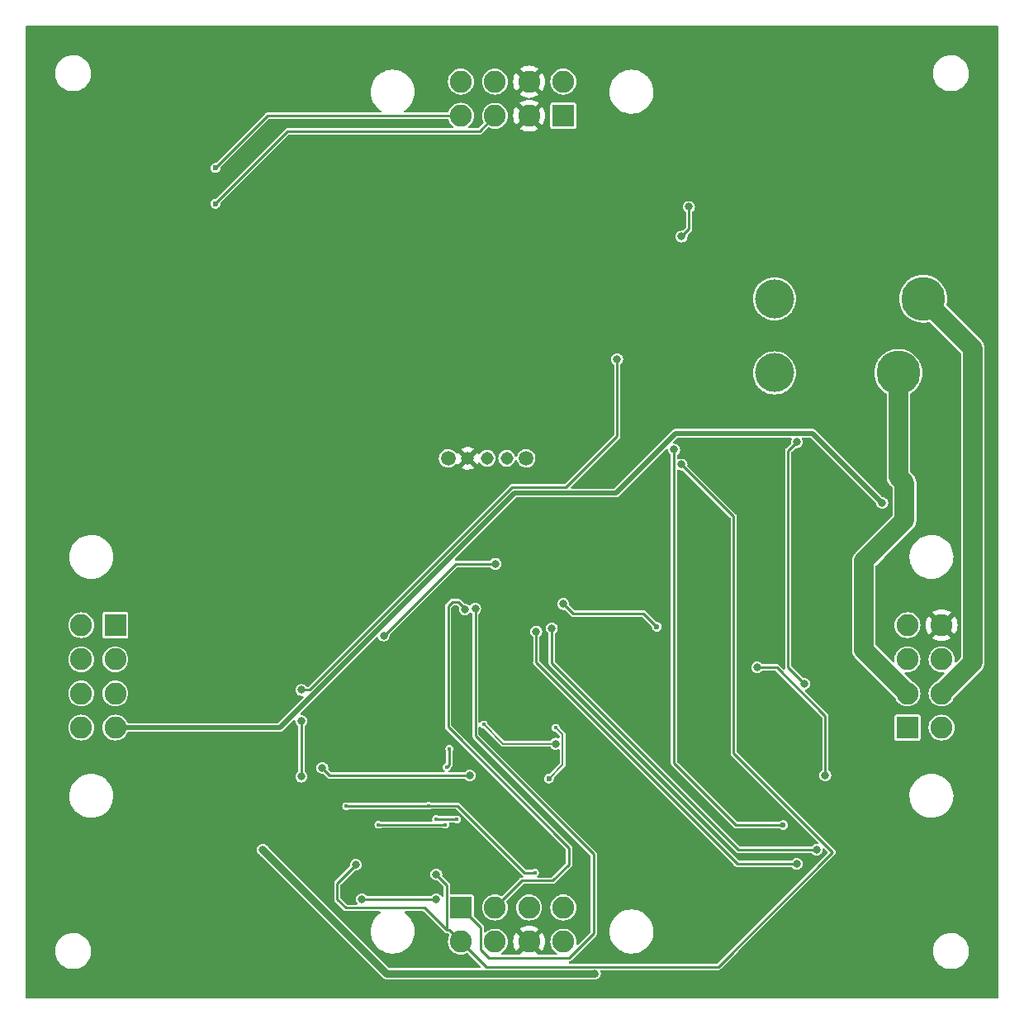
<source format=gbl>
G04 #@! TF.GenerationSoftware,KiCad,Pcbnew,(6.0.5)*
G04 #@! TF.CreationDate,2023-05-02T15:46:37-04:00*
G04 #@! TF.ProjectId,Lights_Board,4c696768-7473-45f4-926f-6172642e6b69,rev?*
G04 #@! TF.SameCoordinates,Original*
G04 #@! TF.FileFunction,Copper,L2,Bot*
G04 #@! TF.FilePolarity,Positive*
%FSLAX46Y46*%
G04 Gerber Fmt 4.6, Leading zero omitted, Abs format (unit mm)*
G04 Created by KiCad (PCBNEW (6.0.5)) date 2023-05-02 15:46:37*
%MOMM*%
%LPD*%
G01*
G04 APERTURE LIST*
G04 #@! TA.AperFunction,ComponentPad*
%ADD10C,1.508000*%
G04 #@! TD*
G04 #@! TA.AperFunction,ComponentPad*
%ADD11C,1.308000*%
G04 #@! TD*
G04 #@! TA.AperFunction,ComponentPad*
%ADD12R,2.250000X2.250000*%
G04 #@! TD*
G04 #@! TA.AperFunction,ComponentPad*
%ADD13C,2.250000*%
G04 #@! TD*
G04 #@! TA.AperFunction,ComponentPad*
%ADD14C,4.000000*%
G04 #@! TD*
G04 #@! TA.AperFunction,ComponentPad*
%ADD15C,4.500000*%
G04 #@! TD*
G04 #@! TA.AperFunction,ViaPad*
%ADD16C,0.800000*%
G04 #@! TD*
G04 #@! TA.AperFunction,ViaPad*
%ADD17C,0.600000*%
G04 #@! TD*
G04 #@! TA.AperFunction,ViaPad*
%ADD18C,0.400000*%
G04 #@! TD*
G04 #@! TA.AperFunction,Conductor*
%ADD19C,0.250000*%
G04 #@! TD*
G04 #@! TA.AperFunction,Conductor*
%ADD20C,0.200000*%
G04 #@! TD*
G04 #@! TA.AperFunction,Conductor*
%ADD21C,0.500000*%
G04 #@! TD*
G04 #@! TA.AperFunction,Conductor*
%ADD22C,0.750000*%
G04 #@! TD*
G04 #@! TA.AperFunction,Conductor*
%ADD23C,2.000000*%
G04 #@! TD*
G04 APERTURE END LIST*
D10*
X143447000Y-94488000D03*
X151447000Y-94488000D03*
D11*
X145447000Y-94488000D03*
X147447000Y-94488000D03*
X149447000Y-94488000D03*
D12*
X190540000Y-122090000D03*
D13*
X190540000Y-118590000D03*
X190540000Y-115090000D03*
X190540000Y-111590000D03*
X194040000Y-122090000D03*
X194040000Y-118590000D03*
X194040000Y-115090000D03*
X194040000Y-111590000D03*
D12*
X109322500Y-111590000D03*
D13*
X109322500Y-115090000D03*
X109322500Y-118590000D03*
X109322500Y-122090000D03*
X105822500Y-111590000D03*
X105822500Y-115090000D03*
X105822500Y-118590000D03*
X105822500Y-122090000D03*
D12*
X144750000Y-140540000D03*
D13*
X148250000Y-140540000D03*
X151750000Y-140540000D03*
X155250000Y-140540000D03*
X144750000Y-144040000D03*
X148250000Y-144040000D03*
X151750000Y-144040000D03*
X155250000Y-144040000D03*
D12*
X155250000Y-59362500D03*
D13*
X151750000Y-59362500D03*
X148250000Y-59362500D03*
X144750000Y-59362500D03*
X155250000Y-55862500D03*
X151750000Y-55862500D03*
X148250000Y-55862500D03*
X144750000Y-55862500D03*
D14*
X176911000Y-85725000D03*
X176911000Y-78125000D03*
D15*
X189611000Y-85725000D03*
X192151000Y-78125000D03*
D16*
X119634000Y-137414000D03*
X130556000Y-126238000D03*
X183540000Y-144000000D03*
X144907000Y-138430000D03*
X148210000Y-112390000D03*
X129540000Y-129540000D03*
X155067000Y-78740000D03*
X116300000Y-64850000D03*
X129360500Y-66689500D03*
X176530000Y-62357000D03*
X191516000Y-70358000D03*
X154525500Y-134620000D03*
X150230000Y-108190000D03*
D17*
X116840000Y-114300000D03*
D18*
X157375000Y-123500000D03*
D16*
X157325000Y-124800000D03*
X181540000Y-143000000D03*
X163703000Y-63500000D03*
D18*
X139700000Y-121400000D03*
D16*
X156083000Y-78740000D03*
D17*
X137160000Y-119380000D03*
X139150000Y-118150000D03*
D16*
X160528000Y-63500000D03*
X154940000Y-129540000D03*
D17*
X148200000Y-113500000D03*
D16*
X165989000Y-85725000D03*
X161671000Y-63500000D03*
X139065000Y-122174000D03*
D17*
X116840000Y-127000000D03*
D16*
X165989000Y-84709000D03*
X183540000Y-143000000D03*
X175895000Y-70739000D03*
X174752000Y-70739000D03*
X129540000Y-137160000D03*
X183261000Y-96139000D03*
X157099000Y-78740000D03*
X183007000Y-128905000D03*
X137160000Y-138160000D03*
X137160000Y-122428000D03*
X116320000Y-68100000D03*
X154051000Y-78740000D03*
X167640000Y-109220000D03*
X190500000Y-70358000D03*
X177546000Y-62357000D03*
X140380000Y-110570000D03*
X183007000Y-116205000D03*
X146812000Y-75057000D03*
X161290000Y-71628000D03*
X139700000Y-106680000D03*
X165989000Y-86868000D03*
D17*
X149400000Y-120950000D03*
D16*
X121920000Y-71120000D03*
X140390000Y-111610000D03*
X140370000Y-114160000D03*
D18*
X150925000Y-120075000D03*
D16*
X179578000Y-62357000D03*
X180467000Y-93853000D03*
X148220000Y-111370000D03*
X180213000Y-142240000D03*
X181356000Y-94615000D03*
X178562000Y-62357000D03*
X182540000Y-143000000D03*
X160020000Y-127000000D03*
X162687000Y-63500000D03*
X139192000Y-129032000D03*
X137160000Y-134620000D03*
X138700000Y-137160000D03*
X176530000Y-68072000D03*
X182245000Y-95377000D03*
X149860000Y-68580000D03*
X115430000Y-66490000D03*
D17*
X116840000Y-100600000D03*
D16*
X151257000Y-84836000D03*
X182753000Y-104648000D03*
D17*
X132080000Y-114300000D03*
D16*
X167640000Y-104140000D03*
X146685000Y-134493000D03*
X140380000Y-112900000D03*
X161671000Y-69088000D03*
X173609000Y-115316000D03*
X167386000Y-95123000D03*
X133980000Y-136160000D03*
X142240000Y-137160000D03*
D17*
X164850000Y-111760000D03*
D16*
X155270000Y-109420000D03*
D18*
X152350000Y-136950000D03*
D17*
X153775000Y-127325000D03*
D18*
X141450000Y-130100000D03*
D16*
X168148000Y-68707000D03*
D18*
X133000000Y-130150000D03*
X154475000Y-122100000D03*
D16*
X167386000Y-71755000D03*
X148300000Y-105300000D03*
X136829998Y-112650000D03*
X154086622Y-111918056D03*
X181229000Y-134620000D03*
X179197000Y-136057647D03*
X152480000Y-112240000D03*
D17*
X177800000Y-132080000D03*
D16*
X166624000Y-93599000D03*
D17*
X119600000Y-64700000D03*
X119601250Y-68386250D03*
D16*
X145162297Y-109960050D03*
X146230000Y-109910000D03*
X187960000Y-99060000D03*
X182118000Y-127000000D03*
X175133000Y-115925500D03*
X128397000Y-127127000D03*
X134620000Y-139700000D03*
X128397000Y-118237000D03*
X142240000Y-139700000D03*
X160782000Y-84328000D03*
X128397000Y-121412000D03*
X158496000Y-147344980D03*
X124460000Y-134620000D03*
D18*
X147100000Y-121775000D03*
D16*
X154475000Y-123750000D03*
D18*
X144350000Y-131500000D03*
X142228633Y-131478633D03*
X136300000Y-132050000D03*
X143145389Y-132045389D03*
D16*
X145669000Y-127000000D03*
D18*
X143574500Y-124249435D03*
X143304513Y-126131987D03*
D16*
X179959000Y-117602000D03*
X179197000Y-92837000D03*
D19*
X155514520Y-97469480D02*
X160782000Y-92202000D01*
X149996633Y-97469480D02*
X155514520Y-97469480D01*
X129229113Y-118237000D02*
X149996633Y-97469480D01*
X128397000Y-118237000D02*
X129229113Y-118237000D01*
X160782000Y-92202000D02*
X160782000Y-84328000D01*
X131318000Y-127000000D02*
X145669000Y-127000000D01*
X130556000Y-126238000D02*
X131318000Y-127000000D01*
X141059000Y-140589000D02*
X132969000Y-140589000D01*
X143540489Y-142830489D02*
X144750000Y-144040000D01*
X132969000Y-140589000D02*
X132080000Y-139700000D01*
X172720000Y-124714000D02*
X182880000Y-134874000D01*
X132080000Y-138060000D02*
X133980000Y-136160000D01*
X182880000Y-134874000D02*
X171133520Y-146620480D01*
X172720000Y-100457000D02*
X172720000Y-124714000D01*
X167348511Y-95085511D02*
X172720000Y-100457000D01*
X143300489Y-142830489D02*
X143300489Y-138220489D01*
X143300489Y-142830489D02*
X141059000Y-140589000D01*
X143300489Y-142830489D02*
X143540489Y-142830489D01*
X143300489Y-138220489D02*
X142240000Y-137160000D01*
X132080000Y-139700000D02*
X132080000Y-138060000D01*
X147330480Y-146620480D02*
X144750000Y-144040000D01*
X171133520Y-146620480D02*
X147330480Y-146620480D01*
X144400000Y-130100000D02*
X151250000Y-136950000D01*
X156250000Y-110400000D02*
X155270000Y-109420000D01*
X151250000Y-136950000D02*
X152350000Y-136950000D01*
X133000000Y-130150000D02*
X141400000Y-130150000D01*
D20*
X153775000Y-127325000D02*
X155174511Y-125925489D01*
D19*
X141450000Y-130100000D02*
X144400000Y-130100000D01*
D20*
X155174511Y-125925489D02*
X155174511Y-122799511D01*
D19*
X168148000Y-70993000D02*
X167386000Y-71755000D01*
X168148000Y-68707000D02*
X168148000Y-70993000D01*
X164850000Y-111760000D02*
X163490000Y-110400000D01*
X141400000Y-130150000D02*
X141450000Y-130100000D01*
X163490000Y-110400000D02*
X156250000Y-110400000D01*
D20*
X155174511Y-122799511D02*
X154475000Y-122100000D01*
D19*
X136905000Y-112650000D02*
X136829998Y-112650000D01*
X144255000Y-105300000D02*
X136905000Y-112650000D01*
X148300000Y-105300000D02*
X144255000Y-105300000D01*
X154086622Y-115478622D02*
X154086622Y-111918056D01*
X173228000Y-134620000D02*
X154086622Y-115478622D01*
X181229000Y-134620000D02*
X173228000Y-134620000D01*
X152480000Y-115396000D02*
X152480000Y-112240000D01*
X179197000Y-136057647D02*
X173141647Y-136057647D01*
X173141647Y-136057647D02*
X152480000Y-115396000D01*
X172974000Y-132080000D02*
X166600000Y-125706000D01*
X177800000Y-132080000D02*
X172974000Y-132080000D01*
X166600000Y-125706000D02*
X166600000Y-93600000D01*
X124937500Y-59362500D02*
X144750000Y-59362500D01*
X119600000Y-64700000D02*
X124937500Y-59362500D01*
X146652500Y-60960000D02*
X148250000Y-59362500D01*
X119601250Y-68358750D02*
X127000000Y-60960000D01*
X127000000Y-60960000D02*
X146652500Y-60960000D01*
X119601250Y-68386250D02*
X119601250Y-68358750D01*
X144462625Y-109213308D02*
X143862419Y-109213308D01*
X145162297Y-109960050D02*
X145162297Y-109912980D01*
X143438011Y-109637716D02*
X143438011Y-122045165D01*
X150995000Y-137795000D02*
X148250000Y-140540000D01*
X155850408Y-136122592D02*
X154178000Y-137795000D01*
X143862419Y-109213308D02*
X143438011Y-109637716D01*
X154178000Y-137795000D02*
X150995000Y-137795000D01*
X155850408Y-134457562D02*
X155850408Y-136122592D01*
X143438011Y-122045165D02*
X155850408Y-134457562D01*
X145162297Y-109912980D02*
X144462625Y-109213308D01*
X146800489Y-142590489D02*
X144750000Y-140540000D01*
X146230000Y-109910000D02*
X146230000Y-122930000D01*
X155850408Y-145729511D02*
X147649592Y-145729511D01*
X147649592Y-145729511D02*
X146800489Y-144880408D01*
X158379040Y-135079042D02*
X158379040Y-143200879D01*
X146800489Y-144880408D02*
X146800489Y-142590489D01*
X158379040Y-143200879D02*
X155850408Y-145729511D01*
X146230000Y-122930000D02*
X158379040Y-135079042D01*
D21*
X180819231Y-91919231D02*
X166798968Y-91919231D01*
X166798968Y-91919231D02*
X160674199Y-98044000D01*
X150234607Y-98044000D02*
X126188607Y-122090000D01*
X126188607Y-122090000D02*
X109322500Y-122090000D01*
X160674199Y-98044000D02*
X150234607Y-98044000D01*
X187960000Y-99060000D02*
X180819231Y-91919231D01*
D19*
X177139500Y-115925500D02*
X182118000Y-120904000D01*
X175133000Y-115925500D02*
X177139500Y-115925500D01*
X182118000Y-120904000D02*
X182118000Y-127000000D01*
X128397000Y-127127000D02*
X128397000Y-121412000D01*
X134620000Y-139700000D02*
X142240000Y-139700000D01*
D22*
X158471020Y-147320000D02*
X137160000Y-147320000D01*
X137160000Y-147320000D02*
X124460000Y-134620000D01*
X158496000Y-147344980D02*
X158471020Y-147320000D01*
D20*
X149075000Y-123750000D02*
X147100000Y-121775000D01*
X154475000Y-123750000D02*
X149075000Y-123750000D01*
D19*
X142250000Y-131500000D02*
X144350000Y-131500000D01*
X142228633Y-131478633D02*
X142250000Y-131500000D01*
X136300000Y-132050000D02*
X136304611Y-132045389D01*
X136304611Y-132045389D02*
X143145389Y-132045389D01*
D23*
X189611000Y-96393000D02*
X189611000Y-85725000D01*
X190246000Y-100838000D02*
X186055000Y-105029000D01*
X190246000Y-97028000D02*
X190246000Y-100838000D01*
X186055000Y-105029000D02*
X186055000Y-114105000D01*
X186055000Y-114105000D02*
X190540000Y-118590000D01*
X190246000Y-97028000D02*
X189611000Y-96393000D01*
D19*
X143574500Y-125862000D02*
X143574500Y-124249435D01*
X143304513Y-126131987D02*
X143574500Y-125862000D01*
D23*
X197231000Y-115399000D02*
X197231000Y-83205000D01*
X197231000Y-83205000D02*
X192151000Y-78125000D01*
X194040000Y-118590000D02*
X197231000Y-115399000D01*
D19*
X178308000Y-115951000D02*
X178308000Y-93726000D01*
X179959000Y-117602000D02*
X178308000Y-115951000D01*
X178308000Y-93726000D02*
X179197000Y-92837000D01*
G04 #@! TA.AperFunction,Conductor*
G36*
X199814621Y-50147502D02*
G01*
X199861114Y-50201158D01*
X199872500Y-50253500D01*
X199872500Y-149734000D01*
X199852498Y-149802121D01*
X199798842Y-149848614D01*
X199746500Y-149860000D01*
X100253500Y-149860000D01*
X100185379Y-149839998D01*
X100138886Y-149786342D01*
X100127500Y-149734000D01*
X100127500Y-145042095D01*
X103145028Y-145042095D01*
X103170534Y-145309431D01*
X103171619Y-145313865D01*
X103171620Y-145313871D01*
X103193677Y-145404011D01*
X103234364Y-145570285D01*
X103335182Y-145819192D01*
X103470875Y-146050938D01*
X103499289Y-146086468D01*
X103585225Y-146193925D01*
X103638601Y-146260669D01*
X103834846Y-146443991D01*
X103927039Y-146507948D01*
X104051746Y-146594461D01*
X104051751Y-146594464D01*
X104055499Y-146597064D01*
X104059584Y-146599096D01*
X104059587Y-146599098D01*
X104175719Y-146656872D01*
X104295938Y-146716680D01*
X104300272Y-146718101D01*
X104300275Y-146718102D01*
X104546793Y-146798915D01*
X104546798Y-146798916D01*
X104551126Y-146800335D01*
X104555617Y-146801115D01*
X104555618Y-146801115D01*
X104811936Y-146845620D01*
X104811944Y-146845621D01*
X104815717Y-146846276D01*
X104819554Y-146846467D01*
X104898996Y-146850422D01*
X104899004Y-146850422D01*
X104900567Y-146850500D01*
X105068223Y-146850500D01*
X105070491Y-146850335D01*
X105070503Y-146850335D01*
X105204806Y-146840590D01*
X105267846Y-146836016D01*
X105272301Y-146835032D01*
X105272304Y-146835032D01*
X105525620Y-146779105D01*
X105525624Y-146779104D01*
X105530080Y-146778120D01*
X105716228Y-146707595D01*
X105776941Y-146684593D01*
X105776944Y-146684592D01*
X105781211Y-146682975D01*
X106015976Y-146552574D01*
X106158254Y-146443991D01*
X106225833Y-146392417D01*
X106225837Y-146392413D01*
X106229458Y-146389650D01*
X106417185Y-146197614D01*
X106498086Y-146086468D01*
X106572538Y-145984183D01*
X106572540Y-145984180D01*
X106575225Y-145980491D01*
X106662313Y-145814963D01*
X106698140Y-145746868D01*
X106698143Y-145746862D01*
X106700265Y-145742828D01*
X106759703Y-145574515D01*
X106788165Y-145493916D01*
X106788165Y-145493915D01*
X106789688Y-145489603D01*
X106815055Y-145360900D01*
X106840739Y-145230594D01*
X106840740Y-145230588D01*
X106841620Y-145226122D01*
X106842401Y-145210437D01*
X106854745Y-144962474D01*
X106854745Y-144962468D01*
X106854972Y-144957905D01*
X106829466Y-144690569D01*
X106802632Y-144580904D01*
X106766721Y-144434149D01*
X106765636Y-144429715D01*
X106757161Y-144408790D01*
X106666531Y-144185037D01*
X106666531Y-144185036D01*
X106664818Y-144180808D01*
X106529125Y-143949062D01*
X106417075Y-143808950D01*
X106364251Y-143742897D01*
X106364250Y-143742895D01*
X106361399Y-143739331D01*
X106165154Y-143556009D01*
X106005436Y-143445208D01*
X105948254Y-143405539D01*
X105948249Y-143405536D01*
X105944501Y-143402936D01*
X105940416Y-143400904D01*
X105940413Y-143400902D01*
X105743761Y-143303070D01*
X105704062Y-143283320D01*
X105699728Y-143281899D01*
X105699725Y-143281898D01*
X105453207Y-143201085D01*
X105453202Y-143201084D01*
X105448874Y-143199665D01*
X105444382Y-143198885D01*
X105188064Y-143154380D01*
X105188056Y-143154379D01*
X105184283Y-143153724D01*
X105175622Y-143153293D01*
X105101004Y-143149578D01*
X105100996Y-143149578D01*
X105099433Y-143149500D01*
X104931777Y-143149500D01*
X104929509Y-143149665D01*
X104929497Y-143149665D01*
X104803712Y-143158792D01*
X104732154Y-143163984D01*
X104727699Y-143164968D01*
X104727696Y-143164968D01*
X104474380Y-143220895D01*
X104474376Y-143220896D01*
X104469920Y-143221880D01*
X104391945Y-143251422D01*
X104223059Y-143315407D01*
X104223056Y-143315408D01*
X104218789Y-143317025D01*
X104104164Y-143380694D01*
X103988410Y-143444990D01*
X103984024Y-143447426D01*
X103980392Y-143450198D01*
X103774167Y-143607583D01*
X103774163Y-143607587D01*
X103770542Y-143610350D01*
X103767357Y-143613608D01*
X103767356Y-143613609D01*
X103744654Y-143636832D01*
X103582815Y-143802386D01*
X103424775Y-144019509D01*
X103382224Y-144100386D01*
X103301860Y-144253132D01*
X103301857Y-144253138D01*
X103299735Y-144257172D01*
X103298215Y-144261477D01*
X103298213Y-144261481D01*
X103240269Y-144425565D01*
X103210312Y-144510397D01*
X103196415Y-144580904D01*
X103164004Y-144745345D01*
X103158380Y-144773878D01*
X103158153Y-144778431D01*
X103158153Y-144778434D01*
X103146823Y-145006045D01*
X103145028Y-145042095D01*
X100127500Y-145042095D01*
X100127500Y-132050000D01*
X135894508Y-132050000D01*
X135896059Y-132059793D01*
X135901976Y-132097149D01*
X135914354Y-132175304D01*
X135971950Y-132288342D01*
X136061658Y-132378050D01*
X136174696Y-132435646D01*
X136184485Y-132437196D01*
X136184487Y-132437197D01*
X136290207Y-132453941D01*
X136300000Y-132455492D01*
X136309793Y-132453941D01*
X136415513Y-132437197D01*
X136415515Y-132437196D01*
X136425304Y-132435646D01*
X136503058Y-132396028D01*
X136525444Y-132384622D01*
X136582647Y-132370889D01*
X142871792Y-132370889D01*
X142928995Y-132384622D01*
X143020085Y-132431035D01*
X143029874Y-132432585D01*
X143029876Y-132432586D01*
X143135596Y-132449330D01*
X143145389Y-132450881D01*
X143155182Y-132449330D01*
X143260902Y-132432586D01*
X143260904Y-132432585D01*
X143270693Y-132431035D01*
X143383731Y-132373439D01*
X143473439Y-132283731D01*
X143531035Y-132170693D01*
X143544213Y-132087493D01*
X143549330Y-132055182D01*
X143550881Y-132045389D01*
X143539132Y-131971209D01*
X143548231Y-131900800D01*
X143593953Y-131846486D01*
X143663581Y-131825500D01*
X144076403Y-131825500D01*
X144133606Y-131839233D01*
X144224696Y-131885646D01*
X144234485Y-131887196D01*
X144234487Y-131887197D01*
X144340207Y-131903941D01*
X144350000Y-131905492D01*
X144359793Y-131903941D01*
X144465513Y-131887197D01*
X144465515Y-131887196D01*
X144475304Y-131885646D01*
X144588342Y-131828050D01*
X144678050Y-131738342D01*
X144735646Y-131625304D01*
X144743744Y-131574178D01*
X144753941Y-131509793D01*
X144755492Y-131500000D01*
X144735646Y-131374696D01*
X144678050Y-131261658D01*
X144588342Y-131171950D01*
X144475304Y-131114354D01*
X144465515Y-131112804D01*
X144465513Y-131112803D01*
X144359793Y-131096059D01*
X144350000Y-131094508D01*
X144340207Y-131096059D01*
X144234487Y-131112803D01*
X144234485Y-131112804D01*
X144224696Y-131114354D01*
X144139833Y-131157594D01*
X144133606Y-131160767D01*
X144076403Y-131174500D01*
X142538194Y-131174500D01*
X142471230Y-131154838D01*
X142466975Y-131150583D01*
X142458141Y-131146082D01*
X142458140Y-131146081D01*
X142411825Y-131122482D01*
X142353937Y-131092987D01*
X142344148Y-131091437D01*
X142344146Y-131091436D01*
X142238426Y-131074692D01*
X142228633Y-131073141D01*
X142218840Y-131074692D01*
X142113120Y-131091436D01*
X142113118Y-131091437D01*
X142103329Y-131092987D01*
X141990291Y-131150583D01*
X141900583Y-131240291D01*
X141842987Y-131353329D01*
X141823141Y-131478633D01*
X141824692Y-131488426D01*
X141838274Y-131574178D01*
X141829174Y-131644589D01*
X141783453Y-131698903D01*
X141713825Y-131719889D01*
X136564548Y-131719889D01*
X136507345Y-131706156D01*
X136475912Y-131690140D01*
X136425304Y-131664354D01*
X136415515Y-131662804D01*
X136415513Y-131662803D01*
X136309793Y-131646059D01*
X136300000Y-131644508D01*
X136290207Y-131646059D01*
X136184487Y-131662803D01*
X136184485Y-131662804D01*
X136174696Y-131664354D01*
X136061658Y-131721950D01*
X135971950Y-131811658D01*
X135914354Y-131924696D01*
X135894508Y-132050000D01*
X100127500Y-132050000D01*
X100127500Y-129137236D01*
X104607458Y-129137236D01*
X104633514Y-129435065D01*
X104698732Y-129726832D01*
X104700176Y-129730756D01*
X104700176Y-129730757D01*
X104728143Y-129806770D01*
X104801964Y-130007410D01*
X104803915Y-130011110D01*
X104803917Y-130011115D01*
X104816240Y-130034487D01*
X104941398Y-130271870D01*
X105114584Y-130515565D01*
X105318479Y-130734216D01*
X105549500Y-130923979D01*
X105803590Y-131081521D01*
X106076283Y-131204074D01*
X106245927Y-131254647D01*
X106358790Y-131288293D01*
X106358792Y-131288293D01*
X106362789Y-131289485D01*
X106366909Y-131290138D01*
X106366911Y-131290138D01*
X106484923Y-131308829D01*
X106658075Y-131336254D01*
X106700635Y-131338187D01*
X106750159Y-131340436D01*
X106750178Y-131340436D01*
X106751578Y-131340500D01*
X106938334Y-131340500D01*
X107160809Y-131325723D01*
X107453877Y-131266630D01*
X107736556Y-131169296D01*
X107740289Y-131167427D01*
X107740293Y-131167425D01*
X108000140Y-131037303D01*
X108000142Y-131037302D01*
X108003878Y-131035431D01*
X108251147Y-130867387D01*
X108474020Y-130668117D01*
X108668579Y-130441120D01*
X108770525Y-130284137D01*
X108829129Y-130193896D01*
X108829132Y-130193891D01*
X108831408Y-130190386D01*
X108959645Y-129920319D01*
X108994819Y-129810767D01*
X109049758Y-129639651D01*
X109049758Y-129639650D01*
X109051038Y-129635664D01*
X109103980Y-129341422D01*
X109113064Y-129141389D01*
X109117353Y-129046934D01*
X109117353Y-129046929D01*
X109117542Y-129042764D01*
X109091486Y-128744935D01*
X109026268Y-128453168D01*
X108923036Y-128172590D01*
X108783602Y-127908130D01*
X108610416Y-127664435D01*
X108444782Y-127486814D01*
X108409371Y-127448840D01*
X108409369Y-127448838D01*
X108406521Y-127445784D01*
X108175500Y-127256021D01*
X107921410Y-127098479D01*
X107648717Y-126975926D01*
X107436103Y-126912543D01*
X107366210Y-126891707D01*
X107366208Y-126891707D01*
X107362211Y-126890515D01*
X107358091Y-126889862D01*
X107358089Y-126889862D01*
X107191191Y-126863428D01*
X107066925Y-126843746D01*
X107024365Y-126841813D01*
X106974841Y-126839564D01*
X106974822Y-126839564D01*
X106973422Y-126839500D01*
X106786666Y-126839500D01*
X106564191Y-126854277D01*
X106271123Y-126913370D01*
X105988444Y-127010704D01*
X105984711Y-127012573D01*
X105984707Y-127012575D01*
X105808768Y-127100679D01*
X105721122Y-127144569D01*
X105473853Y-127312613D01*
X105470739Y-127315397D01*
X105470738Y-127315398D01*
X105279018Y-127486814D01*
X105250980Y-127511883D01*
X105056421Y-127738880D01*
X104893592Y-127989614D01*
X104765355Y-128259681D01*
X104673962Y-128544336D01*
X104621020Y-128838578D01*
X104620831Y-128842745D01*
X104620830Y-128842752D01*
X104607647Y-129133066D01*
X104607458Y-129137236D01*
X100127500Y-129137236D01*
X100127500Y-122090000D01*
X104491937Y-122090000D01*
X104512151Y-122321050D01*
X104572180Y-122545079D01*
X104608900Y-122623825D01*
X104667873Y-122750294D01*
X104667876Y-122750299D01*
X104670199Y-122755281D01*
X104673355Y-122759788D01*
X104673356Y-122759790D01*
X104788325Y-122923982D01*
X104803230Y-122945269D01*
X104967231Y-123109270D01*
X104971739Y-123112427D01*
X104971742Y-123112429D01*
X105045219Y-123163878D01*
X105157218Y-123242301D01*
X105162200Y-123244624D01*
X105162205Y-123244627D01*
X105240339Y-123281061D01*
X105367421Y-123340320D01*
X105591450Y-123400349D01*
X105822500Y-123420563D01*
X106053550Y-123400349D01*
X106277579Y-123340320D01*
X106404661Y-123281061D01*
X106482795Y-123244627D01*
X106482800Y-123244624D01*
X106487782Y-123242301D01*
X106599781Y-123163878D01*
X106673258Y-123112429D01*
X106673261Y-123112427D01*
X106677769Y-123109270D01*
X106841770Y-122945269D01*
X106856676Y-122923982D01*
X106971644Y-122759790D01*
X106971645Y-122759788D01*
X106974801Y-122755281D01*
X106977124Y-122750299D01*
X106977127Y-122750294D01*
X107036100Y-122623825D01*
X107072820Y-122545079D01*
X107132849Y-122321050D01*
X107153063Y-122090000D01*
X107991937Y-122090000D01*
X108012151Y-122321050D01*
X108072180Y-122545079D01*
X108108900Y-122623825D01*
X108167873Y-122750294D01*
X108167876Y-122750299D01*
X108170199Y-122755281D01*
X108173355Y-122759788D01*
X108173356Y-122759790D01*
X108288325Y-122923982D01*
X108303230Y-122945269D01*
X108467231Y-123109270D01*
X108471739Y-123112427D01*
X108471742Y-123112429D01*
X108545219Y-123163878D01*
X108657218Y-123242301D01*
X108662200Y-123244624D01*
X108662205Y-123244627D01*
X108740339Y-123281061D01*
X108867421Y-123340320D01*
X109091450Y-123400349D01*
X109322500Y-123420563D01*
X109553550Y-123400349D01*
X109777579Y-123340320D01*
X109904661Y-123281061D01*
X109982795Y-123244627D01*
X109982800Y-123244624D01*
X109987782Y-123242301D01*
X110099781Y-123163878D01*
X110173258Y-123112429D01*
X110173261Y-123112427D01*
X110177769Y-123109270D01*
X110341770Y-122945269D01*
X110356676Y-122923982D01*
X110471644Y-122759790D01*
X110471645Y-122759788D01*
X110474801Y-122755281D01*
X110477124Y-122750299D01*
X110477127Y-122750294D01*
X110536100Y-122623825D01*
X110541032Y-122613249D01*
X110587948Y-122559965D01*
X110655226Y-122540500D01*
X126154387Y-122540500D01*
X126169196Y-122541373D01*
X126202917Y-122545364D01*
X126212181Y-122543672D01*
X126212182Y-122543672D01*
X126260608Y-122534828D01*
X126264511Y-122534178D01*
X126313252Y-122526850D01*
X126313253Y-122526850D01*
X126322569Y-122525449D01*
X126329082Y-122522321D01*
X126336180Y-122521025D01*
X126388254Y-122493975D01*
X126391744Y-122492232D01*
X126444686Y-122466809D01*
X126449972Y-122461923D01*
X126450020Y-122461890D01*
X126456395Y-122458579D01*
X126461435Y-122454275D01*
X126498662Y-122417048D01*
X126502228Y-122413618D01*
X126537248Y-122381246D01*
X126544163Y-122374854D01*
X126547856Y-122368495D01*
X126553373Y-122362337D01*
X127577301Y-121338409D01*
X127639613Y-121304383D01*
X127710428Y-121309448D01*
X127767264Y-121351995D01*
X127789723Y-121412210D01*
X127791318Y-121412000D01*
X127811956Y-121568762D01*
X127872464Y-121714841D01*
X127968718Y-121840282D01*
X127975264Y-121845305D01*
X128022204Y-121881323D01*
X128064071Y-121938661D01*
X128071500Y-121981286D01*
X128071500Y-126557714D01*
X128051498Y-126625835D01*
X128022204Y-126657677D01*
X127968718Y-126698718D01*
X127872464Y-126824159D01*
X127811956Y-126970238D01*
X127791318Y-127127000D01*
X127811956Y-127283762D01*
X127872464Y-127429841D01*
X127968718Y-127555282D01*
X128094159Y-127651536D01*
X128240238Y-127712044D01*
X128397000Y-127732682D01*
X128405188Y-127731604D01*
X128545574Y-127713122D01*
X128553762Y-127712044D01*
X128699841Y-127651536D01*
X128825282Y-127555282D01*
X128921536Y-127429841D01*
X128982044Y-127283762D01*
X129002682Y-127127000D01*
X128982044Y-126970238D01*
X128921536Y-126824159D01*
X128825282Y-126698718D01*
X128771796Y-126657677D01*
X128729929Y-126600339D01*
X128722500Y-126557714D01*
X128722500Y-126238000D01*
X129950318Y-126238000D01*
X129970956Y-126394762D01*
X130031464Y-126540841D01*
X130127718Y-126666282D01*
X130134264Y-126671305D01*
X130138428Y-126674500D01*
X130253159Y-126762536D01*
X130399238Y-126823044D01*
X130556000Y-126843682D01*
X130622843Y-126834882D01*
X130692990Y-126845821D01*
X130728383Y-126870709D01*
X131073889Y-127216215D01*
X131081316Y-127224319D01*
X131105545Y-127253194D01*
X131115094Y-127258707D01*
X131138185Y-127272039D01*
X131147456Y-127277945D01*
X131178316Y-127299554D01*
X131188966Y-127302408D01*
X131192134Y-127303885D01*
X131195410Y-127305077D01*
X131204955Y-127310588D01*
X131238699Y-127316538D01*
X131242058Y-127317130D01*
X131252785Y-127319508D01*
X131289193Y-127329264D01*
X131300169Y-127328304D01*
X131300172Y-127328304D01*
X131326743Y-127325979D01*
X131337724Y-127325500D01*
X145099714Y-127325500D01*
X145167835Y-127345502D01*
X145199677Y-127374796D01*
X145240718Y-127428282D01*
X145366159Y-127524536D01*
X145512238Y-127585044D01*
X145669000Y-127605682D01*
X145677188Y-127604604D01*
X145817574Y-127586122D01*
X145825762Y-127585044D01*
X145971841Y-127524536D01*
X146097282Y-127428282D01*
X146193536Y-127302841D01*
X146254044Y-127156762D01*
X146274682Y-127000000D01*
X146254044Y-126843238D01*
X146193536Y-126697159D01*
X146097282Y-126571718D01*
X145971841Y-126475464D01*
X145825762Y-126414956D01*
X145791027Y-126410383D01*
X145677188Y-126395396D01*
X145669000Y-126394318D01*
X145660812Y-126395396D01*
X145546974Y-126410383D01*
X145512238Y-126414956D01*
X145366159Y-126475464D01*
X145240718Y-126571718D01*
X145235695Y-126578264D01*
X145199677Y-126625204D01*
X145142339Y-126667071D01*
X145099714Y-126674500D01*
X143632582Y-126674500D01*
X143564461Y-126654498D01*
X143517968Y-126600842D01*
X143507864Y-126530568D01*
X143537358Y-126465988D01*
X143543487Y-126459405D01*
X143632563Y-126370329D01*
X143690159Y-126257291D01*
X143691918Y-126246188D01*
X143693283Y-126237573D01*
X143728636Y-126168191D01*
X143790722Y-126106105D01*
X143798826Y-126098678D01*
X143819250Y-126081540D01*
X143827694Y-126074455D01*
X143833204Y-126064912D01*
X143833207Y-126064908D01*
X143846536Y-126041821D01*
X143852441Y-126032551D01*
X143867732Y-126010713D01*
X143874054Y-126001684D01*
X143876907Y-125991036D01*
X143878386Y-125987865D01*
X143879578Y-125984589D01*
X143885088Y-125975045D01*
X143891634Y-125937924D01*
X143894008Y-125927217D01*
X143903763Y-125890807D01*
X143900606Y-125854715D01*
X143900479Y-125853269D01*
X143900000Y-125842288D01*
X143900000Y-124523032D01*
X143913733Y-124465829D01*
X143955645Y-124383572D01*
X143960146Y-124374739D01*
X143963165Y-124355682D01*
X143978441Y-124259228D01*
X143979992Y-124249435D01*
X143960146Y-124124131D01*
X143902550Y-124011093D01*
X143812842Y-123921385D01*
X143699804Y-123863789D01*
X143690015Y-123862239D01*
X143690013Y-123862238D01*
X143584293Y-123845494D01*
X143574500Y-123843943D01*
X143564707Y-123845494D01*
X143458987Y-123862238D01*
X143458985Y-123862239D01*
X143449196Y-123863789D01*
X143336158Y-123921385D01*
X143246450Y-124011093D01*
X143188854Y-124124131D01*
X143169008Y-124249435D01*
X143170559Y-124259228D01*
X143185836Y-124355682D01*
X143188854Y-124374739D01*
X143193355Y-124383572D01*
X143235267Y-124465829D01*
X143249000Y-124523032D01*
X143249000Y-125633751D01*
X143228998Y-125701872D01*
X143178740Y-125745421D01*
X143179209Y-125746341D01*
X143066171Y-125803937D01*
X142976463Y-125893645D01*
X142918867Y-126006683D01*
X142917317Y-126016472D01*
X142917316Y-126016474D01*
X142901431Y-126116770D01*
X142899021Y-126131987D01*
X142900572Y-126141780D01*
X142915812Y-126238000D01*
X142918867Y-126257291D01*
X142976463Y-126370329D01*
X143065539Y-126459405D01*
X143099565Y-126521717D01*
X143094500Y-126592532D01*
X143051953Y-126649368D01*
X142985433Y-126674179D01*
X142976444Y-126674500D01*
X131505016Y-126674500D01*
X131436895Y-126654498D01*
X131415921Y-126637595D01*
X131188709Y-126410383D01*
X131154683Y-126348071D01*
X131152882Y-126304842D01*
X131160604Y-126246188D01*
X131161682Y-126238000D01*
X131141044Y-126081238D01*
X131080536Y-125935159D01*
X130984282Y-125809718D01*
X130858841Y-125713464D01*
X130712762Y-125652956D01*
X130556000Y-125632318D01*
X130399238Y-125652956D01*
X130253159Y-125713464D01*
X130127718Y-125809718D01*
X130031464Y-125935159D01*
X129970956Y-126081238D01*
X129950318Y-126238000D01*
X128722500Y-126238000D01*
X128722500Y-121981286D01*
X128742502Y-121913165D01*
X128771796Y-121881323D01*
X128818736Y-121845305D01*
X128825282Y-121840282D01*
X128921536Y-121714841D01*
X128982044Y-121568762D01*
X129002682Y-121412000D01*
X128982044Y-121255238D01*
X128921536Y-121109159D01*
X128825282Y-120983718D01*
X128699841Y-120887464D01*
X128553762Y-120826956D01*
X128397000Y-120806318D01*
X128397440Y-120802973D01*
X128344383Y-120787394D01*
X128297890Y-120733738D01*
X128287786Y-120663464D01*
X128317280Y-120598884D01*
X128323409Y-120592301D01*
X136071778Y-112843932D01*
X136134090Y-112809906D01*
X136204905Y-112814971D01*
X136261741Y-112857518D01*
X136277282Y-112884809D01*
X136305462Y-112952841D01*
X136401716Y-113078282D01*
X136527157Y-113174536D01*
X136673236Y-113235044D01*
X136829998Y-113255682D01*
X136838186Y-113254604D01*
X136978572Y-113236122D01*
X136986760Y-113235044D01*
X137132839Y-113174536D01*
X137258280Y-113078282D01*
X137354534Y-112952841D01*
X137415042Y-112806762D01*
X137435680Y-112650000D01*
X137434602Y-112641812D01*
X137434602Y-112633553D01*
X137438069Y-112633553D01*
X137446581Y-112579209D01*
X137471433Y-112543893D01*
X144352921Y-105662405D01*
X144415233Y-105628379D01*
X144442016Y-105625500D01*
X147730714Y-105625500D01*
X147798835Y-105645502D01*
X147830677Y-105674796D01*
X147871718Y-105728282D01*
X147997159Y-105824536D01*
X148143238Y-105885044D01*
X148300000Y-105905682D01*
X148308188Y-105904604D01*
X148448574Y-105886122D01*
X148456762Y-105885044D01*
X148602841Y-105824536D01*
X148728282Y-105728282D01*
X148824536Y-105602841D01*
X148885044Y-105456762D01*
X148905682Y-105300000D01*
X148885044Y-105143238D01*
X148824536Y-104997159D01*
X148728282Y-104871718D01*
X148602841Y-104775464D01*
X148456762Y-104714956D01*
X148300000Y-104694318D01*
X148143238Y-104714956D01*
X147997159Y-104775464D01*
X147871718Y-104871718D01*
X147866695Y-104878264D01*
X147830677Y-104925204D01*
X147773339Y-104967071D01*
X147730714Y-104974500D01*
X144274710Y-104974500D01*
X144263750Y-104974022D01*
X144236772Y-104971662D01*
X144170658Y-104945799D01*
X144129019Y-104888296D01*
X144125078Y-104817409D01*
X144158663Y-104757047D01*
X150384305Y-98531405D01*
X150446617Y-98497379D01*
X150473400Y-98494500D01*
X160639979Y-98494500D01*
X160654788Y-98495373D01*
X160688509Y-98499364D01*
X160697773Y-98497672D01*
X160697774Y-98497672D01*
X160746200Y-98488828D01*
X160750103Y-98488178D01*
X160798844Y-98480850D01*
X160798845Y-98480850D01*
X160808161Y-98479449D01*
X160814674Y-98476321D01*
X160821772Y-98475025D01*
X160873846Y-98447975D01*
X160877336Y-98446232D01*
X160930278Y-98420809D01*
X160935564Y-98415923D01*
X160935612Y-98415890D01*
X160941987Y-98412579D01*
X160947027Y-98408275D01*
X160984254Y-98371048D01*
X160987820Y-98367618D01*
X161022840Y-98335246D01*
X161029755Y-98328854D01*
X161033448Y-98322495D01*
X161038965Y-98316337D01*
X165807169Y-93548133D01*
X165869481Y-93514107D01*
X165940296Y-93519172D01*
X165997132Y-93561719D01*
X166021185Y-93620781D01*
X166038956Y-93755762D01*
X166099464Y-93901841D01*
X166195718Y-94027282D01*
X166225205Y-94049908D01*
X166267071Y-94107243D01*
X166274500Y-94149869D01*
X166274500Y-125686290D01*
X166274020Y-125697272D01*
X166272164Y-125718491D01*
X166270736Y-125734807D01*
X166280491Y-125771210D01*
X166282870Y-125781942D01*
X166289412Y-125819045D01*
X166294923Y-125828590D01*
X166296115Y-125831866D01*
X166297592Y-125835034D01*
X166300446Y-125845684D01*
X166306770Y-125854715D01*
X166322055Y-125876544D01*
X166327961Y-125885815D01*
X166341293Y-125908906D01*
X166346806Y-125918455D01*
X166363567Y-125932519D01*
X166375682Y-125942685D01*
X166383785Y-125950111D01*
X172729895Y-132296222D01*
X172737322Y-132304326D01*
X172761545Y-132333194D01*
X172771088Y-132338704D01*
X172771092Y-132338707D01*
X172794179Y-132352036D01*
X172803448Y-132357940D01*
X172834316Y-132379554D01*
X172844964Y-132382407D01*
X172848135Y-132383886D01*
X172851411Y-132385078D01*
X172860955Y-132390588D01*
X172898076Y-132397134D01*
X172908783Y-132399508D01*
X172945193Y-132409263D01*
X172956168Y-132408303D01*
X172956170Y-132408303D01*
X172982731Y-132405979D01*
X172993712Y-132405500D01*
X177361036Y-132405500D01*
X177429157Y-132425502D01*
X177450409Y-132444198D01*
X177450503Y-132444093D01*
X177457190Y-132450072D01*
X177462970Y-132456948D01*
X177582313Y-132536390D01*
X177719157Y-132579142D01*
X177728129Y-132579306D01*
X177728132Y-132579307D01*
X177793463Y-132580504D01*
X177862499Y-132581770D01*
X177871533Y-132579307D01*
X177992158Y-132546421D01*
X177992160Y-132546420D01*
X178000817Y-132544060D01*
X178122991Y-132469045D01*
X178135259Y-132455492D01*
X178201282Y-132382550D01*
X178219200Y-132362754D01*
X178281710Y-132233733D01*
X178305496Y-132092354D01*
X178305647Y-132080000D01*
X178297473Y-132022924D01*
X178286596Y-131946968D01*
X178286595Y-131946965D01*
X178285323Y-131938082D01*
X178225984Y-131807572D01*
X178176140Y-131749725D01*
X178138260Y-131705763D01*
X178138257Y-131705760D01*
X178132400Y-131698963D01*
X178012095Y-131620985D01*
X177874739Y-131579907D01*
X177865763Y-131579852D01*
X177865762Y-131579852D01*
X177805555Y-131579484D01*
X177731376Y-131579031D01*
X177593529Y-131618428D01*
X177472280Y-131694930D01*
X177457287Y-131711907D01*
X177397203Y-131749725D01*
X177362845Y-131754500D01*
X173161017Y-131754500D01*
X173092896Y-131734498D01*
X173071922Y-131717595D01*
X166962405Y-125608079D01*
X166928379Y-125545767D01*
X166925500Y-125518984D01*
X166925500Y-95770804D01*
X166945502Y-95702683D01*
X166999158Y-95656190D01*
X167069432Y-95646086D01*
X167099718Y-95654395D01*
X167229238Y-95708044D01*
X167386000Y-95728682D01*
X167452843Y-95719882D01*
X167522990Y-95730821D01*
X167558383Y-95755709D01*
X172357595Y-100554921D01*
X172391621Y-100617233D01*
X172394500Y-100644016D01*
X172394500Y-124694290D01*
X172394020Y-124705272D01*
X172390736Y-124742807D01*
X172393590Y-124753456D01*
X172400491Y-124779210D01*
X172402870Y-124789942D01*
X172409412Y-124827045D01*
X172414923Y-124836590D01*
X172416115Y-124839866D01*
X172417592Y-124843034D01*
X172420446Y-124853684D01*
X172426770Y-124862715D01*
X172442055Y-124884544D01*
X172447961Y-124893815D01*
X172461293Y-124916906D01*
X172466806Y-124926455D01*
X172475251Y-124933541D01*
X172495682Y-124950685D01*
X172503785Y-124958111D01*
X181347709Y-133802035D01*
X181381735Y-133864347D01*
X181376670Y-133935162D01*
X181334123Y-133991998D01*
X181267603Y-134016809D01*
X181242173Y-134016052D01*
X181229000Y-134014318D01*
X181072238Y-134034956D01*
X180926159Y-134095464D01*
X180800718Y-134191718D01*
X180795695Y-134198264D01*
X180759677Y-134245204D01*
X180702339Y-134287071D01*
X180659714Y-134294500D01*
X173415017Y-134294500D01*
X173346896Y-134274498D01*
X173325922Y-134257595D01*
X154449027Y-115380701D01*
X154415001Y-115318389D01*
X154412122Y-115291606D01*
X154412122Y-112487342D01*
X154432124Y-112419221D01*
X154461418Y-112387379D01*
X154508358Y-112351361D01*
X154514904Y-112346338D01*
X154611158Y-112220897D01*
X154671666Y-112074818D01*
X154692304Y-111918056D01*
X154671666Y-111761294D01*
X154611158Y-111615215D01*
X154514904Y-111489774D01*
X154503169Y-111480769D01*
X154396014Y-111398547D01*
X154389463Y-111393520D01*
X154243384Y-111333012D01*
X154086622Y-111312374D01*
X153929860Y-111333012D01*
X153783781Y-111393520D01*
X153777230Y-111398547D01*
X153670076Y-111480769D01*
X153658340Y-111489774D01*
X153562086Y-111615215D01*
X153501578Y-111761294D01*
X153480940Y-111918056D01*
X153501578Y-112074818D01*
X153562086Y-112220897D01*
X153658340Y-112346338D01*
X153664886Y-112351361D01*
X153711826Y-112387379D01*
X153753693Y-112444717D01*
X153761122Y-112487342D01*
X153761122Y-115458912D01*
X153760642Y-115469894D01*
X153757358Y-115507429D01*
X153766024Y-115539768D01*
X153767113Y-115543832D01*
X153769492Y-115554564D01*
X153776034Y-115591667D01*
X153781545Y-115601212D01*
X153782737Y-115604488D01*
X153784214Y-115607656D01*
X153787068Y-115618306D01*
X153805014Y-115643935D01*
X153808677Y-115649166D01*
X153814583Y-115658437D01*
X153822591Y-115672306D01*
X153833428Y-115691077D01*
X153841873Y-115698163D01*
X153862304Y-115715307D01*
X153870407Y-115722733D01*
X172983895Y-134836222D01*
X172991322Y-134844326D01*
X173015545Y-134873194D01*
X173025088Y-134878704D01*
X173025092Y-134878707D01*
X173048179Y-134892036D01*
X173057448Y-134897940D01*
X173088316Y-134919554D01*
X173098964Y-134922407D01*
X173102135Y-134923886D01*
X173105411Y-134925078D01*
X173114955Y-134930588D01*
X173152076Y-134937134D01*
X173162783Y-134939508D01*
X173199193Y-134949263D01*
X173210168Y-134948303D01*
X173210170Y-134948303D01*
X173236731Y-134945979D01*
X173247712Y-134945500D01*
X180659714Y-134945500D01*
X180727835Y-134965502D01*
X180759677Y-134994796D01*
X180800718Y-135048282D01*
X180807264Y-135053305D01*
X180820655Y-135063580D01*
X180926159Y-135144536D01*
X181072238Y-135205044D01*
X181229000Y-135225682D01*
X181237188Y-135224604D01*
X181377574Y-135206122D01*
X181385762Y-135205044D01*
X181531841Y-135144536D01*
X181637345Y-135063580D01*
X181650736Y-135053305D01*
X181657282Y-135048282D01*
X181753536Y-134922841D01*
X181814044Y-134776762D01*
X181817357Y-134751601D01*
X181833604Y-134628188D01*
X181834682Y-134620000D01*
X181832949Y-134606833D01*
X181843886Y-134536687D01*
X181891012Y-134483587D01*
X181959366Y-134464395D01*
X182027244Y-134485204D01*
X182046965Y-134501291D01*
X182330579Y-134784905D01*
X182364605Y-134847217D01*
X182359540Y-134918032D01*
X182330579Y-134963095D01*
X171035599Y-146258075D01*
X170973287Y-146292101D01*
X170946504Y-146294980D01*
X155958136Y-146294980D01*
X155890015Y-146274978D01*
X155843522Y-146221322D01*
X155833418Y-146151048D01*
X155862912Y-146086468D01*
X155922638Y-146048084D01*
X155936255Y-146044894D01*
X155941423Y-146043983D01*
X155952599Y-146042013D01*
X155952600Y-146042013D01*
X155963453Y-146040099D01*
X155972997Y-146034589D01*
X155976274Y-146033396D01*
X155979442Y-146031919D01*
X155990092Y-146029065D01*
X156020952Y-146007456D01*
X156030223Y-146001550D01*
X156053314Y-145988218D01*
X156062863Y-145982705D01*
X156087093Y-145953828D01*
X156094519Y-145945726D01*
X158595255Y-143444990D01*
X158603359Y-143437563D01*
X158609845Y-143432120D01*
X158632234Y-143413334D01*
X158638237Y-143402936D01*
X158651079Y-143380694D01*
X158656985Y-143371423D01*
X158657834Y-143370210D01*
X158678594Y-143340563D01*
X158681448Y-143329913D01*
X158682925Y-143326745D01*
X158684117Y-143323469D01*
X158689628Y-143313924D01*
X158696170Y-143276821D01*
X158698549Y-143266089D01*
X158702479Y-143251422D01*
X158708304Y-143229686D01*
X158705610Y-143198885D01*
X158705019Y-143192136D01*
X158704540Y-143181155D01*
X158704540Y-143047236D01*
X159994958Y-143047236D01*
X159995321Y-143051384D01*
X159995321Y-143051389D01*
X160004718Y-143158792D01*
X160021014Y-143345065D01*
X160064933Y-143541545D01*
X160080313Y-143610350D01*
X160086232Y-143636832D01*
X160087676Y-143640756D01*
X160087676Y-143640757D01*
X160100445Y-143675461D01*
X160189464Y-143917410D01*
X160191415Y-143921110D01*
X160191417Y-143921115D01*
X160256985Y-144045475D01*
X160328898Y-144181870D01*
X160502084Y-144425565D01*
X160705979Y-144644216D01*
X160937000Y-144833979D01*
X161191090Y-144991521D01*
X161463783Y-145114074D01*
X161632092Y-145164249D01*
X161746290Y-145198293D01*
X161746292Y-145198293D01*
X161750289Y-145199485D01*
X161754409Y-145200138D01*
X161754411Y-145200138D01*
X161872423Y-145218829D01*
X162045575Y-145246254D01*
X162088135Y-145248187D01*
X162137659Y-145250436D01*
X162137678Y-145250436D01*
X162139078Y-145250500D01*
X162325834Y-145250500D01*
X162548309Y-145235723D01*
X162841377Y-145176630D01*
X163124056Y-145079296D01*
X163127789Y-145077427D01*
X163127793Y-145077425D01*
X163387640Y-144947303D01*
X163387642Y-144947302D01*
X163391378Y-144945431D01*
X163638647Y-144777387D01*
X163724872Y-144700294D01*
X163858403Y-144580904D01*
X163858404Y-144580903D01*
X163861520Y-144578117D01*
X164056079Y-144351120D01*
X164218908Y-144100386D01*
X164246174Y-144042965D01*
X164290762Y-143949062D01*
X164347145Y-143830319D01*
X164352248Y-143814427D01*
X164437258Y-143549651D01*
X164437258Y-143549650D01*
X164438538Y-143545664D01*
X164470107Y-143370210D01*
X164490741Y-143255531D01*
X164490742Y-143255526D01*
X164491480Y-143251422D01*
X164492822Y-143221880D01*
X164504853Y-142956934D01*
X164504853Y-142956929D01*
X164505042Y-142952764D01*
X164478986Y-142654935D01*
X164413768Y-142363168D01*
X164409026Y-142350278D01*
X164311983Y-142086523D01*
X164310536Y-142082590D01*
X164290540Y-142044663D01*
X164173055Y-141821834D01*
X164173054Y-141821833D01*
X164171102Y-141818130D01*
X163997916Y-141574435D01*
X163794021Y-141355784D01*
X163563000Y-141166021D01*
X163308910Y-141008479D01*
X163036217Y-140885926D01*
X162823603Y-140822543D01*
X162753710Y-140801707D01*
X162753708Y-140801707D01*
X162749711Y-140800515D01*
X162745591Y-140799862D01*
X162745589Y-140799862D01*
X162529097Y-140765573D01*
X162454425Y-140753746D01*
X162411865Y-140751813D01*
X162362341Y-140749564D01*
X162362322Y-140749564D01*
X162360922Y-140749500D01*
X162174166Y-140749500D01*
X161951691Y-140764277D01*
X161658623Y-140823370D01*
X161375944Y-140920704D01*
X161372211Y-140922573D01*
X161372207Y-140922575D01*
X161112360Y-141052697D01*
X161108622Y-141054569D01*
X160861353Y-141222613D01*
X160638480Y-141421883D01*
X160443921Y-141648880D01*
X160385986Y-141738092D01*
X160295852Y-141876886D01*
X160281092Y-141899614D01*
X160279298Y-141903392D01*
X160279297Y-141903394D01*
X160237461Y-141991500D01*
X160152855Y-142169681D01*
X160151576Y-142173664D01*
X160151575Y-142173667D01*
X160062742Y-142450349D01*
X160061462Y-142454336D01*
X160060721Y-142458455D01*
X160012012Y-142729172D01*
X160008520Y-142748578D01*
X160008331Y-142752745D01*
X160008330Y-142752752D01*
X159995153Y-143042944D01*
X159994958Y-143047236D01*
X158704540Y-143047236D01*
X158704540Y-135098753D01*
X158705020Y-135087771D01*
X158706454Y-135071378D01*
X158708304Y-135050236D01*
X158704857Y-135037370D01*
X158698551Y-135013834D01*
X158696173Y-135003107D01*
X158691544Y-134976857D01*
X158691542Y-134976852D01*
X158689628Y-134965997D01*
X158684115Y-134956449D01*
X158682923Y-134953173D01*
X158681449Y-134950011D01*
X158678594Y-134939358D01*
X158656985Y-134908498D01*
X158651079Y-134899227D01*
X158637747Y-134876136D01*
X158632234Y-134866587D01*
X158603357Y-134842357D01*
X158595255Y-134834931D01*
X146592405Y-122832079D01*
X146558379Y-122769767D01*
X146555500Y-122742984D01*
X146555500Y-122100572D01*
X146575502Y-122032451D01*
X146629158Y-121985958D01*
X146699432Y-121975854D01*
X146764012Y-122005348D01*
X146771637Y-122013655D01*
X146771950Y-122013342D01*
X146861658Y-122103050D01*
X146974696Y-122160646D01*
X146984487Y-122162197D01*
X146984488Y-122162197D01*
X147036421Y-122170422D01*
X147100574Y-122200834D01*
X147105805Y-122205776D01*
X148825481Y-123925452D01*
X148827237Y-123927486D01*
X148829575Y-123932269D01*
X148838104Y-123940181D01*
X148838105Y-123940182D01*
X148865477Y-123965573D01*
X148868882Y-123968853D01*
X148882277Y-123982248D01*
X148886247Y-123984972D01*
X148888895Y-123987297D01*
X148911646Y-124008401D01*
X148922453Y-124012713D01*
X148926438Y-124015232D01*
X148937247Y-124021004D01*
X148941552Y-124022911D01*
X148951146Y-124029493D01*
X148975099Y-124035177D01*
X148975136Y-124035186D01*
X148992732Y-124040751D01*
X149015622Y-124049883D01*
X149021915Y-124050500D01*
X149024997Y-124050500D01*
X149028067Y-124050650D01*
X149028056Y-124050866D01*
X149039431Y-124052198D01*
X149048745Y-124052653D01*
X149060066Y-124055340D01*
X149071595Y-124053771D01*
X149071596Y-124053771D01*
X149087173Y-124051651D01*
X149104164Y-124050500D01*
X153886531Y-124050500D01*
X153954652Y-124070502D01*
X153986493Y-124099795D01*
X154046718Y-124178282D01*
X154053264Y-124183305D01*
X154082918Y-124206059D01*
X154172159Y-124274536D01*
X154318238Y-124335044D01*
X154475000Y-124355682D01*
X154483188Y-124354604D01*
X154623574Y-124336122D01*
X154631762Y-124335044D01*
X154639389Y-124331885D01*
X154639392Y-124331884D01*
X154699793Y-124306865D01*
X154770383Y-124299276D01*
X154833870Y-124331056D01*
X154870097Y-124392114D01*
X154874011Y-124423274D01*
X154874011Y-125748828D01*
X154854009Y-125816949D01*
X154837106Y-125837923D01*
X153887344Y-126787685D01*
X153825032Y-126821711D01*
X153797482Y-126824588D01*
X153706376Y-126824031D01*
X153568529Y-126863428D01*
X153447280Y-126939930D01*
X153352377Y-127047388D01*
X153291447Y-127177163D01*
X153290066Y-127186035D01*
X153271717Y-127303885D01*
X153269391Y-127318823D01*
X153270555Y-127327725D01*
X153270555Y-127327728D01*
X153276710Y-127374796D01*
X153287980Y-127460979D01*
X153291597Y-127469199D01*
X153341180Y-127581884D01*
X153345720Y-127592203D01*
X153351497Y-127599076D01*
X153351498Y-127599077D01*
X153356144Y-127604604D01*
X153437970Y-127701948D01*
X153557313Y-127781390D01*
X153694157Y-127824142D01*
X153703129Y-127824306D01*
X153703132Y-127824307D01*
X153768463Y-127825504D01*
X153837499Y-127826770D01*
X153846533Y-127824307D01*
X153967158Y-127791421D01*
X153967160Y-127791420D01*
X153975817Y-127789060D01*
X154097991Y-127714045D01*
X154145662Y-127661379D01*
X154188178Y-127614407D01*
X154194200Y-127607754D01*
X154256710Y-127478733D01*
X154280496Y-127337354D01*
X154280647Y-127325000D01*
X154279958Y-127320186D01*
X154279957Y-127320177D01*
X154279475Y-127316810D01*
X154279656Y-127315556D01*
X154279641Y-127315323D01*
X154279690Y-127315320D01*
X154289623Y-127246543D01*
X154315109Y-127209862D01*
X155349963Y-126175008D01*
X155351997Y-126173252D01*
X155356780Y-126170914D01*
X155390084Y-126135012D01*
X155393364Y-126131607D01*
X155406758Y-126118213D01*
X155409480Y-126114244D01*
X155411802Y-126111600D01*
X155424999Y-126097374D01*
X155425001Y-126097371D01*
X155432912Y-126088843D01*
X155437224Y-126078036D01*
X155439746Y-126074046D01*
X155445505Y-126063262D01*
X155447422Y-126058937D01*
X155454003Y-126049343D01*
X155459694Y-126025362D01*
X155465259Y-126007765D01*
X155471099Y-125993127D01*
X155471100Y-125993124D01*
X155474394Y-125984867D01*
X155475011Y-125978574D01*
X155475011Y-125975495D01*
X155475161Y-125972422D01*
X155475377Y-125972433D01*
X155476709Y-125961058D01*
X155477165Y-125951743D01*
X155479851Y-125940423D01*
X155476162Y-125913316D01*
X155475011Y-125896325D01*
X155475011Y-122851877D01*
X155475207Y-122849204D01*
X155476936Y-122844169D01*
X155476483Y-122832079D01*
X155475100Y-122795256D01*
X155475011Y-122790530D01*
X155475011Y-122771563D01*
X155474129Y-122766828D01*
X155473901Y-122763302D01*
X155473173Y-122743926D01*
X155472737Y-122732303D01*
X155468147Y-122721618D01*
X155467110Y-122717018D01*
X155463549Y-122705297D01*
X155461850Y-122700894D01*
X155459720Y-122689458D01*
X155446783Y-122668470D01*
X155438280Y-122652100D01*
X155432060Y-122637623D01*
X155432058Y-122637619D01*
X155428547Y-122629448D01*
X155424533Y-122624562D01*
X155422348Y-122622377D01*
X155420296Y-122620114D01*
X155420456Y-122619969D01*
X155413336Y-122610962D01*
X155407084Y-122604067D01*
X155400979Y-122594163D01*
X155379191Y-122577595D01*
X155366372Y-122566401D01*
X154905776Y-122105805D01*
X154871750Y-122043493D01*
X154870422Y-122036421D01*
X154862197Y-121984488D01*
X154862197Y-121984487D01*
X154860646Y-121974696D01*
X154803050Y-121861658D01*
X154713342Y-121771950D01*
X154600304Y-121714354D01*
X154590515Y-121712804D01*
X154590513Y-121712803D01*
X154484793Y-121696059D01*
X154475000Y-121694508D01*
X154465207Y-121696059D01*
X154359487Y-121712803D01*
X154359485Y-121712804D01*
X154349696Y-121714354D01*
X154236658Y-121771950D01*
X154146950Y-121861658D01*
X154089354Y-121974696D01*
X154087804Y-121984485D01*
X154087803Y-121984487D01*
X154073630Y-122073972D01*
X154069508Y-122100000D01*
X154071059Y-122109793D01*
X154082947Y-122184849D01*
X154089354Y-122225304D01*
X154146950Y-122338342D01*
X154236658Y-122428050D01*
X154349696Y-122485646D01*
X154359487Y-122487197D01*
X154359488Y-122487197D01*
X154391235Y-122492225D01*
X154402405Y-122493994D01*
X154411421Y-122495422D01*
X154475574Y-122525834D01*
X154480805Y-122530776D01*
X154837106Y-122887077D01*
X154871132Y-122949389D01*
X154874011Y-122976172D01*
X154874011Y-123076726D01*
X154854009Y-123144847D01*
X154800353Y-123191340D01*
X154730079Y-123201444D01*
X154699793Y-123193135D01*
X154639392Y-123168116D01*
X154639389Y-123168115D01*
X154631762Y-123164956D01*
X154475000Y-123144318D01*
X154318238Y-123164956D01*
X154172159Y-123225464D01*
X154165608Y-123230491D01*
X154075989Y-123299258D01*
X154046718Y-123321718D01*
X153987475Y-123398926D01*
X153986494Y-123400204D01*
X153929156Y-123442071D01*
X153886531Y-123449500D01*
X149251662Y-123449500D01*
X149183541Y-123429498D01*
X149162567Y-123412595D01*
X147530776Y-121780805D01*
X147496751Y-121718493D01*
X147495422Y-121711421D01*
X147487197Y-121659488D01*
X147487197Y-121659487D01*
X147485646Y-121649696D01*
X147428050Y-121536658D01*
X147338342Y-121446950D01*
X147225304Y-121389354D01*
X147215515Y-121387804D01*
X147215513Y-121387803D01*
X147109793Y-121371059D01*
X147100000Y-121369508D01*
X147090207Y-121371059D01*
X146984487Y-121387803D01*
X146984485Y-121387804D01*
X146974696Y-121389354D01*
X146861658Y-121446950D01*
X146771950Y-121536658D01*
X146769515Y-121534223D01*
X146727214Y-121566843D01*
X146656478Y-121572918D01*
X146593686Y-121539787D01*
X146558775Y-121477967D01*
X146555500Y-121449428D01*
X146555500Y-112240000D01*
X151874318Y-112240000D01*
X151894956Y-112396762D01*
X151955464Y-112542841D01*
X152051718Y-112668282D01*
X152058264Y-112673305D01*
X152105204Y-112709323D01*
X152147071Y-112766661D01*
X152154500Y-112809286D01*
X152154500Y-115376290D01*
X152154020Y-115387272D01*
X152153099Y-115397804D01*
X152150736Y-115424807D01*
X152153590Y-115435456D01*
X152160491Y-115461210D01*
X152162870Y-115471942D01*
X152169412Y-115509045D01*
X152174923Y-115518590D01*
X152176115Y-115521866D01*
X152177592Y-115525034D01*
X152180446Y-115535684D01*
X152193302Y-115554044D01*
X152202055Y-115566544D01*
X152207961Y-115575815D01*
X152220306Y-115597197D01*
X152226806Y-115608455D01*
X152243165Y-115622182D01*
X152255682Y-115632685D01*
X152263785Y-115640111D01*
X172897542Y-136273869D01*
X172904969Y-136281973D01*
X172929192Y-136310841D01*
X172954579Y-136325498D01*
X172961831Y-136329685D01*
X172971099Y-136335589D01*
X173001963Y-136357200D01*
X173012609Y-136360053D01*
X173015777Y-136361530D01*
X173019054Y-136362723D01*
X173028602Y-136368235D01*
X173058155Y-136373446D01*
X173065716Y-136374779D01*
X173076450Y-136377159D01*
X173112840Y-136386910D01*
X173123816Y-136385950D01*
X173123819Y-136385950D01*
X173150378Y-136383626D01*
X173161359Y-136383147D01*
X178627714Y-136383147D01*
X178695835Y-136403149D01*
X178727677Y-136432443D01*
X178768718Y-136485929D01*
X178894159Y-136582183D01*
X178963167Y-136610767D01*
X179022791Y-136635464D01*
X179040238Y-136642691D01*
X179197000Y-136663329D01*
X179205188Y-136662251D01*
X179345574Y-136643769D01*
X179353762Y-136642691D01*
X179371210Y-136635464D01*
X179430833Y-136610767D01*
X179499841Y-136582183D01*
X179625282Y-136485929D01*
X179721536Y-136360488D01*
X179782044Y-136214409D01*
X179802682Y-136057647D01*
X179782044Y-135900885D01*
X179721536Y-135754806D01*
X179625282Y-135629365D01*
X179499841Y-135533111D01*
X179353762Y-135472603D01*
X179197000Y-135451965D01*
X179040238Y-135472603D01*
X178894159Y-135533111D01*
X178768718Y-135629365D01*
X178763695Y-135635911D01*
X178727677Y-135682851D01*
X178670339Y-135724718D01*
X178627714Y-135732147D01*
X173328664Y-135732147D01*
X173260543Y-135712145D01*
X173239569Y-135695242D01*
X152842405Y-115298079D01*
X152808379Y-115235767D01*
X152805500Y-115208984D01*
X152805500Y-112809286D01*
X152825502Y-112741165D01*
X152854796Y-112709323D01*
X152901736Y-112673305D01*
X152908282Y-112668282D01*
X153004536Y-112542841D01*
X153065044Y-112396762D01*
X153085682Y-112240000D01*
X153065044Y-112083238D01*
X153004536Y-111937159D01*
X152908282Y-111811718D01*
X152782841Y-111715464D01*
X152636762Y-111654956D01*
X152480000Y-111634318D01*
X152323238Y-111654956D01*
X152177159Y-111715464D01*
X152051718Y-111811718D01*
X151955464Y-111937159D01*
X151894956Y-112083238D01*
X151874318Y-112240000D01*
X146555500Y-112240000D01*
X146555500Y-110479286D01*
X146575502Y-110411165D01*
X146604796Y-110379323D01*
X146651736Y-110343305D01*
X146658282Y-110338282D01*
X146671967Y-110320448D01*
X146712671Y-110267401D01*
X146754536Y-110212841D01*
X146815044Y-110066762D01*
X146835682Y-109910000D01*
X146815044Y-109753238D01*
X146754536Y-109607159D01*
X146670800Y-109498032D01*
X146663305Y-109488264D01*
X146658282Y-109481718D01*
X146577849Y-109420000D01*
X154664318Y-109420000D01*
X154684956Y-109576762D01*
X154745464Y-109722841D01*
X154841718Y-109848282D01*
X154967159Y-109944536D01*
X155113238Y-110005044D01*
X155270000Y-110025682D01*
X155336842Y-110016882D01*
X155406989Y-110027821D01*
X155442383Y-110052709D01*
X155727930Y-110338257D01*
X156005901Y-110616228D01*
X156013327Y-110624331D01*
X156037545Y-110653194D01*
X156047088Y-110658704D01*
X156047092Y-110658707D01*
X156070179Y-110672036D01*
X156079448Y-110677940D01*
X156110316Y-110699554D01*
X156120964Y-110702407D01*
X156124135Y-110703886D01*
X156127411Y-110705078D01*
X156136955Y-110710588D01*
X156174076Y-110717134D01*
X156184783Y-110719508D01*
X156221193Y-110729263D01*
X156232168Y-110728303D01*
X156232170Y-110728303D01*
X156258731Y-110725979D01*
X156269712Y-110725500D01*
X163302984Y-110725500D01*
X163371105Y-110745502D01*
X163392075Y-110762401D01*
X164308578Y-111678905D01*
X164342602Y-111741215D01*
X164343887Y-111753889D01*
X164344391Y-111753823D01*
X164362980Y-111895979D01*
X164420720Y-112027203D01*
X164426497Y-112034076D01*
X164426498Y-112034077D01*
X164453862Y-112066630D01*
X164512970Y-112136948D01*
X164632313Y-112216390D01*
X164769157Y-112259142D01*
X164778129Y-112259306D01*
X164778132Y-112259307D01*
X164843463Y-112260504D01*
X164912499Y-112261770D01*
X164921533Y-112259307D01*
X165042158Y-112226421D01*
X165042160Y-112226420D01*
X165050817Y-112224060D01*
X165172991Y-112149045D01*
X165269200Y-112042754D01*
X165323534Y-111930608D01*
X165327795Y-111921814D01*
X165327795Y-111921813D01*
X165331710Y-111913733D01*
X165355496Y-111772354D01*
X165355647Y-111760000D01*
X165344033Y-111678903D01*
X165336596Y-111626968D01*
X165336595Y-111626965D01*
X165335323Y-111618082D01*
X165324797Y-111594930D01*
X165279700Y-111495746D01*
X165275984Y-111487572D01*
X165199275Y-111398547D01*
X165188260Y-111385763D01*
X165188257Y-111385760D01*
X165182400Y-111378963D01*
X165062095Y-111300985D01*
X164924739Y-111259907D01*
X164915763Y-111259852D01*
X164915762Y-111259852D01*
X164861268Y-111259519D01*
X164793271Y-111239101D01*
X164772943Y-111222616D01*
X163734110Y-110183784D01*
X163726683Y-110175680D01*
X163709541Y-110155251D01*
X163709542Y-110155251D01*
X163702455Y-110146806D01*
X163692906Y-110141293D01*
X163669815Y-110127961D01*
X163660544Y-110122055D01*
X163638715Y-110106770D01*
X163629684Y-110100446D01*
X163619034Y-110097592D01*
X163615866Y-110096115D01*
X163612590Y-110094923D01*
X163603045Y-110089412D01*
X163569301Y-110083462D01*
X163565942Y-110082870D01*
X163555215Y-110080492D01*
X163518807Y-110070736D01*
X163507822Y-110071697D01*
X163507820Y-110071697D01*
X163481272Y-110074020D01*
X163470290Y-110074500D01*
X156437018Y-110074500D01*
X156368897Y-110054498D01*
X156347923Y-110037596D01*
X155902709Y-109592383D01*
X155868684Y-109530070D01*
X155866882Y-109486840D01*
X155867557Y-109481718D01*
X155875682Y-109420000D01*
X155855044Y-109263238D01*
X155794536Y-109117159D01*
X155698282Y-108991718D01*
X155572841Y-108895464D01*
X155426762Y-108834956D01*
X155270000Y-108814318D01*
X155113238Y-108834956D01*
X154967159Y-108895464D01*
X154841718Y-108991718D01*
X154745464Y-109117159D01*
X154684956Y-109263238D01*
X154664318Y-109420000D01*
X146577849Y-109420000D01*
X146532841Y-109385464D01*
X146386762Y-109324956D01*
X146363284Y-109321865D01*
X146238188Y-109305396D01*
X146230000Y-109304318D01*
X146221812Y-109305396D01*
X146096717Y-109321865D01*
X146073238Y-109324956D01*
X145927159Y-109385464D01*
X145801718Y-109481718D01*
X145796695Y-109488264D01*
X145796694Y-109488265D01*
X145775118Y-109516383D01*
X145717780Y-109558250D01*
X145646909Y-109562471D01*
X145590844Y-109531422D01*
X145590579Y-109531768D01*
X145588271Y-109529997D01*
X145465138Y-109435514D01*
X145319059Y-109375006D01*
X145162297Y-109354368D01*
X145137049Y-109357692D01*
X145066901Y-109346753D01*
X145031508Y-109321865D01*
X144706736Y-108997093D01*
X144699309Y-108988989D01*
X144682166Y-108968559D01*
X144682167Y-108968559D01*
X144675080Y-108960114D01*
X144665531Y-108954601D01*
X144642440Y-108941269D01*
X144633169Y-108935363D01*
X144611340Y-108920078D01*
X144602309Y-108913754D01*
X144591659Y-108910900D01*
X144588491Y-108909423D01*
X144585215Y-108908231D01*
X144575670Y-108902720D01*
X144541926Y-108896770D01*
X144538567Y-108896178D01*
X144527840Y-108893800D01*
X144491432Y-108884044D01*
X144480447Y-108885005D01*
X144480445Y-108885005D01*
X144453897Y-108887328D01*
X144442915Y-108887808D01*
X143882129Y-108887808D01*
X143871147Y-108887328D01*
X143844599Y-108885005D01*
X143844597Y-108885005D01*
X143833612Y-108884044D01*
X143797204Y-108893800D01*
X143786477Y-108896178D01*
X143783118Y-108896770D01*
X143749374Y-108902720D01*
X143739829Y-108908231D01*
X143736553Y-108909423D01*
X143733385Y-108910900D01*
X143722735Y-108913754D01*
X143713704Y-108920078D01*
X143691875Y-108935363D01*
X143682604Y-108941269D01*
X143659513Y-108954601D01*
X143649964Y-108960114D01*
X143642878Y-108968559D01*
X143625734Y-108988990D01*
X143618308Y-108997093D01*
X143221796Y-109393605D01*
X143213692Y-109401032D01*
X143184817Y-109425261D01*
X143179304Y-109434810D01*
X143165972Y-109457901D01*
X143160066Y-109467172D01*
X143138457Y-109498032D01*
X143135603Y-109508682D01*
X143134126Y-109511850D01*
X143132934Y-109515126D01*
X143127423Y-109524671D01*
X143124423Y-109541687D01*
X143120881Y-109561774D01*
X143118503Y-109572501D01*
X143108747Y-109608909D01*
X143109708Y-109619894D01*
X143109708Y-109619896D01*
X143112031Y-109646444D01*
X143112511Y-109657426D01*
X143112511Y-122025455D01*
X143112032Y-122036421D01*
X143108747Y-122073972D01*
X143115722Y-122100000D01*
X143118502Y-122110375D01*
X143120881Y-122121107D01*
X143127423Y-122158210D01*
X143132934Y-122167755D01*
X143134126Y-122171031D01*
X143135603Y-122174199D01*
X143138457Y-122184849D01*
X143144781Y-122193880D01*
X143160066Y-122215709D01*
X143165972Y-122224980D01*
X143171259Y-122234137D01*
X143184817Y-122257620D01*
X143193262Y-122264706D01*
X143213693Y-122281850D01*
X143221796Y-122289276D01*
X155488003Y-134555484D01*
X155522029Y-134617796D01*
X155524908Y-134644579D01*
X155524908Y-135935576D01*
X155504906Y-136003697D01*
X155488003Y-136024671D01*
X154080079Y-137432595D01*
X154017767Y-137466621D01*
X153990984Y-137469500D01*
X152701082Y-137469500D01*
X152632961Y-137449498D01*
X152586468Y-137395842D01*
X152576364Y-137325568D01*
X152605858Y-137260988D01*
X152611987Y-137254405D01*
X152678050Y-137188342D01*
X152735646Y-137075304D01*
X152755492Y-136950000D01*
X152735646Y-136824696D01*
X152678050Y-136711658D01*
X152588342Y-136621950D01*
X152475304Y-136564354D01*
X152465515Y-136562804D01*
X152465513Y-136562803D01*
X152359793Y-136546059D01*
X152350000Y-136544508D01*
X152340207Y-136546059D01*
X152234487Y-136562803D01*
X152234485Y-136562804D01*
X152224696Y-136564354D01*
X152133606Y-136610767D01*
X152076403Y-136624500D01*
X151437016Y-136624500D01*
X151368895Y-136604498D01*
X151347921Y-136587595D01*
X144644111Y-129883785D01*
X144636684Y-129875681D01*
X144619541Y-129855251D01*
X144619542Y-129855251D01*
X144612455Y-129846806D01*
X144602906Y-129841293D01*
X144579815Y-129827961D01*
X144570544Y-129822055D01*
X144569924Y-129821621D01*
X144539684Y-129800446D01*
X144529034Y-129797592D01*
X144525866Y-129796115D01*
X144522590Y-129794923D01*
X144513045Y-129789412D01*
X144479301Y-129783462D01*
X144475942Y-129782870D01*
X144465215Y-129780492D01*
X144428807Y-129770736D01*
X144417822Y-129771697D01*
X144417820Y-129771697D01*
X144391272Y-129774020D01*
X144380290Y-129774500D01*
X141723597Y-129774500D01*
X141666394Y-129760767D01*
X141634484Y-129744508D01*
X141575304Y-129714354D01*
X141565515Y-129712804D01*
X141565513Y-129712803D01*
X141459793Y-129696059D01*
X141450000Y-129694508D01*
X141440207Y-129696059D01*
X141334487Y-129712803D01*
X141334485Y-129712804D01*
X141324696Y-129714354D01*
X141211658Y-129771950D01*
X141196013Y-129787595D01*
X141133701Y-129821621D01*
X141106918Y-129824500D01*
X133273597Y-129824500D01*
X133216394Y-129810767D01*
X133125304Y-129764354D01*
X133115515Y-129762804D01*
X133115513Y-129762803D01*
X133009793Y-129746059D01*
X133000000Y-129744508D01*
X132990207Y-129746059D01*
X132884487Y-129762803D01*
X132884485Y-129762804D01*
X132874696Y-129764354D01*
X132761658Y-129821950D01*
X132671950Y-129911658D01*
X132614354Y-130024696D01*
X132594508Y-130150000D01*
X132614354Y-130275304D01*
X132671950Y-130388342D01*
X132761658Y-130478050D01*
X132874696Y-130535646D01*
X132884485Y-130537196D01*
X132884487Y-130537197D01*
X132990207Y-130553941D01*
X133000000Y-130555492D01*
X133009793Y-130553941D01*
X133115513Y-130537197D01*
X133115515Y-130537196D01*
X133125304Y-130535646D01*
X133216394Y-130489233D01*
X133273597Y-130475500D01*
X141278533Y-130475500D01*
X141316623Y-130481533D01*
X141324696Y-130485646D01*
X141450000Y-130505492D01*
X141459793Y-130503941D01*
X141565513Y-130487197D01*
X141565515Y-130487196D01*
X141575304Y-130485646D01*
X141666394Y-130439233D01*
X141723597Y-130425500D01*
X144212984Y-130425500D01*
X144281105Y-130445502D01*
X144302079Y-130462405D01*
X151005889Y-137166215D01*
X151013316Y-137174319D01*
X151037545Y-137203194D01*
X151047094Y-137208707D01*
X151070185Y-137222039D01*
X151079456Y-137227945D01*
X151097082Y-137240287D01*
X151141410Y-137295745D01*
X151148719Y-137366364D01*
X151116688Y-137429724D01*
X151055486Y-137465709D01*
X151024811Y-137469500D01*
X151014713Y-137469500D01*
X151003732Y-137469021D01*
X150977170Y-137466697D01*
X150977168Y-137466697D01*
X150966193Y-137465737D01*
X150929783Y-137475492D01*
X150919076Y-137477866D01*
X150881955Y-137484412D01*
X150872411Y-137489922D01*
X150869135Y-137491114D01*
X150865964Y-137492593D01*
X150855316Y-137495446D01*
X150846287Y-137501768D01*
X150824449Y-137517059D01*
X150815179Y-137522964D01*
X150792096Y-137536291D01*
X150792093Y-137536293D01*
X150782545Y-137541806D01*
X150775457Y-137550253D01*
X150775456Y-137550254D01*
X150758326Y-137570669D01*
X150750900Y-137578773D01*
X148995872Y-139333802D01*
X148933560Y-139367827D01*
X148862745Y-139362763D01*
X148853527Y-139358902D01*
X148783939Y-139326453D01*
X148705079Y-139289680D01*
X148481050Y-139229651D01*
X148250000Y-139209437D01*
X148018950Y-139229651D01*
X147794921Y-139289680D01*
X147718740Y-139325204D01*
X147589706Y-139385373D01*
X147589701Y-139385376D01*
X147584719Y-139387699D01*
X147580212Y-139390855D01*
X147580210Y-139390856D01*
X147399242Y-139517571D01*
X147399239Y-139517573D01*
X147394731Y-139520730D01*
X147230730Y-139684731D01*
X147227573Y-139689239D01*
X147227571Y-139689242D01*
X147100856Y-139870210D01*
X147097699Y-139874719D01*
X147095376Y-139879701D01*
X147095373Y-139879706D01*
X147067157Y-139940216D01*
X146999680Y-140084921D01*
X146939651Y-140308950D01*
X146919437Y-140540000D01*
X146939651Y-140771050D01*
X146999680Y-140995079D01*
X147013441Y-141024589D01*
X147095373Y-141200294D01*
X147095376Y-141200299D01*
X147097699Y-141205281D01*
X147100855Y-141209788D01*
X147100856Y-141209790D01*
X147219875Y-141379766D01*
X147230730Y-141395269D01*
X147394731Y-141559270D01*
X147399239Y-141562427D01*
X147399242Y-141562429D01*
X147421254Y-141577842D01*
X147584718Y-141692301D01*
X147589700Y-141694624D01*
X147589705Y-141694627D01*
X147688023Y-141740473D01*
X147794921Y-141790320D01*
X148018950Y-141850349D01*
X148250000Y-141870563D01*
X148481050Y-141850349D01*
X148705079Y-141790320D01*
X148811977Y-141740473D01*
X148910295Y-141694627D01*
X148910300Y-141694624D01*
X148915282Y-141692301D01*
X149078746Y-141577842D01*
X149100758Y-141562429D01*
X149100761Y-141562427D01*
X149105269Y-141559270D01*
X149269270Y-141395269D01*
X149280126Y-141379766D01*
X149399144Y-141209790D01*
X149399145Y-141209788D01*
X149402301Y-141205281D01*
X149404624Y-141200299D01*
X149404627Y-141200294D01*
X149486559Y-141024589D01*
X149500320Y-140995079D01*
X149560349Y-140771050D01*
X149580563Y-140540000D01*
X150419437Y-140540000D01*
X150439651Y-140771050D01*
X150499680Y-140995079D01*
X150513441Y-141024589D01*
X150595373Y-141200294D01*
X150595376Y-141200299D01*
X150597699Y-141205281D01*
X150600855Y-141209788D01*
X150600856Y-141209790D01*
X150719875Y-141379766D01*
X150730730Y-141395269D01*
X150894731Y-141559270D01*
X150899239Y-141562427D01*
X150899242Y-141562429D01*
X150921254Y-141577842D01*
X151084718Y-141692301D01*
X151089700Y-141694624D01*
X151089705Y-141694627D01*
X151188023Y-141740473D01*
X151294921Y-141790320D01*
X151518950Y-141850349D01*
X151750000Y-141870563D01*
X151981050Y-141850349D01*
X152205079Y-141790320D01*
X152311977Y-141740473D01*
X152410295Y-141694627D01*
X152410300Y-141694624D01*
X152415282Y-141692301D01*
X152578746Y-141577842D01*
X152600758Y-141562429D01*
X152600761Y-141562427D01*
X152605269Y-141559270D01*
X152769270Y-141395269D01*
X152780126Y-141379766D01*
X152899144Y-141209790D01*
X152899145Y-141209788D01*
X152902301Y-141205281D01*
X152904624Y-141200299D01*
X152904627Y-141200294D01*
X152986559Y-141024589D01*
X153000320Y-140995079D01*
X153060349Y-140771050D01*
X153080563Y-140540000D01*
X153919437Y-140540000D01*
X153939651Y-140771050D01*
X153999680Y-140995079D01*
X154013441Y-141024589D01*
X154095373Y-141200294D01*
X154095376Y-141200299D01*
X154097699Y-141205281D01*
X154100855Y-141209788D01*
X154100856Y-141209790D01*
X154219875Y-141379766D01*
X154230730Y-141395269D01*
X154394731Y-141559270D01*
X154399239Y-141562427D01*
X154399242Y-141562429D01*
X154421254Y-141577842D01*
X154584718Y-141692301D01*
X154589700Y-141694624D01*
X154589705Y-141694627D01*
X154688023Y-141740473D01*
X154794921Y-141790320D01*
X155018950Y-141850349D01*
X155250000Y-141870563D01*
X155481050Y-141850349D01*
X155705079Y-141790320D01*
X155811977Y-141740473D01*
X155910295Y-141694627D01*
X155910300Y-141694624D01*
X155915282Y-141692301D01*
X156078746Y-141577842D01*
X156100758Y-141562429D01*
X156100761Y-141562427D01*
X156105269Y-141559270D01*
X156269270Y-141395269D01*
X156280126Y-141379766D01*
X156399144Y-141209790D01*
X156399145Y-141209788D01*
X156402301Y-141205281D01*
X156404624Y-141200299D01*
X156404627Y-141200294D01*
X156486559Y-141024589D01*
X156500320Y-140995079D01*
X156560349Y-140771050D01*
X156580563Y-140540000D01*
X156560349Y-140308950D01*
X156500320Y-140084921D01*
X156432843Y-139940216D01*
X156404627Y-139879706D01*
X156404624Y-139879701D01*
X156402301Y-139874719D01*
X156399144Y-139870210D01*
X156272429Y-139689242D01*
X156272427Y-139689239D01*
X156269270Y-139684731D01*
X156105269Y-139520730D01*
X155915282Y-139387699D01*
X155910300Y-139385376D01*
X155910295Y-139385373D01*
X155783939Y-139326453D01*
X155705079Y-139289680D01*
X155481050Y-139229651D01*
X155250000Y-139209437D01*
X155018950Y-139229651D01*
X154794921Y-139289680D01*
X154718740Y-139325204D01*
X154589706Y-139385373D01*
X154589701Y-139385376D01*
X154584719Y-139387699D01*
X154580212Y-139390855D01*
X154580210Y-139390856D01*
X154399242Y-139517571D01*
X154399239Y-139517573D01*
X154394731Y-139520730D01*
X154230730Y-139684731D01*
X154227573Y-139689239D01*
X154227571Y-139689242D01*
X154100856Y-139870210D01*
X154097699Y-139874719D01*
X154095376Y-139879701D01*
X154095373Y-139879706D01*
X154067157Y-139940216D01*
X153999680Y-140084921D01*
X153939651Y-140308950D01*
X153919437Y-140540000D01*
X153080563Y-140540000D01*
X153060349Y-140308950D01*
X153000320Y-140084921D01*
X152932843Y-139940216D01*
X152904627Y-139879706D01*
X152904624Y-139879701D01*
X152902301Y-139874719D01*
X152899144Y-139870210D01*
X152772429Y-139689242D01*
X152772427Y-139689239D01*
X152769270Y-139684731D01*
X152605269Y-139520730D01*
X152415282Y-139387699D01*
X152410300Y-139385376D01*
X152410295Y-139385373D01*
X152283939Y-139326453D01*
X152205079Y-139289680D01*
X151981050Y-139229651D01*
X151750000Y-139209437D01*
X151518950Y-139229651D01*
X151294921Y-139289680D01*
X151218740Y-139325204D01*
X151089706Y-139385373D01*
X151089701Y-139385376D01*
X151084719Y-139387699D01*
X151080212Y-139390855D01*
X151080210Y-139390856D01*
X150899242Y-139517571D01*
X150899239Y-139517573D01*
X150894731Y-139520730D01*
X150730730Y-139684731D01*
X150727573Y-139689239D01*
X150727571Y-139689242D01*
X150600856Y-139870210D01*
X150597699Y-139874719D01*
X150595376Y-139879701D01*
X150595373Y-139879706D01*
X150567157Y-139940216D01*
X150499680Y-140084921D01*
X150439651Y-140308950D01*
X150419437Y-140540000D01*
X149580563Y-140540000D01*
X149560349Y-140308950D01*
X149500320Y-140084921D01*
X149431098Y-139936474D01*
X149420437Y-139866282D01*
X149449417Y-139801470D01*
X149456198Y-139794129D01*
X151092922Y-138157405D01*
X151155234Y-138123379D01*
X151182017Y-138120500D01*
X154158290Y-138120500D01*
X154169272Y-138120980D01*
X154195820Y-138123303D01*
X154195822Y-138123303D01*
X154206807Y-138124264D01*
X154243215Y-138114508D01*
X154253942Y-138112130D01*
X154257301Y-138111538D01*
X154291045Y-138105588D01*
X154300590Y-138100077D01*
X154303866Y-138098885D01*
X154307034Y-138097408D01*
X154317684Y-138094554D01*
X154348544Y-138072945D01*
X154357815Y-138067039D01*
X154380906Y-138053707D01*
X154390455Y-138048194D01*
X154414685Y-138019317D01*
X154422111Y-138011215D01*
X156066623Y-136366703D01*
X156074727Y-136359276D01*
X156095157Y-136342133D01*
X156103602Y-136335047D01*
X156118886Y-136308574D01*
X156122447Y-136302407D01*
X156128353Y-136293136D01*
X156143638Y-136271307D01*
X156149962Y-136262276D01*
X156152816Y-136251626D01*
X156154293Y-136248458D01*
X156155485Y-136245182D01*
X156160996Y-136235637D01*
X156167538Y-136198534D01*
X156169917Y-136187802D01*
X156176818Y-136162048D01*
X156179672Y-136151399D01*
X156176388Y-136113864D01*
X156175908Y-136102882D01*
X156175908Y-134477275D01*
X156176387Y-134466294D01*
X156178711Y-134439732D01*
X156178711Y-134439730D01*
X156179671Y-134428755D01*
X156169916Y-134392345D01*
X156167541Y-134381634D01*
X156160996Y-134344517D01*
X156155486Y-134334973D01*
X156154294Y-134331697D01*
X156152815Y-134328526D01*
X156149962Y-134317878D01*
X156128348Y-134287010D01*
X156122444Y-134277741D01*
X156109117Y-134254658D01*
X156109115Y-134254655D01*
X156103602Y-134245107D01*
X156074739Y-134220888D01*
X156066635Y-134213462D01*
X143800416Y-121947244D01*
X143766390Y-121884932D01*
X143763511Y-121858149D01*
X143763511Y-109824732D01*
X143783513Y-109756611D01*
X143800416Y-109735637D01*
X143960340Y-109575713D01*
X144022652Y-109541687D01*
X144049435Y-109538808D01*
X144275609Y-109538808D01*
X144343730Y-109558810D01*
X144364704Y-109575713D01*
X144535064Y-109746073D01*
X144569090Y-109808385D01*
X144570891Y-109851613D01*
X144556615Y-109960050D01*
X144577253Y-110116812D01*
X144637761Y-110262891D01*
X144734015Y-110388332D01*
X144859456Y-110484586D01*
X145005535Y-110545094D01*
X145162297Y-110565732D01*
X145170485Y-110564654D01*
X145310871Y-110546172D01*
X145319059Y-110545094D01*
X145465138Y-110484586D01*
X145590579Y-110388332D01*
X145599694Y-110376453D01*
X145617179Y-110353667D01*
X145674517Y-110311800D01*
X145745388Y-110307579D01*
X145801453Y-110338628D01*
X145801718Y-110338282D01*
X145808264Y-110343305D01*
X145855204Y-110379323D01*
X145897071Y-110436661D01*
X145904500Y-110479286D01*
X145904500Y-122910290D01*
X145904020Y-122921272D01*
X145900736Y-122958807D01*
X145910491Y-122995210D01*
X145912870Y-123005942D01*
X145919412Y-123043045D01*
X145924923Y-123052590D01*
X145926115Y-123055866D01*
X145927592Y-123059034D01*
X145930446Y-123069684D01*
X145936770Y-123078715D01*
X145952055Y-123100544D01*
X145957961Y-123109815D01*
X145971293Y-123132906D01*
X145976806Y-123142455D01*
X146005682Y-123166685D01*
X146013785Y-123174111D01*
X158016635Y-135176963D01*
X158050661Y-135239275D01*
X158053540Y-135266058D01*
X158053540Y-143013863D01*
X158033538Y-143081984D01*
X158016635Y-143102958D01*
X156777506Y-144342087D01*
X156715194Y-144376113D01*
X156644379Y-144371048D01*
X156587543Y-144328501D01*
X156562732Y-144261981D01*
X156562890Y-144242011D01*
X156580084Y-144045475D01*
X156580563Y-144040000D01*
X156560349Y-143808950D01*
X156500320Y-143584921D01*
X156431606Y-143437563D01*
X156404627Y-143379706D01*
X156404624Y-143379701D01*
X156402301Y-143374719D01*
X156389502Y-143356440D01*
X156272429Y-143189242D01*
X156272427Y-143189239D01*
X156269270Y-143184731D01*
X156105269Y-143020730D01*
X155915282Y-142887699D01*
X155910300Y-142885376D01*
X155910295Y-142885373D01*
X155799699Y-142833802D01*
X155705079Y-142789680D01*
X155481050Y-142729651D01*
X155250000Y-142709437D01*
X155018950Y-142729651D01*
X154794921Y-142789680D01*
X154700301Y-142833802D01*
X154589706Y-142885373D01*
X154589701Y-142885376D01*
X154584719Y-142887699D01*
X154580212Y-142890855D01*
X154580210Y-142890856D01*
X154399242Y-143017571D01*
X154399239Y-143017573D01*
X154394731Y-143020730D01*
X154230730Y-143184731D01*
X154227573Y-143189239D01*
X154227571Y-143189242D01*
X154110498Y-143356440D01*
X154097699Y-143374719D01*
X154095376Y-143379701D01*
X154095373Y-143379706D01*
X154068394Y-143437563D01*
X153999680Y-143584921D01*
X153939651Y-143808950D01*
X153919437Y-144040000D01*
X153939651Y-144271050D01*
X153999680Y-144495079D01*
X154025644Y-144550758D01*
X154095373Y-144700294D01*
X154095376Y-144700299D01*
X154097699Y-144705281D01*
X154100855Y-144709788D01*
X154100856Y-144709790D01*
X154214213Y-144871680D01*
X154230730Y-144895269D01*
X154394731Y-145059270D01*
X154399239Y-145062427D01*
X154399242Y-145062429D01*
X154559721Y-145174798D01*
X154604049Y-145230255D01*
X154611358Y-145300875D01*
X154579327Y-145364235D01*
X154518126Y-145400220D01*
X154487450Y-145404011D01*
X152805609Y-145404011D01*
X152737488Y-145384009D01*
X152716304Y-145361978D01*
X152714536Y-145363746D01*
X151762812Y-144412022D01*
X151748868Y-144404408D01*
X151747035Y-144404539D01*
X151740420Y-144408790D01*
X150785464Y-145363746D01*
X150782618Y-145360900D01*
X150754912Y-145388603D01*
X150694534Y-145404011D01*
X149012550Y-145404011D01*
X148944429Y-145384009D01*
X148897936Y-145330353D01*
X148887832Y-145260079D01*
X148917326Y-145195499D01*
X148940279Y-145174798D01*
X149100758Y-145062429D01*
X149100761Y-145062427D01*
X149105269Y-145059270D01*
X149269270Y-144895269D01*
X149285788Y-144871680D01*
X149399144Y-144709790D01*
X149399145Y-144709788D01*
X149402301Y-144705281D01*
X149404624Y-144700299D01*
X149404627Y-144700294D01*
X149474356Y-144550758D01*
X149500320Y-144495079D01*
X149560349Y-144271050D01*
X149580132Y-144044930D01*
X150112338Y-144044930D01*
X150131729Y-144291313D01*
X150133272Y-144301060D01*
X150190967Y-144541373D01*
X150194016Y-144550758D01*
X150288592Y-144779085D01*
X150293073Y-144787879D01*
X150419340Y-144993928D01*
X150427401Y-144999190D01*
X150437607Y-144993183D01*
X151377978Y-144052812D01*
X151384356Y-144041132D01*
X152114408Y-144041132D01*
X152114539Y-144042965D01*
X152118790Y-144049580D01*
X153060934Y-144991724D01*
X153074471Y-144999116D01*
X153079740Y-144995430D01*
X153206927Y-144787879D01*
X153211408Y-144779085D01*
X153305984Y-144550758D01*
X153309033Y-144541373D01*
X153366728Y-144301060D01*
X153368271Y-144291313D01*
X153387662Y-144044930D01*
X153387662Y-144035070D01*
X153368271Y-143788687D01*
X153366728Y-143778940D01*
X153309033Y-143538627D01*
X153305984Y-143529242D01*
X153211408Y-143300915D01*
X153206927Y-143292121D01*
X153080660Y-143086072D01*
X153072599Y-143080810D01*
X153062393Y-143086817D01*
X152122022Y-144027188D01*
X152114408Y-144041132D01*
X151384356Y-144041132D01*
X151385592Y-144038868D01*
X151385461Y-144037035D01*
X151381210Y-144030420D01*
X150439066Y-143088276D01*
X150425529Y-143080884D01*
X150420260Y-143084570D01*
X150293073Y-143292121D01*
X150288592Y-143300915D01*
X150194016Y-143529242D01*
X150190967Y-143538627D01*
X150133272Y-143778940D01*
X150131729Y-143788687D01*
X150112338Y-144035070D01*
X150112338Y-144044930D01*
X149580132Y-144044930D01*
X149580563Y-144040000D01*
X149560349Y-143808950D01*
X149500320Y-143584921D01*
X149431606Y-143437563D01*
X149404627Y-143379706D01*
X149404624Y-143379701D01*
X149402301Y-143374719D01*
X149389502Y-143356440D01*
X149272429Y-143189242D01*
X149272427Y-143189239D01*
X149269270Y-143184731D01*
X149105269Y-143020730D01*
X148915282Y-142887699D01*
X148910300Y-142885376D01*
X148910295Y-142885373D01*
X148799699Y-142833802D01*
X148705079Y-142789680D01*
X148481050Y-142729651D01*
X148341030Y-142717401D01*
X150790810Y-142717401D01*
X150796817Y-142727607D01*
X151737188Y-143667978D01*
X151751132Y-143675592D01*
X151752965Y-143675461D01*
X151759580Y-143671210D01*
X152701724Y-142729066D01*
X152709116Y-142715529D01*
X152705430Y-142710260D01*
X152497879Y-142583073D01*
X152489085Y-142578592D01*
X152260758Y-142484016D01*
X152251373Y-142480967D01*
X152011060Y-142423272D01*
X152001313Y-142421729D01*
X151754930Y-142402338D01*
X151745070Y-142402338D01*
X151498687Y-142421729D01*
X151488940Y-142423272D01*
X151248627Y-142480967D01*
X151239242Y-142484016D01*
X151010915Y-142578592D01*
X151002121Y-142583073D01*
X150796072Y-142709340D01*
X150790810Y-142717401D01*
X148341030Y-142717401D01*
X148250000Y-142709437D01*
X148018950Y-142729651D01*
X147794921Y-142789680D01*
X147700301Y-142833802D01*
X147589706Y-142885373D01*
X147589701Y-142885376D01*
X147584719Y-142887699D01*
X147580212Y-142890855D01*
X147580210Y-142890856D01*
X147399242Y-143017571D01*
X147399239Y-143017573D01*
X147394731Y-143020730D01*
X147341084Y-143074377D01*
X147278772Y-143108403D01*
X147207957Y-143103338D01*
X147151121Y-143060791D01*
X147126310Y-142994271D01*
X147125989Y-142985282D01*
X147125989Y-142610199D01*
X147126469Y-142599217D01*
X147128792Y-142572664D01*
X147128792Y-142572659D01*
X147129752Y-142561682D01*
X147119997Y-142525272D01*
X147117622Y-142514561D01*
X147112990Y-142488295D01*
X147111077Y-142477444D01*
X147105567Y-142467900D01*
X147104375Y-142464624D01*
X147102896Y-142461453D01*
X147100043Y-142450805D01*
X147078429Y-142419937D01*
X147072525Y-142410668D01*
X147059196Y-142387581D01*
X147059193Y-142387577D01*
X147053683Y-142378034D01*
X147024813Y-142353809D01*
X147016710Y-142346383D01*
X146112405Y-141442078D01*
X146078379Y-141379766D01*
X146075500Y-141352983D01*
X146075500Y-139395252D01*
X146071372Y-139374500D01*
X146066288Y-139348939D01*
X146066288Y-139348938D01*
X146063867Y-139336769D01*
X146019552Y-139270448D01*
X145953231Y-139226133D01*
X145941062Y-139223712D01*
X145941061Y-139223712D01*
X145900816Y-139215707D01*
X145894748Y-139214500D01*
X143751989Y-139214500D01*
X143683868Y-139194498D01*
X143637375Y-139140842D01*
X143625989Y-139088500D01*
X143625989Y-138240199D01*
X143626469Y-138229217D01*
X143628792Y-138202669D01*
X143628792Y-138202667D01*
X143629753Y-138191682D01*
X143619997Y-138155274D01*
X143617619Y-138144547D01*
X143617027Y-138141188D01*
X143611077Y-138107444D01*
X143605566Y-138097899D01*
X143604374Y-138094623D01*
X143602897Y-138091455D01*
X143600043Y-138080805D01*
X143578434Y-138049945D01*
X143572528Y-138040674D01*
X143559196Y-138017583D01*
X143553683Y-138008034D01*
X143524806Y-137983804D01*
X143516704Y-137976378D01*
X142872709Y-137332383D01*
X142838683Y-137270071D01*
X142836882Y-137226842D01*
X142837515Y-137222039D01*
X142845682Y-137160000D01*
X142825044Y-137003238D01*
X142764536Y-136857159D01*
X142668282Y-136731718D01*
X142542841Y-136635464D01*
X142415053Y-136582532D01*
X142404391Y-136578116D01*
X142396762Y-136574956D01*
X142240000Y-136554318D01*
X142083238Y-136574956D01*
X142075609Y-136578116D01*
X142064947Y-136582532D01*
X141937159Y-136635464D01*
X141811718Y-136731718D01*
X141715464Y-136857159D01*
X141654956Y-137003238D01*
X141634318Y-137160000D01*
X141654956Y-137316762D01*
X141715464Y-137462841D01*
X141740483Y-137495446D01*
X141804422Y-137578773D01*
X141811718Y-137588282D01*
X141937159Y-137684536D01*
X142083238Y-137745044D01*
X142240000Y-137765682D01*
X142306843Y-137756882D01*
X142376990Y-137767821D01*
X142412383Y-137792709D01*
X142938084Y-138318410D01*
X142972110Y-138380722D01*
X142974989Y-138407505D01*
X142974989Y-139300242D01*
X142954987Y-139368363D01*
X142901331Y-139414856D01*
X142831057Y-139424960D01*
X142766477Y-139395466D01*
X142749026Y-139376946D01*
X142673305Y-139278264D01*
X142668282Y-139271718D01*
X142542841Y-139175464D01*
X142396762Y-139114956D01*
X142240000Y-139094318D01*
X142083238Y-139114956D01*
X141937159Y-139175464D01*
X141811718Y-139271718D01*
X141806695Y-139278264D01*
X141770677Y-139325204D01*
X141713339Y-139367071D01*
X141670714Y-139374500D01*
X135189286Y-139374500D01*
X135121165Y-139354498D01*
X135089323Y-139325204D01*
X135053305Y-139278264D01*
X135048282Y-139271718D01*
X134922841Y-139175464D01*
X134776762Y-139114956D01*
X134620000Y-139094318D01*
X134463238Y-139114956D01*
X134317159Y-139175464D01*
X134191718Y-139271718D01*
X134095464Y-139397159D01*
X134034956Y-139543238D01*
X134014318Y-139700000D01*
X134034956Y-139856762D01*
X134095464Y-140002841D01*
X134100491Y-140009392D01*
X134100493Y-140009396D01*
X134139934Y-140060797D01*
X134165534Y-140127017D01*
X134151269Y-140196566D01*
X134101668Y-140247361D01*
X134039971Y-140263500D01*
X133156016Y-140263500D01*
X133087895Y-140243498D01*
X133066921Y-140226595D01*
X132442405Y-139602079D01*
X132408379Y-139539767D01*
X132405500Y-139512984D01*
X132405500Y-138247016D01*
X132425502Y-138178895D01*
X132442405Y-138157921D01*
X133807617Y-136792709D01*
X133869929Y-136758683D01*
X133913157Y-136756882D01*
X133980000Y-136765682D01*
X133988188Y-136764604D01*
X134128574Y-136746122D01*
X134136762Y-136745044D01*
X134282841Y-136684536D01*
X134408282Y-136588282D01*
X134504536Y-136462841D01*
X134565044Y-136316762D01*
X134585682Y-136160000D01*
X134565044Y-136003238D01*
X134504536Y-135857159D01*
X134408282Y-135731718D01*
X134399160Y-135724718D01*
X134289392Y-135640491D01*
X134282841Y-135635464D01*
X134136762Y-135574956D01*
X133980000Y-135554318D01*
X133823238Y-135574956D01*
X133677159Y-135635464D01*
X133670608Y-135640491D01*
X133560841Y-135724718D01*
X133551718Y-135731718D01*
X133455464Y-135857159D01*
X133394956Y-136003238D01*
X133374318Y-136160000D01*
X133382486Y-136222038D01*
X133383118Y-136226842D01*
X133372179Y-136296990D01*
X133347291Y-136332383D01*
X131863785Y-137815889D01*
X131855681Y-137823316D01*
X131826806Y-137847545D01*
X131821293Y-137857094D01*
X131807961Y-137880185D01*
X131802055Y-137889456D01*
X131780446Y-137920316D01*
X131777592Y-137930966D01*
X131776115Y-137934134D01*
X131774923Y-137937410D01*
X131769412Y-137946955D01*
X131764224Y-137976378D01*
X131762870Y-137984058D01*
X131760492Y-137994785D01*
X131750736Y-138031193D01*
X131751697Y-138042178D01*
X131751697Y-138042180D01*
X131754020Y-138068728D01*
X131754500Y-138079710D01*
X131754500Y-139680290D01*
X131754020Y-139691272D01*
X131750736Y-139728807D01*
X131753590Y-139739456D01*
X131760491Y-139765210D01*
X131762870Y-139775942D01*
X131769412Y-139813045D01*
X131774923Y-139822590D01*
X131776115Y-139825866D01*
X131777592Y-139829034D01*
X131780446Y-139839684D01*
X131799071Y-139866282D01*
X131802055Y-139870544D01*
X131807961Y-139879815D01*
X131821293Y-139902906D01*
X131826806Y-139912455D01*
X131855682Y-139936685D01*
X131863785Y-139944111D01*
X132724889Y-140805215D01*
X132732316Y-140813319D01*
X132756545Y-140842194D01*
X132766094Y-140847707D01*
X132789185Y-140861039D01*
X132798456Y-140866945D01*
X132829316Y-140888554D01*
X132839966Y-140891408D01*
X132843134Y-140892885D01*
X132846410Y-140894077D01*
X132855955Y-140899588D01*
X132889699Y-140905538D01*
X132893058Y-140906130D01*
X132903785Y-140908508D01*
X132940193Y-140918264D01*
X132951169Y-140917304D01*
X132951172Y-140917304D01*
X132977743Y-140914979D01*
X132988724Y-140914500D01*
X136405158Y-140914500D01*
X136473279Y-140934502D01*
X136519772Y-140988158D01*
X136529876Y-141058432D01*
X136500382Y-141123012D01*
X136475980Y-141144712D01*
X136364814Y-141220260D01*
X136364808Y-141220265D01*
X136361353Y-141222613D01*
X136138480Y-141421883D01*
X135943921Y-141648880D01*
X135885986Y-141738092D01*
X135795852Y-141876886D01*
X135781092Y-141899614D01*
X135779298Y-141903392D01*
X135779297Y-141903394D01*
X135737461Y-141991500D01*
X135652855Y-142169681D01*
X135651576Y-142173664D01*
X135651575Y-142173667D01*
X135562742Y-142450349D01*
X135561462Y-142454336D01*
X135560721Y-142458455D01*
X135512012Y-142729172D01*
X135508520Y-142748578D01*
X135508331Y-142752745D01*
X135508330Y-142752752D01*
X135495153Y-143042944D01*
X135494958Y-143047236D01*
X135495321Y-143051384D01*
X135495321Y-143051389D01*
X135504718Y-143158792D01*
X135521014Y-143345065D01*
X135564933Y-143541545D01*
X135580313Y-143610350D01*
X135586232Y-143636832D01*
X135587676Y-143640756D01*
X135587676Y-143640757D01*
X135600445Y-143675461D01*
X135689464Y-143917410D01*
X135691415Y-143921110D01*
X135691417Y-143921115D01*
X135756985Y-144045475D01*
X135828898Y-144181870D01*
X136002084Y-144425565D01*
X136205979Y-144644216D01*
X136437000Y-144833979D01*
X136691090Y-144991521D01*
X136963783Y-145114074D01*
X137132092Y-145164249D01*
X137246290Y-145198293D01*
X137246292Y-145198293D01*
X137250289Y-145199485D01*
X137254409Y-145200138D01*
X137254411Y-145200138D01*
X137372423Y-145218829D01*
X137545575Y-145246254D01*
X137588135Y-145248187D01*
X137637659Y-145250436D01*
X137637678Y-145250436D01*
X137639078Y-145250500D01*
X137825834Y-145250500D01*
X138048309Y-145235723D01*
X138341377Y-145176630D01*
X138624056Y-145079296D01*
X138627789Y-145077427D01*
X138627793Y-145077425D01*
X138887640Y-144947303D01*
X138887642Y-144947302D01*
X138891378Y-144945431D01*
X139138647Y-144777387D01*
X139224872Y-144700294D01*
X139358403Y-144580904D01*
X139358404Y-144580903D01*
X139361520Y-144578117D01*
X139556079Y-144351120D01*
X139718908Y-144100386D01*
X139746174Y-144042965D01*
X139790762Y-143949062D01*
X139847145Y-143830319D01*
X139852248Y-143814427D01*
X139937258Y-143549651D01*
X139937258Y-143549650D01*
X139938538Y-143545664D01*
X139970107Y-143370210D01*
X139990741Y-143255531D01*
X139990742Y-143255526D01*
X139991480Y-143251422D01*
X139992822Y-143221880D01*
X140004853Y-142956934D01*
X140004853Y-142956929D01*
X140005042Y-142952764D01*
X139978986Y-142654935D01*
X139913768Y-142363168D01*
X139909026Y-142350278D01*
X139811983Y-142086523D01*
X139810536Y-142082590D01*
X139790540Y-142044663D01*
X139673055Y-141821834D01*
X139673054Y-141821833D01*
X139671102Y-141818130D01*
X139497916Y-141574435D01*
X139294021Y-141355784D01*
X139063000Y-141166021D01*
X139059458Y-141163825D01*
X139059440Y-141163812D01*
X139033269Y-141147586D01*
X138985913Y-141094690D01*
X138974674Y-141024589D01*
X139003118Y-140959539D01*
X139062215Y-140920194D01*
X139099665Y-140914500D01*
X140871984Y-140914500D01*
X140940105Y-140934502D01*
X140961079Y-140951405D01*
X143031171Y-143021497D01*
X143038598Y-143029601D01*
X143041783Y-143033396D01*
X143047295Y-143042944D01*
X143055742Y-143050032D01*
X143061005Y-143054449D01*
X143076531Y-143069975D01*
X143080225Y-143074377D01*
X143088034Y-143083683D01*
X143103532Y-143092631D01*
X143121522Y-143105228D01*
X143135228Y-143116729D01*
X143145589Y-143120500D01*
X143148603Y-143122240D01*
X143151773Y-143123718D01*
X143160805Y-143130043D01*
X143171455Y-143132897D01*
X143174618Y-143134372D01*
X143177897Y-143135565D01*
X143187444Y-143141077D01*
X143198302Y-143142992D01*
X143198303Y-143142992D01*
X143205065Y-143144185D01*
X143226273Y-143149867D01*
X143232737Y-143152220D01*
X143232742Y-143152221D01*
X143243095Y-143155989D01*
X143254114Y-143155989D01*
X143257557Y-143156596D01*
X143261041Y-143156901D01*
X143271682Y-143159752D01*
X143282657Y-143158792D01*
X143282658Y-143158792D01*
X143309220Y-143156468D01*
X143320201Y-143155989D01*
X143353473Y-143155989D01*
X143421594Y-143175991D01*
X143442568Y-143192894D01*
X143543802Y-143294128D01*
X143577828Y-143356440D01*
X143572763Y-143427255D01*
X143568902Y-143436473D01*
X143568394Y-143437563D01*
X143499680Y-143584921D01*
X143439651Y-143808950D01*
X143419437Y-144040000D01*
X143439651Y-144271050D01*
X143499680Y-144495079D01*
X143525644Y-144550758D01*
X143595373Y-144700294D01*
X143595376Y-144700299D01*
X143597699Y-144705281D01*
X143600855Y-144709788D01*
X143600856Y-144709790D01*
X143714213Y-144871680D01*
X143730730Y-144895269D01*
X143894731Y-145059270D01*
X143899239Y-145062427D01*
X143899242Y-145062429D01*
X143963639Y-145107520D01*
X144084718Y-145192301D01*
X144089700Y-145194624D01*
X144089705Y-145194627D01*
X144177837Y-145235723D01*
X144294921Y-145290320D01*
X144518950Y-145350349D01*
X144750000Y-145370563D01*
X144981050Y-145350349D01*
X145205079Y-145290320D01*
X145322163Y-145235723D01*
X145353527Y-145221098D01*
X145423719Y-145210437D01*
X145488532Y-145239417D01*
X145495872Y-145246198D01*
X146779079Y-146529405D01*
X146813105Y-146591717D01*
X146808040Y-146662532D01*
X146765493Y-146719368D01*
X146698973Y-146744179D01*
X146689984Y-146744500D01*
X137450570Y-146744500D01*
X137382449Y-146724498D01*
X137361475Y-146707595D01*
X125011761Y-134357881D01*
X124991737Y-134331786D01*
X124987695Y-134324785D01*
X124984536Y-134317159D01*
X124888282Y-134191718D01*
X124762841Y-134095464D01*
X124616762Y-134034956D01*
X124460000Y-134014318D01*
X124303238Y-134034956D01*
X124157159Y-134095464D01*
X124031718Y-134191718D01*
X123935464Y-134317159D01*
X123874956Y-134463238D01*
X123854318Y-134620000D01*
X123855396Y-134628188D01*
X123871644Y-134751601D01*
X123874956Y-134776762D01*
X123935464Y-134922841D01*
X124031718Y-135048282D01*
X124157159Y-135144536D01*
X124164785Y-135147695D01*
X124171786Y-135151737D01*
X124197881Y-135171761D01*
X136720550Y-147694430D01*
X136731417Y-147706821D01*
X136749549Y-147730451D01*
X136756099Y-147735477D01*
X136779725Y-147753606D01*
X136779732Y-147753612D01*
X136812287Y-147778592D01*
X136869767Y-147822698D01*
X137009764Y-147880687D01*
X137122280Y-147895500D01*
X137122281Y-147895500D01*
X137122291Y-147895501D01*
X137151811Y-147899387D01*
X137160000Y-147900465D01*
X137168188Y-147899387D01*
X137168189Y-147899387D01*
X137189526Y-147896578D01*
X137205972Y-147895500D01*
X158230827Y-147895500D01*
X158279043Y-147905090D01*
X158339238Y-147930024D01*
X158496000Y-147950662D01*
X158504188Y-147949584D01*
X158644574Y-147931102D01*
X158652762Y-147930024D01*
X158798841Y-147869516D01*
X158924282Y-147773262D01*
X159020536Y-147647821D01*
X159081044Y-147501742D01*
X159101682Y-147344980D01*
X159081044Y-147188218D01*
X159052869Y-147120198D01*
X159045280Y-147049609D01*
X159077059Y-146986122D01*
X159138117Y-146949894D01*
X159169278Y-146945980D01*
X171113810Y-146945980D01*
X171124792Y-146946460D01*
X171151340Y-146948783D01*
X171151342Y-146948783D01*
X171162327Y-146949744D01*
X171198735Y-146939988D01*
X171209462Y-146937610D01*
X171212821Y-146937018D01*
X171246565Y-146931068D01*
X171256110Y-146925557D01*
X171259386Y-146924365D01*
X171262554Y-146922888D01*
X171273204Y-146920034D01*
X171304064Y-146898425D01*
X171313335Y-146892519D01*
X171336426Y-146879187D01*
X171345975Y-146873674D01*
X171370205Y-146844797D01*
X171377631Y-146836695D01*
X173172231Y-145042095D01*
X193145028Y-145042095D01*
X193170534Y-145309431D01*
X193171619Y-145313865D01*
X193171620Y-145313871D01*
X193193677Y-145404011D01*
X193234364Y-145570285D01*
X193335182Y-145819192D01*
X193470875Y-146050938D01*
X193499289Y-146086468D01*
X193585225Y-146193925D01*
X193638601Y-146260669D01*
X193834846Y-146443991D01*
X193927039Y-146507948D01*
X194051746Y-146594461D01*
X194051751Y-146594464D01*
X194055499Y-146597064D01*
X194059584Y-146599096D01*
X194059587Y-146599098D01*
X194175719Y-146656872D01*
X194295938Y-146716680D01*
X194300272Y-146718101D01*
X194300275Y-146718102D01*
X194546793Y-146798915D01*
X194546798Y-146798916D01*
X194551126Y-146800335D01*
X194555617Y-146801115D01*
X194555618Y-146801115D01*
X194811936Y-146845620D01*
X194811944Y-146845621D01*
X194815717Y-146846276D01*
X194819554Y-146846467D01*
X194898996Y-146850422D01*
X194899004Y-146850422D01*
X194900567Y-146850500D01*
X195068223Y-146850500D01*
X195070491Y-146850335D01*
X195070503Y-146850335D01*
X195204806Y-146840590D01*
X195267846Y-146836016D01*
X195272301Y-146835032D01*
X195272304Y-146835032D01*
X195525620Y-146779105D01*
X195525624Y-146779104D01*
X195530080Y-146778120D01*
X195716228Y-146707595D01*
X195776941Y-146684593D01*
X195776944Y-146684592D01*
X195781211Y-146682975D01*
X196015976Y-146552574D01*
X196158254Y-146443991D01*
X196225833Y-146392417D01*
X196225837Y-146392413D01*
X196229458Y-146389650D01*
X196417185Y-146197614D01*
X196498086Y-146086468D01*
X196572538Y-145984183D01*
X196572540Y-145984180D01*
X196575225Y-145980491D01*
X196662313Y-145814963D01*
X196698140Y-145746868D01*
X196698143Y-145746862D01*
X196700265Y-145742828D01*
X196759703Y-145574515D01*
X196788165Y-145493916D01*
X196788165Y-145493915D01*
X196789688Y-145489603D01*
X196815055Y-145360900D01*
X196840739Y-145230594D01*
X196840740Y-145230588D01*
X196841620Y-145226122D01*
X196842401Y-145210437D01*
X196854745Y-144962474D01*
X196854745Y-144962468D01*
X196854972Y-144957905D01*
X196829466Y-144690569D01*
X196802632Y-144580904D01*
X196766721Y-144434149D01*
X196765636Y-144429715D01*
X196757161Y-144408790D01*
X196666531Y-144185037D01*
X196666531Y-144185036D01*
X196664818Y-144180808D01*
X196529125Y-143949062D01*
X196417075Y-143808950D01*
X196364251Y-143742897D01*
X196364250Y-143742895D01*
X196361399Y-143739331D01*
X196165154Y-143556009D01*
X196005436Y-143445208D01*
X195948254Y-143405539D01*
X195948249Y-143405536D01*
X195944501Y-143402936D01*
X195940416Y-143400904D01*
X195940413Y-143400902D01*
X195743761Y-143303070D01*
X195704062Y-143283320D01*
X195699728Y-143281899D01*
X195699725Y-143281898D01*
X195453207Y-143201085D01*
X195453202Y-143201084D01*
X195448874Y-143199665D01*
X195444382Y-143198885D01*
X195188064Y-143154380D01*
X195188056Y-143154379D01*
X195184283Y-143153724D01*
X195175622Y-143153293D01*
X195101004Y-143149578D01*
X195100996Y-143149578D01*
X195099433Y-143149500D01*
X194931777Y-143149500D01*
X194929509Y-143149665D01*
X194929497Y-143149665D01*
X194803712Y-143158792D01*
X194732154Y-143163984D01*
X194727699Y-143164968D01*
X194727696Y-143164968D01*
X194474380Y-143220895D01*
X194474376Y-143220896D01*
X194469920Y-143221880D01*
X194391945Y-143251422D01*
X194223059Y-143315407D01*
X194223056Y-143315408D01*
X194218789Y-143317025D01*
X194104164Y-143380694D01*
X193988410Y-143444990D01*
X193984024Y-143447426D01*
X193980392Y-143450198D01*
X193774167Y-143607583D01*
X193774163Y-143607587D01*
X193770542Y-143610350D01*
X193767357Y-143613608D01*
X193767356Y-143613609D01*
X193744654Y-143636832D01*
X193582815Y-143802386D01*
X193424775Y-144019509D01*
X193382224Y-144100386D01*
X193301860Y-144253132D01*
X193301857Y-144253138D01*
X193299735Y-144257172D01*
X193298215Y-144261477D01*
X193298213Y-144261481D01*
X193240269Y-144425565D01*
X193210312Y-144510397D01*
X193196415Y-144580904D01*
X193164004Y-144745345D01*
X193158380Y-144773878D01*
X193158153Y-144778431D01*
X193158153Y-144778434D01*
X193146823Y-145006045D01*
X193145028Y-145042095D01*
X173172231Y-145042095D01*
X183130298Y-135084029D01*
X183150747Y-135063580D01*
X183156970Y-135050236D01*
X183158312Y-135047357D01*
X183169289Y-135028345D01*
X183179554Y-135013684D01*
X183184183Y-134996407D01*
X183191696Y-134975764D01*
X183194599Y-134969538D01*
X183199259Y-134959546D01*
X183200819Y-134941718D01*
X183204632Y-134920091D01*
X183206411Y-134913451D01*
X183209263Y-134902807D01*
X183208303Y-134891830D01*
X183208303Y-134891825D01*
X183207704Y-134884984D01*
X183207704Y-134863021D01*
X183209264Y-134845193D01*
X183206410Y-134834541D01*
X183204633Y-134827908D01*
X183200818Y-134806275D01*
X183200220Y-134799435D01*
X183200219Y-134799433D01*
X183199259Y-134788455D01*
X183194601Y-134778465D01*
X183194600Y-134778462D01*
X183191696Y-134772234D01*
X183184186Y-134751601D01*
X183182407Y-134744962D01*
X183182407Y-134744961D01*
X183179554Y-134734316D01*
X183169289Y-134719657D01*
X183158308Y-134700636D01*
X183155407Y-134694414D01*
X183155406Y-134694413D01*
X183150747Y-134684421D01*
X177603562Y-129137236D01*
X190744958Y-129137236D01*
X190771014Y-129435065D01*
X190836232Y-129726832D01*
X190837676Y-129730756D01*
X190837676Y-129730757D01*
X190865643Y-129806770D01*
X190939464Y-130007410D01*
X190941415Y-130011110D01*
X190941417Y-130011115D01*
X190953740Y-130034487D01*
X191078898Y-130271870D01*
X191252084Y-130515565D01*
X191455979Y-130734216D01*
X191687000Y-130923979D01*
X191941090Y-131081521D01*
X192213783Y-131204074D01*
X192383427Y-131254647D01*
X192496290Y-131288293D01*
X192496292Y-131288293D01*
X192500289Y-131289485D01*
X192504409Y-131290138D01*
X192504411Y-131290138D01*
X192622423Y-131308829D01*
X192795575Y-131336254D01*
X192838135Y-131338187D01*
X192887659Y-131340436D01*
X192887678Y-131340436D01*
X192889078Y-131340500D01*
X193075834Y-131340500D01*
X193298309Y-131325723D01*
X193591377Y-131266630D01*
X193874056Y-131169296D01*
X193877789Y-131167427D01*
X193877793Y-131167425D01*
X194137640Y-131037303D01*
X194137642Y-131037302D01*
X194141378Y-131035431D01*
X194388647Y-130867387D01*
X194611520Y-130668117D01*
X194806079Y-130441120D01*
X194908025Y-130284137D01*
X194966629Y-130193896D01*
X194966632Y-130193891D01*
X194968908Y-130190386D01*
X195097145Y-129920319D01*
X195132319Y-129810767D01*
X195187258Y-129639651D01*
X195187258Y-129639650D01*
X195188538Y-129635664D01*
X195241480Y-129341422D01*
X195250564Y-129141389D01*
X195254853Y-129046934D01*
X195254853Y-129046929D01*
X195255042Y-129042764D01*
X195228986Y-128744935D01*
X195163768Y-128453168D01*
X195060536Y-128172590D01*
X194921102Y-127908130D01*
X194747916Y-127664435D01*
X194582282Y-127486814D01*
X194546871Y-127448840D01*
X194546869Y-127448838D01*
X194544021Y-127445784D01*
X194313000Y-127256021D01*
X194058910Y-127098479D01*
X193786217Y-126975926D01*
X193573603Y-126912543D01*
X193503710Y-126891707D01*
X193503708Y-126891707D01*
X193499711Y-126890515D01*
X193495591Y-126889862D01*
X193495589Y-126889862D01*
X193328691Y-126863428D01*
X193204425Y-126843746D01*
X193161865Y-126841813D01*
X193112341Y-126839564D01*
X193112322Y-126839564D01*
X193110922Y-126839500D01*
X192924166Y-126839500D01*
X192701691Y-126854277D01*
X192408623Y-126913370D01*
X192125944Y-127010704D01*
X192122211Y-127012573D01*
X192122207Y-127012575D01*
X191946268Y-127100679D01*
X191858622Y-127144569D01*
X191611353Y-127312613D01*
X191608239Y-127315397D01*
X191608238Y-127315398D01*
X191416518Y-127486814D01*
X191388480Y-127511883D01*
X191193921Y-127738880D01*
X191031092Y-127989614D01*
X190902855Y-128259681D01*
X190811462Y-128544336D01*
X190758520Y-128838578D01*
X190758331Y-128842745D01*
X190758330Y-128842752D01*
X190745147Y-129133066D01*
X190744958Y-129137236D01*
X177603562Y-129137236D01*
X173082405Y-124616079D01*
X173048379Y-124553767D01*
X173045500Y-124526984D01*
X173045500Y-100476710D01*
X173045980Y-100465728D01*
X173048303Y-100439180D01*
X173048303Y-100439178D01*
X173049264Y-100428193D01*
X173039508Y-100391785D01*
X173037130Y-100381058D01*
X173032829Y-100356667D01*
X173030588Y-100343955D01*
X173025077Y-100334410D01*
X173023885Y-100331134D01*
X173022408Y-100327966D01*
X173019554Y-100317316D01*
X172997945Y-100286456D01*
X172992039Y-100277185D01*
X172978707Y-100254094D01*
X172973194Y-100244545D01*
X172944317Y-100220315D01*
X172936215Y-100212889D01*
X168018709Y-95295383D01*
X167984683Y-95233071D01*
X167982882Y-95189842D01*
X167983341Y-95186360D01*
X167991682Y-95123000D01*
X167971044Y-94966238D01*
X167910536Y-94820159D01*
X167814282Y-94694718D01*
X167688841Y-94598464D01*
X167542762Y-94537956D01*
X167386000Y-94517318D01*
X167229238Y-94537956D01*
X167221609Y-94541116D01*
X167099718Y-94591605D01*
X167029128Y-94599194D01*
X166965641Y-94567415D01*
X166929414Y-94506357D01*
X166925500Y-94475196D01*
X166925500Y-94186702D01*
X166945502Y-94118581D01*
X166974796Y-94086739D01*
X167045736Y-94032305D01*
X167052282Y-94027282D01*
X167148536Y-93901841D01*
X167209044Y-93755762D01*
X167210959Y-93741220D01*
X167228604Y-93607188D01*
X167229682Y-93599000D01*
X167219197Y-93519357D01*
X167210122Y-93450426D01*
X167209044Y-93442238D01*
X167148536Y-93296159D01*
X167052282Y-93170718D01*
X166926841Y-93074464D01*
X166780762Y-93013956D01*
X166645781Y-92996185D01*
X166580855Y-92967464D01*
X166541763Y-92908199D01*
X166540918Y-92837207D01*
X166573133Y-92782169D01*
X166948666Y-92406636D01*
X167010978Y-92372610D01*
X167037761Y-92369731D01*
X178552000Y-92369731D01*
X178620121Y-92389733D01*
X178666614Y-92443389D01*
X178676718Y-92513663D01*
X178668409Y-92543948D01*
X178611956Y-92680238D01*
X178591318Y-92837000D01*
X178592396Y-92845188D01*
X178600118Y-92903842D01*
X178589179Y-92973990D01*
X178564291Y-93009383D01*
X178091785Y-93481889D01*
X178083681Y-93489316D01*
X178054806Y-93513545D01*
X178049293Y-93523094D01*
X178035961Y-93546185D01*
X178030055Y-93555456D01*
X178008446Y-93586316D01*
X178005592Y-93596966D01*
X178004115Y-93600134D01*
X178002923Y-93603410D01*
X177997412Y-93612955D01*
X177993790Y-93633500D01*
X177990870Y-93650058D01*
X177988492Y-93660785D01*
X177978736Y-93697193D01*
X177979697Y-93708178D01*
X177979697Y-93708180D01*
X177982020Y-93734728D01*
X177982500Y-93745710D01*
X177982500Y-115931290D01*
X177982020Y-115942272D01*
X177978736Y-115979807D01*
X177981590Y-115990459D01*
X177981793Y-115992775D01*
X177967804Y-116062379D01*
X177918404Y-116113372D01*
X177849278Y-116129562D01*
X177782373Y-116105809D01*
X177767177Y-116092851D01*
X177383610Y-115709284D01*
X177376183Y-115701180D01*
X177351955Y-115672306D01*
X177327933Y-115658437D01*
X177319315Y-115653461D01*
X177310044Y-115647555D01*
X177299413Y-115640111D01*
X177279184Y-115625946D01*
X177268534Y-115623092D01*
X177265366Y-115621615D01*
X177262090Y-115620423D01*
X177252545Y-115614912D01*
X177218801Y-115608962D01*
X177215442Y-115608370D01*
X177204715Y-115605992D01*
X177168307Y-115596236D01*
X177157322Y-115597197D01*
X177157320Y-115597197D01*
X177130772Y-115599520D01*
X177119790Y-115600000D01*
X175702286Y-115600000D01*
X175634165Y-115579998D01*
X175602323Y-115550704D01*
X175566305Y-115503764D01*
X175561282Y-115497218D01*
X175435841Y-115400964D01*
X175308053Y-115348032D01*
X175297391Y-115343616D01*
X175289762Y-115340456D01*
X175133000Y-115319818D01*
X174976238Y-115340456D01*
X174968609Y-115343616D01*
X174957947Y-115348032D01*
X174830159Y-115400964D01*
X174704718Y-115497218D01*
X174608464Y-115622659D01*
X174547956Y-115768738D01*
X174527318Y-115925500D01*
X174547956Y-116082262D01*
X174551116Y-116089891D01*
X174552342Y-116092851D01*
X174608464Y-116228341D01*
X174704718Y-116353782D01*
X174830159Y-116450036D01*
X174976238Y-116510544D01*
X175133000Y-116531182D01*
X175141188Y-116530104D01*
X175281574Y-116511622D01*
X175289762Y-116510544D01*
X175435841Y-116450036D01*
X175561282Y-116353782D01*
X175602323Y-116300296D01*
X175659661Y-116258429D01*
X175702286Y-116251000D01*
X176952484Y-116251000D01*
X177020605Y-116271002D01*
X177041579Y-116287905D01*
X181755595Y-121001922D01*
X181789621Y-121064234D01*
X181792500Y-121091017D01*
X181792500Y-126430714D01*
X181772498Y-126498835D01*
X181743204Y-126530677D01*
X181689718Y-126571718D01*
X181593464Y-126697159D01*
X181532956Y-126843238D01*
X181512318Y-127000000D01*
X181532956Y-127156762D01*
X181593464Y-127302841D01*
X181689718Y-127428282D01*
X181815159Y-127524536D01*
X181961238Y-127585044D01*
X182118000Y-127605682D01*
X182126188Y-127604604D01*
X182266574Y-127586122D01*
X182274762Y-127585044D01*
X182420841Y-127524536D01*
X182546282Y-127428282D01*
X182642536Y-127302841D01*
X182703044Y-127156762D01*
X182723682Y-127000000D01*
X182703044Y-126843238D01*
X182642536Y-126697159D01*
X182546282Y-126571718D01*
X182492796Y-126530677D01*
X182450929Y-126473339D01*
X182443500Y-126430714D01*
X182443500Y-123234748D01*
X189214500Y-123234748D01*
X189226133Y-123293231D01*
X189270448Y-123359552D01*
X189336769Y-123403867D01*
X189348938Y-123406288D01*
X189348939Y-123406288D01*
X189389184Y-123414293D01*
X189395252Y-123415500D01*
X191684748Y-123415500D01*
X191690816Y-123414293D01*
X191731061Y-123406288D01*
X191731062Y-123406288D01*
X191743231Y-123403867D01*
X191809552Y-123359552D01*
X191853867Y-123293231D01*
X191865500Y-123234748D01*
X191865500Y-122090000D01*
X192709437Y-122090000D01*
X192729651Y-122321050D01*
X192789680Y-122545079D01*
X192826400Y-122623825D01*
X192885373Y-122750294D01*
X192885376Y-122750299D01*
X192887699Y-122755281D01*
X192890855Y-122759788D01*
X192890856Y-122759790D01*
X193005825Y-122923982D01*
X193020730Y-122945269D01*
X193184731Y-123109270D01*
X193189239Y-123112427D01*
X193189242Y-123112429D01*
X193262719Y-123163878D01*
X193374718Y-123242301D01*
X193379700Y-123244624D01*
X193379705Y-123244627D01*
X193457839Y-123281061D01*
X193584921Y-123340320D01*
X193808950Y-123400349D01*
X194040000Y-123420563D01*
X194271050Y-123400349D01*
X194495079Y-123340320D01*
X194622161Y-123281061D01*
X194700295Y-123244627D01*
X194700300Y-123244624D01*
X194705282Y-123242301D01*
X194817281Y-123163878D01*
X194890758Y-123112429D01*
X194890761Y-123112427D01*
X194895269Y-123109270D01*
X195059270Y-122945269D01*
X195074176Y-122923982D01*
X195189144Y-122759790D01*
X195189145Y-122759788D01*
X195192301Y-122755281D01*
X195194624Y-122750299D01*
X195194627Y-122750294D01*
X195253600Y-122623825D01*
X195290320Y-122545079D01*
X195350349Y-122321050D01*
X195370563Y-122090000D01*
X195350349Y-121858950D01*
X195290320Y-121634921D01*
X195202668Y-121446950D01*
X195194627Y-121429706D01*
X195194624Y-121429701D01*
X195192301Y-121424719D01*
X195189144Y-121420210D01*
X195062429Y-121239242D01*
X195062427Y-121239239D01*
X195059270Y-121234731D01*
X194895269Y-121070730D01*
X194705282Y-120937699D01*
X194700300Y-120935376D01*
X194700295Y-120935373D01*
X194548415Y-120864551D01*
X194495079Y-120839680D01*
X194271050Y-120779651D01*
X194040000Y-120759437D01*
X193808950Y-120779651D01*
X193584921Y-120839680D01*
X193506061Y-120876453D01*
X193379706Y-120935373D01*
X193379701Y-120935376D01*
X193374719Y-120937699D01*
X193370212Y-120940855D01*
X193370210Y-120940856D01*
X193189242Y-121067571D01*
X193189239Y-121067573D01*
X193184731Y-121070730D01*
X193020730Y-121234731D01*
X193017573Y-121239239D01*
X193017571Y-121239242D01*
X192890856Y-121420210D01*
X192887699Y-121424719D01*
X192885376Y-121429701D01*
X192885373Y-121429706D01*
X192877332Y-121446950D01*
X192789680Y-121634921D01*
X192729651Y-121858950D01*
X192709437Y-122090000D01*
X191865500Y-122090000D01*
X191865500Y-120945252D01*
X191861216Y-120923713D01*
X191856288Y-120898939D01*
X191856288Y-120898938D01*
X191853867Y-120886769D01*
X191809552Y-120820448D01*
X191743231Y-120776133D01*
X191731062Y-120773712D01*
X191731061Y-120773712D01*
X191690816Y-120765707D01*
X191684748Y-120764500D01*
X189395252Y-120764500D01*
X189389184Y-120765707D01*
X189348939Y-120773712D01*
X189348938Y-120773712D01*
X189336769Y-120776133D01*
X189270448Y-120820448D01*
X189226133Y-120886769D01*
X189223712Y-120898938D01*
X189223712Y-120898939D01*
X189218784Y-120923713D01*
X189214500Y-120945252D01*
X189214500Y-123234748D01*
X182443500Y-123234748D01*
X182443500Y-120923713D01*
X182443979Y-120912732D01*
X182446303Y-120886170D01*
X182446303Y-120886168D01*
X182447263Y-120875193D01*
X182437508Y-120838783D01*
X182435133Y-120828072D01*
X182433789Y-120820448D01*
X182428588Y-120790955D01*
X182423078Y-120781411D01*
X182421886Y-120778135D01*
X182420407Y-120774964D01*
X182417554Y-120764316D01*
X182395940Y-120733448D01*
X182390036Y-120724179D01*
X182376709Y-120701096D01*
X182376707Y-120701093D01*
X182371194Y-120691545D01*
X182342331Y-120667326D01*
X182334227Y-120659900D01*
X180068568Y-118394241D01*
X180034542Y-118331929D01*
X180039607Y-118261114D01*
X180082154Y-118204278D01*
X180116075Y-118187799D01*
X180115762Y-118187044D01*
X180261841Y-118126536D01*
X180387282Y-118030282D01*
X180483536Y-117904841D01*
X180544044Y-117758762D01*
X180564682Y-117602000D01*
X180544044Y-117445238D01*
X180483536Y-117299159D01*
X180387282Y-117173718D01*
X180261841Y-117077464D01*
X180115762Y-117016956D01*
X179959000Y-116996318D01*
X179892157Y-117005118D01*
X179822010Y-116994179D01*
X179786617Y-116969291D01*
X178670405Y-115853079D01*
X178636379Y-115790767D01*
X178633500Y-115763984D01*
X178633500Y-114136560D01*
X184849770Y-114136560D01*
X184850449Y-114142295D01*
X184860699Y-114228895D01*
X184861040Y-114232149D01*
X184869546Y-114324711D01*
X184871116Y-114330278D01*
X184871117Y-114330282D01*
X184871152Y-114330406D01*
X184875008Y-114349789D01*
X184875704Y-114355667D01*
X184903272Y-114444451D01*
X184904186Y-114447535D01*
X184929435Y-114537064D01*
X184931988Y-114542241D01*
X184931992Y-114542251D01*
X184932054Y-114542376D01*
X184939379Y-114560737D01*
X184941131Y-114566379D01*
X184943821Y-114571491D01*
X184984403Y-114648625D01*
X184985896Y-114651556D01*
X185027020Y-114734947D01*
X185030564Y-114739693D01*
X185041108Y-114756405D01*
X185043863Y-114761641D01*
X185047440Y-114766178D01*
X185101417Y-114834648D01*
X185103413Y-114837250D01*
X185159033Y-114911733D01*
X185188143Y-114938642D01*
X185222517Y-114970417D01*
X185226083Y-114973847D01*
X189267297Y-119015061D01*
X189292397Y-119050906D01*
X189385373Y-119250294D01*
X189385376Y-119250299D01*
X189387699Y-119255281D01*
X189520730Y-119445269D01*
X189684731Y-119609270D01*
X189874718Y-119742301D01*
X189879700Y-119744624D01*
X189879705Y-119744627D01*
X189986616Y-119794480D01*
X190084921Y-119840320D01*
X190308950Y-119900349D01*
X190540000Y-119920563D01*
X190771050Y-119900349D01*
X190995079Y-119840320D01*
X191093384Y-119794480D01*
X191200295Y-119744627D01*
X191200300Y-119744624D01*
X191205282Y-119742301D01*
X191395269Y-119609270D01*
X191559270Y-119445269D01*
X191692301Y-119255281D01*
X191694624Y-119250299D01*
X191694627Y-119250294D01*
X191744552Y-119143229D01*
X191790320Y-119045079D01*
X191850349Y-118821050D01*
X191870563Y-118590000D01*
X191850349Y-118358950D01*
X191790320Y-118134921D01*
X191741526Y-118030282D01*
X191694627Y-117929706D01*
X191694624Y-117929701D01*
X191692301Y-117924719D01*
X191683045Y-117911500D01*
X191562429Y-117739242D01*
X191562427Y-117739239D01*
X191559270Y-117734731D01*
X191395269Y-117570730D01*
X191205282Y-117437699D01*
X191200300Y-117435376D01*
X191200295Y-117435373D01*
X191000904Y-117342396D01*
X190965059Y-117317296D01*
X190267891Y-116620128D01*
X190233865Y-116557816D01*
X190238930Y-116487001D01*
X190281477Y-116430165D01*
X190347997Y-116405354D01*
X190367964Y-116405512D01*
X190540000Y-116420563D01*
X190771050Y-116400349D01*
X190995079Y-116340320D01*
X191107484Y-116287905D01*
X191200295Y-116244627D01*
X191200300Y-116244624D01*
X191205282Y-116242301D01*
X191332332Y-116153339D01*
X191390758Y-116112429D01*
X191390761Y-116112427D01*
X191395269Y-116109270D01*
X191559270Y-115945269D01*
X191569059Y-115931290D01*
X191689144Y-115759790D01*
X191689145Y-115759788D01*
X191692301Y-115755281D01*
X191694624Y-115750299D01*
X191694627Y-115750294D01*
X191754631Y-115621615D01*
X191790320Y-115545079D01*
X191850349Y-115321050D01*
X191870563Y-115090000D01*
X191850349Y-114858950D01*
X191790320Y-114634921D01*
X191742099Y-114531511D01*
X191694627Y-114429706D01*
X191694624Y-114429701D01*
X191692301Y-114424719D01*
X191647810Y-114361179D01*
X191562429Y-114239242D01*
X191562427Y-114239239D01*
X191559270Y-114234731D01*
X191395269Y-114070730D01*
X191380333Y-114060271D01*
X191311708Y-114012220D01*
X191205282Y-113937699D01*
X191200300Y-113935376D01*
X191200295Y-113935373D01*
X191093384Y-113885520D01*
X190995079Y-113839680D01*
X190771050Y-113779651D01*
X190540000Y-113759437D01*
X190308950Y-113779651D01*
X190084921Y-113839680D01*
X189986771Y-113885448D01*
X189879706Y-113935373D01*
X189879701Y-113935376D01*
X189874719Y-113937699D01*
X189870212Y-113940855D01*
X189870210Y-113940856D01*
X189689242Y-114067571D01*
X189689239Y-114067573D01*
X189684731Y-114070730D01*
X189520730Y-114234731D01*
X189517573Y-114239239D01*
X189517571Y-114239242D01*
X189432190Y-114361179D01*
X189387699Y-114424719D01*
X189385376Y-114429701D01*
X189385373Y-114429706D01*
X189337901Y-114531511D01*
X189289680Y-114634921D01*
X189229651Y-114858950D01*
X189209437Y-115090000D01*
X189209916Y-115095474D01*
X189224488Y-115262032D01*
X189210499Y-115331637D01*
X189161099Y-115382630D01*
X189091973Y-115398820D01*
X189025068Y-115375068D01*
X189009872Y-115362109D01*
X187292405Y-113644642D01*
X187258379Y-113582330D01*
X187255500Y-113555547D01*
X187255500Y-111590000D01*
X189209437Y-111590000D01*
X189229651Y-111821050D01*
X189289680Y-112045079D01*
X189311292Y-112091426D01*
X189385373Y-112250294D01*
X189385376Y-112250299D01*
X189387699Y-112255281D01*
X189390855Y-112259788D01*
X189390856Y-112259790D01*
X189481032Y-112388574D01*
X189520730Y-112445269D01*
X189684731Y-112609270D01*
X189689239Y-112612427D01*
X189689242Y-112612429D01*
X189742899Y-112650000D01*
X189874718Y-112742301D01*
X189879700Y-112744624D01*
X189879705Y-112744627D01*
X189926958Y-112766661D01*
X190084921Y-112840320D01*
X190308950Y-112900349D01*
X190540000Y-112920563D01*
X190609633Y-112914471D01*
X193080884Y-112914471D01*
X193084570Y-112919740D01*
X193292121Y-113046927D01*
X193300915Y-113051408D01*
X193529242Y-113145984D01*
X193538627Y-113149033D01*
X193778940Y-113206728D01*
X193788687Y-113208271D01*
X194035070Y-113227662D01*
X194044930Y-113227662D01*
X194291313Y-113208271D01*
X194301060Y-113206728D01*
X194541373Y-113149033D01*
X194550758Y-113145984D01*
X194779085Y-113051408D01*
X194787879Y-113046927D01*
X194993928Y-112920660D01*
X194999190Y-112912599D01*
X194993183Y-112902393D01*
X194052812Y-111962022D01*
X194038868Y-111954408D01*
X194037035Y-111954539D01*
X194030420Y-111958790D01*
X193088276Y-112900934D01*
X193080884Y-112914471D01*
X190609633Y-112914471D01*
X190771050Y-112900349D01*
X190995079Y-112840320D01*
X191153042Y-112766661D01*
X191200295Y-112744627D01*
X191200300Y-112744624D01*
X191205282Y-112742301D01*
X191337101Y-112650000D01*
X191390758Y-112612429D01*
X191390761Y-112612427D01*
X191395269Y-112609270D01*
X191559270Y-112445269D01*
X191598969Y-112388574D01*
X191689144Y-112259790D01*
X191689145Y-112259788D01*
X191692301Y-112255281D01*
X191694624Y-112250299D01*
X191694627Y-112250294D01*
X191768708Y-112091426D01*
X191790320Y-112045079D01*
X191850349Y-111821050D01*
X191870132Y-111594930D01*
X192402338Y-111594930D01*
X192421729Y-111841313D01*
X192423272Y-111851060D01*
X192480967Y-112091373D01*
X192484016Y-112100758D01*
X192578592Y-112329085D01*
X192583073Y-112337879D01*
X192709340Y-112543928D01*
X192717401Y-112549190D01*
X192727607Y-112543183D01*
X193667978Y-111602812D01*
X193674356Y-111591132D01*
X194404408Y-111591132D01*
X194404539Y-111592965D01*
X194408790Y-111599580D01*
X195350934Y-112541724D01*
X195364471Y-112549116D01*
X195369740Y-112545430D01*
X195496927Y-112337879D01*
X195501408Y-112329085D01*
X195595984Y-112100758D01*
X195599033Y-112091373D01*
X195656728Y-111851060D01*
X195658271Y-111841313D01*
X195677662Y-111594930D01*
X195677662Y-111585070D01*
X195658271Y-111338687D01*
X195656728Y-111328940D01*
X195599033Y-111088627D01*
X195595984Y-111079242D01*
X195501408Y-110850915D01*
X195496927Y-110842121D01*
X195370660Y-110636072D01*
X195362599Y-110630810D01*
X195352393Y-110636817D01*
X194412022Y-111577188D01*
X194404408Y-111591132D01*
X193674356Y-111591132D01*
X193675592Y-111588868D01*
X193675461Y-111587035D01*
X193671210Y-111580420D01*
X192729066Y-110638276D01*
X192715529Y-110630884D01*
X192710260Y-110634570D01*
X192583073Y-110842121D01*
X192578592Y-110850915D01*
X192484016Y-111079242D01*
X192480967Y-111088627D01*
X192423272Y-111328940D01*
X192421729Y-111338687D01*
X192402338Y-111585070D01*
X192402338Y-111594930D01*
X191870132Y-111594930D01*
X191870563Y-111590000D01*
X191850349Y-111358950D01*
X191790320Y-111134921D01*
X191744552Y-111036771D01*
X191694627Y-110929706D01*
X191694624Y-110929701D01*
X191692301Y-110924719D01*
X191640623Y-110850915D01*
X191562429Y-110739242D01*
X191562427Y-110739239D01*
X191559270Y-110734731D01*
X191395269Y-110570730D01*
X191388132Y-110565732D01*
X191264674Y-110479286D01*
X191205282Y-110437699D01*
X191200300Y-110435376D01*
X191200295Y-110435373D01*
X191025074Y-110353667D01*
X190995079Y-110339680D01*
X190771050Y-110279651D01*
X190631030Y-110267401D01*
X193080810Y-110267401D01*
X193086817Y-110277607D01*
X194027188Y-111217978D01*
X194041132Y-111225592D01*
X194042965Y-111225461D01*
X194049580Y-111221210D01*
X194991724Y-110279066D01*
X194999116Y-110265529D01*
X194995430Y-110260260D01*
X194787879Y-110133073D01*
X194779085Y-110128592D01*
X194550758Y-110034016D01*
X194541373Y-110030967D01*
X194301060Y-109973272D01*
X194291313Y-109971729D01*
X194044930Y-109952338D01*
X194035070Y-109952338D01*
X193788687Y-109971729D01*
X193778940Y-109973272D01*
X193538627Y-110030967D01*
X193529242Y-110034016D01*
X193300915Y-110128592D01*
X193292121Y-110133073D01*
X193086072Y-110259340D01*
X193080810Y-110267401D01*
X190631030Y-110267401D01*
X190540000Y-110259437D01*
X190308950Y-110279651D01*
X190084921Y-110339680D01*
X189994627Y-110381785D01*
X189879706Y-110435373D01*
X189879701Y-110435376D01*
X189874719Y-110437699D01*
X189870212Y-110440855D01*
X189870210Y-110440856D01*
X189689242Y-110567571D01*
X189689239Y-110567573D01*
X189684731Y-110570730D01*
X189520730Y-110734731D01*
X189517573Y-110739239D01*
X189517571Y-110739242D01*
X189439377Y-110850915D01*
X189387699Y-110924719D01*
X189385376Y-110929701D01*
X189385373Y-110929706D01*
X189335448Y-111036771D01*
X189289680Y-111134921D01*
X189229651Y-111358950D01*
X189209437Y-111590000D01*
X187255500Y-111590000D01*
X187255500Y-105578454D01*
X187275502Y-105510333D01*
X187292405Y-105489359D01*
X188144528Y-104637236D01*
X190744958Y-104637236D01*
X190745321Y-104641384D01*
X190745321Y-104641389D01*
X190749952Y-104694318D01*
X190771014Y-104935065D01*
X190836232Y-105226832D01*
X190939464Y-105507410D01*
X190941415Y-105511110D01*
X190941417Y-105511115D01*
X191058565Y-105733305D01*
X191078898Y-105771870D01*
X191252084Y-106015565D01*
X191455979Y-106234216D01*
X191687000Y-106423979D01*
X191941090Y-106581521D01*
X192213783Y-106704074D01*
X192388027Y-106756018D01*
X192496290Y-106788293D01*
X192496292Y-106788293D01*
X192500289Y-106789485D01*
X192504409Y-106790138D01*
X192504411Y-106790138D01*
X192622423Y-106808829D01*
X192795575Y-106836254D01*
X192838135Y-106838187D01*
X192887659Y-106840436D01*
X192887678Y-106840436D01*
X192889078Y-106840500D01*
X193075834Y-106840500D01*
X193298309Y-106825723D01*
X193591377Y-106766630D01*
X193874056Y-106669296D01*
X193877789Y-106667427D01*
X193877793Y-106667425D01*
X194137640Y-106537303D01*
X194137642Y-106537302D01*
X194141378Y-106535431D01*
X194388647Y-106367387D01*
X194611520Y-106168117D01*
X194806079Y-105941120D01*
X194968908Y-105690386D01*
X194990221Y-105645502D01*
X195076218Y-105464391D01*
X195097145Y-105420319D01*
X195133147Y-105308188D01*
X195187258Y-105139651D01*
X195187258Y-105139650D01*
X195188538Y-105135664D01*
X195213545Y-104996682D01*
X195240741Y-104845531D01*
X195240742Y-104845526D01*
X195241480Y-104841422D01*
X195242571Y-104817409D01*
X195254853Y-104546934D01*
X195254853Y-104546929D01*
X195255042Y-104542764D01*
X195254239Y-104533578D01*
X195237838Y-104346117D01*
X195228986Y-104244935D01*
X195163768Y-103953168D01*
X195060536Y-103672590D01*
X194921102Y-103408130D01*
X194747916Y-103164435D01*
X194544021Y-102945784D01*
X194313000Y-102756021D01*
X194058910Y-102598479D01*
X193786217Y-102475926D01*
X193573603Y-102412543D01*
X193503710Y-102391707D01*
X193503708Y-102391707D01*
X193499711Y-102390515D01*
X193495591Y-102389862D01*
X193495589Y-102389862D01*
X193377577Y-102371171D01*
X193204425Y-102343746D01*
X193161865Y-102341813D01*
X193112341Y-102339564D01*
X193112322Y-102339564D01*
X193110922Y-102339500D01*
X192924166Y-102339500D01*
X192701691Y-102354277D01*
X192408623Y-102413370D01*
X192125944Y-102510704D01*
X192122211Y-102512573D01*
X192122207Y-102512575D01*
X191946268Y-102600679D01*
X191858622Y-102644569D01*
X191611353Y-102812613D01*
X191388480Y-103011883D01*
X191193921Y-103238880D01*
X191031092Y-103489614D01*
X190902855Y-103759681D01*
X190811462Y-104044336D01*
X190810721Y-104048455D01*
X190770018Y-104274676D01*
X190758520Y-104338578D01*
X190758331Y-104342745D01*
X190758330Y-104342752D01*
X190745147Y-104633066D01*
X190744958Y-104637236D01*
X188144528Y-104637236D01*
X191063243Y-101718520D01*
X191069261Y-101712883D01*
X191116204Y-101671715D01*
X191120543Y-101667910D01*
X191178111Y-101594886D01*
X191180186Y-101592324D01*
X191235908Y-101525325D01*
X191235910Y-101525323D01*
X191239602Y-101520883D01*
X191242498Y-101515713D01*
X191253471Y-101499291D01*
X191253562Y-101499176D01*
X191253565Y-101499171D01*
X191257137Y-101494640D01*
X191300415Y-101412383D01*
X191301989Y-101409483D01*
X191344586Y-101333422D01*
X191344587Y-101333420D01*
X191347410Y-101328379D01*
X191349310Y-101322780D01*
X191357116Y-101304613D01*
X191357178Y-101304494D01*
X191359869Y-101299380D01*
X191387434Y-101210606D01*
X191388450Y-101207480D01*
X191416475Y-101124921D01*
X191416476Y-101124916D01*
X191418331Y-101119452D01*
X191419182Y-101113584D01*
X191423539Y-101094330D01*
X191423585Y-101094183D01*
X191423586Y-101094177D01*
X191425297Y-101088667D01*
X191436224Y-100996344D01*
X191436654Y-100993078D01*
X191449163Y-100906811D01*
X191449163Y-100906807D01*
X191449991Y-100901098D01*
X191446597Y-100814714D01*
X191446500Y-100809767D01*
X191446500Y-97072740D01*
X191446770Y-97064499D01*
X191450853Y-97002206D01*
X191451231Y-96996440D01*
X191440297Y-96904060D01*
X191439953Y-96900780D01*
X191431983Y-96814043D01*
X191431982Y-96814040D01*
X191431454Y-96808289D01*
X191429849Y-96802597D01*
X191425994Y-96783218D01*
X191425977Y-96783074D01*
X191425976Y-96783068D01*
X191425297Y-96777333D01*
X191397729Y-96688549D01*
X191396792Y-96685386D01*
X191373131Y-96601488D01*
X191373130Y-96601486D01*
X191371565Y-96595936D01*
X191369015Y-96590765D01*
X191369010Y-96590752D01*
X191368945Y-96590621D01*
X191361627Y-96572278D01*
X191361585Y-96572142D01*
X191361582Y-96572136D01*
X191359870Y-96566621D01*
X191316582Y-96484343D01*
X191315089Y-96481413D01*
X191284208Y-96418794D01*
X191273980Y-96398053D01*
X191270438Y-96393310D01*
X191259895Y-96376600D01*
X191257138Y-96371360D01*
X191199576Y-96298344D01*
X191197580Y-96295742D01*
X191145420Y-96225891D01*
X191145420Y-96225890D01*
X191141967Y-96221267D01*
X191078468Y-96162570D01*
X191074903Y-96159140D01*
X190848405Y-95932642D01*
X190814379Y-95870330D01*
X190811500Y-95843547D01*
X190811500Y-87935931D01*
X190831502Y-87867810D01*
X190876800Y-87825516D01*
X190923161Y-87800029D01*
X190923166Y-87800026D01*
X190926640Y-87798116D01*
X191151456Y-87634778D01*
X191172892Y-87619204D01*
X191172894Y-87619203D01*
X191176096Y-87616876D01*
X191400869Y-87405799D01*
X191597416Y-87168216D01*
X191599537Y-87164874D01*
X191599542Y-87164867D01*
X191760511Y-86911218D01*
X191760511Y-86911217D01*
X191762635Y-86907871D01*
X191764319Y-86904292D01*
X191764323Y-86904285D01*
X191892233Y-86632463D01*
X191892235Y-86632459D01*
X191893922Y-86628873D01*
X191989206Y-86335619D01*
X192046984Y-86032736D01*
X192066345Y-85725000D01*
X192046984Y-85417264D01*
X191989206Y-85114381D01*
X191893922Y-84821127D01*
X191865772Y-84761305D01*
X191764323Y-84545715D01*
X191764319Y-84545708D01*
X191762635Y-84542129D01*
X191760511Y-84538782D01*
X191599542Y-84285133D01*
X191599537Y-84285126D01*
X191597416Y-84281784D01*
X191400869Y-84044201D01*
X191176096Y-83833124D01*
X191154614Y-83817516D01*
X191067816Y-83754454D01*
X190926640Y-83651884D01*
X190780457Y-83571519D01*
X190659897Y-83505240D01*
X190659894Y-83505238D01*
X190656435Y-83503337D01*
X190369743Y-83389828D01*
X190365909Y-83388844D01*
X190365901Y-83388841D01*
X190181393Y-83341468D01*
X190071086Y-83313146D01*
X190067158Y-83312650D01*
X190067154Y-83312649D01*
X189946220Y-83297372D01*
X189765172Y-83274500D01*
X189456828Y-83274500D01*
X189275780Y-83297372D01*
X189154846Y-83312649D01*
X189154842Y-83312650D01*
X189150914Y-83313146D01*
X189040607Y-83341468D01*
X188856099Y-83388841D01*
X188856091Y-83388844D01*
X188852257Y-83389828D01*
X188565565Y-83503337D01*
X188562106Y-83505238D01*
X188562103Y-83505240D01*
X188441543Y-83571519D01*
X188295360Y-83651884D01*
X188154184Y-83754454D01*
X188067387Y-83817516D01*
X188045904Y-83833124D01*
X187821131Y-84044201D01*
X187624584Y-84281784D01*
X187622463Y-84285126D01*
X187622458Y-84285133D01*
X187461489Y-84538782D01*
X187459365Y-84542129D01*
X187457681Y-84545708D01*
X187457677Y-84545715D01*
X187356228Y-84761305D01*
X187328078Y-84821127D01*
X187232794Y-85114381D01*
X187175016Y-85417264D01*
X187155655Y-85725000D01*
X187175016Y-86032736D01*
X187232794Y-86335619D01*
X187328078Y-86628873D01*
X187329765Y-86632459D01*
X187329767Y-86632463D01*
X187457677Y-86904285D01*
X187457681Y-86904292D01*
X187459365Y-86907871D01*
X187461489Y-86911217D01*
X187461489Y-86911218D01*
X187622458Y-87164867D01*
X187622463Y-87164874D01*
X187624584Y-87168216D01*
X187821131Y-87405799D01*
X188045904Y-87616876D01*
X188049106Y-87619203D01*
X188049108Y-87619204D01*
X188070544Y-87634778D01*
X188295360Y-87798116D01*
X188298834Y-87800026D01*
X188298839Y-87800029D01*
X188345200Y-87825516D01*
X188395259Y-87875861D01*
X188410500Y-87935931D01*
X188410500Y-96348271D01*
X188410230Y-96356512D01*
X188405770Y-96424560D01*
X188406449Y-96430295D01*
X188416699Y-96516895D01*
X188417040Y-96520149D01*
X188425546Y-96612711D01*
X188427116Y-96618278D01*
X188427117Y-96618282D01*
X188427152Y-96618406D01*
X188431008Y-96637789D01*
X188431704Y-96643667D01*
X188433416Y-96649179D01*
X188459272Y-96732451D01*
X188460186Y-96735535D01*
X188485435Y-96825064D01*
X188487988Y-96830241D01*
X188487992Y-96830251D01*
X188488054Y-96830376D01*
X188495379Y-96848737D01*
X188497131Y-96854379D01*
X188499821Y-96859491D01*
X188540403Y-96936625D01*
X188541896Y-96939556D01*
X188583020Y-97022947D01*
X188586564Y-97027693D01*
X188597108Y-97044405D01*
X188599863Y-97049641D01*
X188603440Y-97054178D01*
X188657417Y-97122648D01*
X188659413Y-97125250D01*
X188715033Y-97199733D01*
X188772931Y-97253253D01*
X188778517Y-97258417D01*
X188782083Y-97261847D01*
X189008595Y-97488359D01*
X189042621Y-97550671D01*
X189045500Y-97577454D01*
X189045500Y-100288546D01*
X189025498Y-100356667D01*
X189008595Y-100377641D01*
X185237757Y-104148480D01*
X185231739Y-104154117D01*
X185180457Y-104199090D01*
X185176885Y-104203621D01*
X185122889Y-104272114D01*
X185120814Y-104274676D01*
X185061398Y-104346117D01*
X185058573Y-104351161D01*
X185058502Y-104351287D01*
X185047529Y-104367709D01*
X185047438Y-104367824D01*
X185047435Y-104367829D01*
X185043863Y-104372360D01*
X185041173Y-104377473D01*
X185000585Y-104454617D01*
X184999021Y-104457498D01*
X184953590Y-104538621D01*
X184951690Y-104544220D01*
X184943884Y-104562387D01*
X184941131Y-104567620D01*
X184939418Y-104573137D01*
X184913569Y-104656384D01*
X184912550Y-104659520D01*
X184892660Y-104718116D01*
X184882669Y-104747548D01*
X184881818Y-104753416D01*
X184877461Y-104772670D01*
X184877415Y-104772817D01*
X184877414Y-104772823D01*
X184875703Y-104778333D01*
X184875025Y-104784061D01*
X184875024Y-104784066D01*
X184864777Y-104870650D01*
X184864346Y-104873922D01*
X184854888Y-104939152D01*
X184851009Y-104965902D01*
X184852237Y-104997159D01*
X184854403Y-105052286D01*
X184854500Y-105057233D01*
X184854500Y-114060271D01*
X184854230Y-114068512D01*
X184849770Y-114136560D01*
X178633500Y-114136560D01*
X178633500Y-93913016D01*
X178653502Y-93844895D01*
X178670405Y-93823921D01*
X179024617Y-93469709D01*
X179086929Y-93435683D01*
X179130157Y-93433882D01*
X179197000Y-93442682D01*
X179205188Y-93441604D01*
X179345574Y-93423122D01*
X179353762Y-93422044D01*
X179499841Y-93361536D01*
X179625282Y-93265282D01*
X179721536Y-93139841D01*
X179782044Y-92993762D01*
X179802682Y-92837000D01*
X179782044Y-92680238D01*
X179725591Y-92543948D01*
X179718002Y-92473359D01*
X179749781Y-92409872D01*
X179810839Y-92373645D01*
X179842000Y-92369731D01*
X180580438Y-92369731D01*
X180648559Y-92389733D01*
X180669533Y-92406636D01*
X187328838Y-99065941D01*
X187362864Y-99128253D01*
X187364664Y-99138585D01*
X187374956Y-99216762D01*
X187435464Y-99362841D01*
X187531718Y-99488282D01*
X187657159Y-99584536D01*
X187803238Y-99645044D01*
X187960000Y-99665682D01*
X187968188Y-99664604D01*
X188108574Y-99646122D01*
X188116762Y-99645044D01*
X188262841Y-99584536D01*
X188388282Y-99488282D01*
X188484536Y-99362841D01*
X188545044Y-99216762D01*
X188565682Y-99060000D01*
X188545044Y-98903238D01*
X188484536Y-98757159D01*
X188388282Y-98631718D01*
X188262841Y-98535464D01*
X188116762Y-98474956D01*
X188038590Y-98464665D01*
X187973663Y-98435943D01*
X187965941Y-98428838D01*
X181161984Y-91624881D01*
X181152130Y-91613792D01*
X181136938Y-91594522D01*
X181136936Y-91594520D01*
X181131103Y-91587121D01*
X181123356Y-91581766D01*
X181123354Y-91581765D01*
X181087106Y-91556713D01*
X181082846Y-91553769D01*
X181079634Y-91551474D01*
X181074016Y-91547324D01*
X181032415Y-91516597D01*
X181025599Y-91514204D01*
X181019662Y-91510100D01*
X181010682Y-91507260D01*
X181010680Y-91507259D01*
X180990514Y-91500881D01*
X180963712Y-91492405D01*
X180959981Y-91491160D01*
X180913494Y-91474835D01*
X180913492Y-91474835D01*
X180904600Y-91471712D01*
X180897412Y-91471430D01*
X180897353Y-91471419D01*
X180890501Y-91469251D01*
X180883894Y-91468731D01*
X180831215Y-91468731D01*
X180826268Y-91468634D01*
X180769237Y-91466393D01*
X180762131Y-91468277D01*
X180753884Y-91468731D01*
X166833187Y-91468731D01*
X166818378Y-91467858D01*
X166809126Y-91466763D01*
X166784657Y-91463867D01*
X166775394Y-91465559D01*
X166775387Y-91465559D01*
X166726950Y-91474406D01*
X166723051Y-91475056D01*
X166700321Y-91478473D01*
X166674324Y-91482381D01*
X166674323Y-91482381D01*
X166665006Y-91483782D01*
X166658493Y-91486910D01*
X166651395Y-91488206D01*
X166599315Y-91515259D01*
X166595813Y-91517008D01*
X166551381Y-91538344D01*
X166542889Y-91542422D01*
X166537604Y-91547308D01*
X166537557Y-91547339D01*
X166531179Y-91550652D01*
X166526140Y-91554956D01*
X166488913Y-91592183D01*
X166485348Y-91595612D01*
X166443412Y-91634377D01*
X166439719Y-91640736D01*
X166434202Y-91646894D01*
X160524501Y-97556595D01*
X160462189Y-97590621D01*
X160435406Y-97593500D01*
X156155016Y-97593500D01*
X156086895Y-97573498D01*
X156040402Y-97519842D01*
X156030298Y-97449568D01*
X156059792Y-97384988D01*
X156065921Y-97378405D01*
X160998215Y-92446111D01*
X161006319Y-92438684D01*
X161026749Y-92421541D01*
X161035194Y-92414455D01*
X161049467Y-92389733D01*
X161054039Y-92381815D01*
X161059945Y-92372544D01*
X161075230Y-92350715D01*
X161081554Y-92341684D01*
X161084408Y-92331034D01*
X161085885Y-92327866D01*
X161087077Y-92324590D01*
X161092588Y-92315045D01*
X161099130Y-92277942D01*
X161101509Y-92267210D01*
X161111264Y-92230807D01*
X161107979Y-92193257D01*
X161107500Y-92182276D01*
X161107500Y-85725000D01*
X174705778Y-85725000D01*
X174724644Y-86012839D01*
X174725448Y-86016879D01*
X174725448Y-86016882D01*
X174729378Y-86036636D01*
X174780919Y-86295753D01*
X174782245Y-86299659D01*
X174782246Y-86299663D01*
X174872317Y-86565002D01*
X174873641Y-86568902D01*
X175001222Y-86827611D01*
X175161480Y-87067454D01*
X175164194Y-87070548D01*
X175164198Y-87070554D01*
X175246909Y-87164867D01*
X175351673Y-87284327D01*
X175354762Y-87287036D01*
X175565446Y-87471802D01*
X175565452Y-87471806D01*
X175568546Y-87474520D01*
X175571972Y-87476809D01*
X175571977Y-87476813D01*
X175751567Y-87596811D01*
X175808389Y-87634778D01*
X175812088Y-87636602D01*
X175812093Y-87636605D01*
X176063403Y-87760537D01*
X176067098Y-87762359D01*
X176070996Y-87763682D01*
X176070998Y-87763683D01*
X176336337Y-87853754D01*
X176336341Y-87853755D01*
X176340247Y-87855081D01*
X176344291Y-87855885D01*
X176344297Y-87855887D01*
X176619118Y-87910552D01*
X176619121Y-87910552D01*
X176623161Y-87911356D01*
X176627272Y-87911625D01*
X176627276Y-87911626D01*
X176906881Y-87929952D01*
X176911000Y-87930222D01*
X176915119Y-87929952D01*
X177194724Y-87911626D01*
X177194728Y-87911625D01*
X177198839Y-87911356D01*
X177202879Y-87910552D01*
X177202882Y-87910552D01*
X177477703Y-87855887D01*
X177477709Y-87855885D01*
X177481753Y-87855081D01*
X177485659Y-87853755D01*
X177485663Y-87853754D01*
X177751002Y-87763683D01*
X177751004Y-87763682D01*
X177754902Y-87762359D01*
X177758597Y-87760537D01*
X178009907Y-87636605D01*
X178009912Y-87636602D01*
X178013611Y-87634778D01*
X178070433Y-87596811D01*
X178250023Y-87476813D01*
X178250028Y-87476809D01*
X178253454Y-87474520D01*
X178256548Y-87471806D01*
X178256554Y-87471802D01*
X178467238Y-87287036D01*
X178470327Y-87284327D01*
X178575091Y-87164867D01*
X178657802Y-87070554D01*
X178657806Y-87070548D01*
X178660520Y-87067454D01*
X178820778Y-86827611D01*
X178948359Y-86568902D01*
X178949683Y-86565002D01*
X179039754Y-86299663D01*
X179039755Y-86299659D01*
X179041081Y-86295753D01*
X179092623Y-86036636D01*
X179096552Y-86016882D01*
X179096552Y-86016879D01*
X179097356Y-86012839D01*
X179116222Y-85725000D01*
X179097356Y-85437161D01*
X179093398Y-85417264D01*
X179041887Y-85158297D01*
X179041885Y-85158291D01*
X179041081Y-85154247D01*
X179028873Y-85118282D01*
X178949683Y-84884998D01*
X178949682Y-84884996D01*
X178948359Y-84881098D01*
X178935322Y-84854661D01*
X178822605Y-84626093D01*
X178822602Y-84626088D01*
X178820778Y-84622389D01*
X178660520Y-84382546D01*
X178657806Y-84379452D01*
X178657802Y-84379446D01*
X178473036Y-84168762D01*
X178470327Y-84165673D01*
X178467238Y-84162964D01*
X178256554Y-83978198D01*
X178256548Y-83978194D01*
X178253454Y-83975480D01*
X178250028Y-83973191D01*
X178250023Y-83973187D01*
X178070433Y-83853189D01*
X178013611Y-83815222D01*
X178009912Y-83813398D01*
X178009907Y-83813395D01*
X177758597Y-83689463D01*
X177758595Y-83689462D01*
X177754902Y-83687641D01*
X177649566Y-83651884D01*
X177485663Y-83596246D01*
X177485659Y-83596245D01*
X177481753Y-83594919D01*
X177477709Y-83594115D01*
X177477703Y-83594113D01*
X177202882Y-83539448D01*
X177202879Y-83539448D01*
X177198839Y-83538644D01*
X177194728Y-83538375D01*
X177194724Y-83538374D01*
X176915119Y-83520048D01*
X176911000Y-83519778D01*
X176906881Y-83520048D01*
X176627276Y-83538374D01*
X176627272Y-83538375D01*
X176623161Y-83538644D01*
X176619121Y-83539448D01*
X176619118Y-83539448D01*
X176344297Y-83594113D01*
X176344291Y-83594115D01*
X176340247Y-83594919D01*
X176336341Y-83596245D01*
X176336337Y-83596246D01*
X176172434Y-83651884D01*
X176067098Y-83687641D01*
X176063405Y-83689462D01*
X176063403Y-83689463D01*
X175812093Y-83813395D01*
X175812088Y-83813398D01*
X175808389Y-83815222D01*
X175751567Y-83853189D01*
X175571977Y-83973187D01*
X175571972Y-83973191D01*
X175568546Y-83975480D01*
X175565452Y-83978194D01*
X175565446Y-83978198D01*
X175354762Y-84162964D01*
X175351673Y-84165673D01*
X175348964Y-84168762D01*
X175164198Y-84379446D01*
X175164194Y-84379452D01*
X175161480Y-84382546D01*
X175001222Y-84622389D01*
X174999398Y-84626088D01*
X174999395Y-84626093D01*
X174886678Y-84854661D01*
X174873641Y-84881098D01*
X174872318Y-84884996D01*
X174872317Y-84884998D01*
X174793128Y-85118282D01*
X174780919Y-85154247D01*
X174780115Y-85158291D01*
X174780113Y-85158297D01*
X174728602Y-85417264D01*
X174724644Y-85437161D01*
X174705778Y-85725000D01*
X161107500Y-85725000D01*
X161107500Y-84897286D01*
X161127502Y-84829165D01*
X161156796Y-84797323D01*
X161203736Y-84761305D01*
X161210282Y-84756282D01*
X161306536Y-84630841D01*
X161367044Y-84484762D01*
X161387682Y-84328000D01*
X161367044Y-84171238D01*
X161306536Y-84025159D01*
X161210282Y-83899718D01*
X161084841Y-83803464D01*
X160938762Y-83742956D01*
X160782000Y-83722318D01*
X160625238Y-83742956D01*
X160479159Y-83803464D01*
X160353718Y-83899718D01*
X160257464Y-84025159D01*
X160196956Y-84171238D01*
X160176318Y-84328000D01*
X160196956Y-84484762D01*
X160257464Y-84630841D01*
X160353718Y-84756282D01*
X160360264Y-84761305D01*
X160407204Y-84797323D01*
X160449071Y-84854661D01*
X160456500Y-84897286D01*
X160456500Y-92014984D01*
X160436498Y-92083105D01*
X160419595Y-92104079D01*
X155416599Y-97107075D01*
X155354287Y-97141101D01*
X155327504Y-97143980D01*
X150016331Y-97143980D01*
X150005349Y-97143500D01*
X149978813Y-97141178D01*
X149978811Y-97141178D01*
X149967826Y-97140217D01*
X149957176Y-97143071D01*
X149957174Y-97143071D01*
X149931437Y-97149968D01*
X149920702Y-97152348D01*
X149913141Y-97153681D01*
X149883588Y-97158892D01*
X149874040Y-97164404D01*
X149870763Y-97165597D01*
X149867595Y-97167074D01*
X149856949Y-97169927D01*
X149847920Y-97176249D01*
X149826086Y-97191537D01*
X149816818Y-97197441D01*
X149784178Y-97216286D01*
X149777090Y-97224733D01*
X149759959Y-97245149D01*
X149752533Y-97253253D01*
X129131192Y-117874595D01*
X129068880Y-117908621D01*
X129042097Y-117911500D01*
X128966286Y-117911500D01*
X128898165Y-117891498D01*
X128866323Y-117862204D01*
X128830305Y-117815264D01*
X128825282Y-117808718D01*
X128699841Y-117712464D01*
X128553762Y-117651956D01*
X128397000Y-117631318D01*
X128240238Y-117651956D01*
X128094159Y-117712464D01*
X127968718Y-117808718D01*
X127872464Y-117934159D01*
X127811956Y-118080238D01*
X127791318Y-118237000D01*
X127811956Y-118393762D01*
X127872464Y-118539841D01*
X127968718Y-118665282D01*
X128094159Y-118761536D01*
X128240238Y-118822044D01*
X128397000Y-118842682D01*
X128405188Y-118841604D01*
X128491736Y-118830210D01*
X128561885Y-118841149D01*
X128614983Y-118888278D01*
X128634173Y-118956632D01*
X128613362Y-119024510D01*
X128597277Y-119044227D01*
X126038909Y-121602595D01*
X125976597Y-121636621D01*
X125949814Y-121639500D01*
X110655226Y-121639500D01*
X110587105Y-121619498D01*
X110541031Y-121566750D01*
X110477127Y-121429706D01*
X110477124Y-121429701D01*
X110474801Y-121424719D01*
X110471644Y-121420210D01*
X110344929Y-121239242D01*
X110344927Y-121239239D01*
X110341770Y-121234731D01*
X110177769Y-121070730D01*
X109987782Y-120937699D01*
X109982800Y-120935376D01*
X109982795Y-120935373D01*
X109830915Y-120864551D01*
X109777579Y-120839680D01*
X109553550Y-120779651D01*
X109322500Y-120759437D01*
X109091450Y-120779651D01*
X108867421Y-120839680D01*
X108788561Y-120876453D01*
X108662206Y-120935373D01*
X108662201Y-120935376D01*
X108657219Y-120937699D01*
X108652712Y-120940855D01*
X108652710Y-120940856D01*
X108471742Y-121067571D01*
X108471739Y-121067573D01*
X108467231Y-121070730D01*
X108303230Y-121234731D01*
X108300073Y-121239239D01*
X108300071Y-121239242D01*
X108173356Y-121420210D01*
X108170199Y-121424719D01*
X108167876Y-121429701D01*
X108167873Y-121429706D01*
X108159832Y-121446950D01*
X108072180Y-121634921D01*
X108012151Y-121858950D01*
X107991937Y-122090000D01*
X107153063Y-122090000D01*
X107132849Y-121858950D01*
X107072820Y-121634921D01*
X106985168Y-121446950D01*
X106977127Y-121429706D01*
X106977124Y-121429701D01*
X106974801Y-121424719D01*
X106971644Y-121420210D01*
X106844929Y-121239242D01*
X106844927Y-121239239D01*
X106841770Y-121234731D01*
X106677769Y-121070730D01*
X106487782Y-120937699D01*
X106482800Y-120935376D01*
X106482795Y-120935373D01*
X106330915Y-120864551D01*
X106277579Y-120839680D01*
X106053550Y-120779651D01*
X105822500Y-120759437D01*
X105591450Y-120779651D01*
X105367421Y-120839680D01*
X105288561Y-120876453D01*
X105162206Y-120935373D01*
X105162201Y-120935376D01*
X105157219Y-120937699D01*
X105152712Y-120940855D01*
X105152710Y-120940856D01*
X104971742Y-121067571D01*
X104971739Y-121067573D01*
X104967231Y-121070730D01*
X104803230Y-121234731D01*
X104800073Y-121239239D01*
X104800071Y-121239242D01*
X104673356Y-121420210D01*
X104670199Y-121424719D01*
X104667876Y-121429701D01*
X104667873Y-121429706D01*
X104659832Y-121446950D01*
X104572180Y-121634921D01*
X104512151Y-121858950D01*
X104491937Y-122090000D01*
X100127500Y-122090000D01*
X100127500Y-118590000D01*
X104491937Y-118590000D01*
X104512151Y-118821050D01*
X104572180Y-119045079D01*
X104617948Y-119143229D01*
X104667873Y-119250294D01*
X104667876Y-119250299D01*
X104670199Y-119255281D01*
X104803230Y-119445269D01*
X104967231Y-119609270D01*
X105157218Y-119742301D01*
X105162200Y-119744624D01*
X105162205Y-119744627D01*
X105269116Y-119794480D01*
X105367421Y-119840320D01*
X105591450Y-119900349D01*
X105822500Y-119920563D01*
X106053550Y-119900349D01*
X106277579Y-119840320D01*
X106375884Y-119794480D01*
X106482795Y-119744627D01*
X106482800Y-119744624D01*
X106487782Y-119742301D01*
X106677769Y-119609270D01*
X106841770Y-119445269D01*
X106974801Y-119255281D01*
X106977124Y-119250299D01*
X106977127Y-119250294D01*
X107027052Y-119143229D01*
X107072820Y-119045079D01*
X107132849Y-118821050D01*
X107153063Y-118590000D01*
X107991937Y-118590000D01*
X108012151Y-118821050D01*
X108072180Y-119045079D01*
X108117948Y-119143229D01*
X108167873Y-119250294D01*
X108167876Y-119250299D01*
X108170199Y-119255281D01*
X108303230Y-119445269D01*
X108467231Y-119609270D01*
X108657218Y-119742301D01*
X108662200Y-119744624D01*
X108662205Y-119744627D01*
X108769116Y-119794480D01*
X108867421Y-119840320D01*
X109091450Y-119900349D01*
X109322500Y-119920563D01*
X109553550Y-119900349D01*
X109777579Y-119840320D01*
X109875884Y-119794480D01*
X109982795Y-119744627D01*
X109982800Y-119744624D01*
X109987782Y-119742301D01*
X110177769Y-119609270D01*
X110341770Y-119445269D01*
X110474801Y-119255281D01*
X110477124Y-119250299D01*
X110477127Y-119250294D01*
X110527052Y-119143229D01*
X110572820Y-119045079D01*
X110632849Y-118821050D01*
X110653063Y-118590000D01*
X110632849Y-118358950D01*
X110572820Y-118134921D01*
X110524026Y-118030282D01*
X110477127Y-117929706D01*
X110477124Y-117929701D01*
X110474801Y-117924719D01*
X110465545Y-117911500D01*
X110344929Y-117739242D01*
X110344927Y-117739239D01*
X110341770Y-117734731D01*
X110177769Y-117570730D01*
X109987782Y-117437699D01*
X109982800Y-117435376D01*
X109982795Y-117435373D01*
X109783403Y-117342396D01*
X109777579Y-117339680D01*
X109553550Y-117279651D01*
X109322500Y-117259437D01*
X109091450Y-117279651D01*
X108867421Y-117339680D01*
X108861597Y-117342396D01*
X108662206Y-117435373D01*
X108662201Y-117435376D01*
X108657219Y-117437699D01*
X108652712Y-117440855D01*
X108652710Y-117440856D01*
X108471742Y-117567571D01*
X108471739Y-117567573D01*
X108467231Y-117570730D01*
X108303230Y-117734731D01*
X108300073Y-117739239D01*
X108300071Y-117739242D01*
X108179455Y-117911500D01*
X108170199Y-117924719D01*
X108167876Y-117929701D01*
X108167873Y-117929706D01*
X108120974Y-118030282D01*
X108072180Y-118134921D01*
X108012151Y-118358950D01*
X107991937Y-118590000D01*
X107153063Y-118590000D01*
X107132849Y-118358950D01*
X107072820Y-118134921D01*
X107024026Y-118030282D01*
X106977127Y-117929706D01*
X106977124Y-117929701D01*
X106974801Y-117924719D01*
X106965545Y-117911500D01*
X106844929Y-117739242D01*
X106844927Y-117739239D01*
X106841770Y-117734731D01*
X106677769Y-117570730D01*
X106487782Y-117437699D01*
X106482800Y-117435376D01*
X106482795Y-117435373D01*
X106283403Y-117342396D01*
X106277579Y-117339680D01*
X106053550Y-117279651D01*
X105822500Y-117259437D01*
X105591450Y-117279651D01*
X105367421Y-117339680D01*
X105361597Y-117342396D01*
X105162206Y-117435373D01*
X105162201Y-117435376D01*
X105157219Y-117437699D01*
X105152712Y-117440855D01*
X105152710Y-117440856D01*
X104971742Y-117567571D01*
X104971739Y-117567573D01*
X104967231Y-117570730D01*
X104803230Y-117734731D01*
X104800073Y-117739239D01*
X104800071Y-117739242D01*
X104679455Y-117911500D01*
X104670199Y-117924719D01*
X104667876Y-117929701D01*
X104667873Y-117929706D01*
X104620974Y-118030282D01*
X104572180Y-118134921D01*
X104512151Y-118358950D01*
X104491937Y-118590000D01*
X100127500Y-118590000D01*
X100127500Y-115090000D01*
X104491937Y-115090000D01*
X104512151Y-115321050D01*
X104572180Y-115545079D01*
X104607869Y-115621615D01*
X104667873Y-115750294D01*
X104667876Y-115750299D01*
X104670199Y-115755281D01*
X104673355Y-115759788D01*
X104673356Y-115759790D01*
X104793442Y-115931290D01*
X104803230Y-115945269D01*
X104967231Y-116109270D01*
X104971739Y-116112427D01*
X104971742Y-116112429D01*
X105030168Y-116153339D01*
X105157218Y-116242301D01*
X105162200Y-116244624D01*
X105162205Y-116244627D01*
X105255016Y-116287905D01*
X105367421Y-116340320D01*
X105591450Y-116400349D01*
X105822500Y-116420563D01*
X106053550Y-116400349D01*
X106277579Y-116340320D01*
X106389984Y-116287905D01*
X106482795Y-116244627D01*
X106482800Y-116244624D01*
X106487782Y-116242301D01*
X106614832Y-116153339D01*
X106673258Y-116112429D01*
X106673261Y-116112427D01*
X106677769Y-116109270D01*
X106841770Y-115945269D01*
X106851559Y-115931290D01*
X106971644Y-115759790D01*
X106971645Y-115759788D01*
X106974801Y-115755281D01*
X106977124Y-115750299D01*
X106977127Y-115750294D01*
X107037131Y-115621615D01*
X107072820Y-115545079D01*
X107132849Y-115321050D01*
X107153063Y-115090000D01*
X107991937Y-115090000D01*
X108012151Y-115321050D01*
X108072180Y-115545079D01*
X108107869Y-115621615D01*
X108167873Y-115750294D01*
X108167876Y-115750299D01*
X108170199Y-115755281D01*
X108173355Y-115759788D01*
X108173356Y-115759790D01*
X108293442Y-115931290D01*
X108303230Y-115945269D01*
X108467231Y-116109270D01*
X108471739Y-116112427D01*
X108471742Y-116112429D01*
X108530168Y-116153339D01*
X108657218Y-116242301D01*
X108662200Y-116244624D01*
X108662205Y-116244627D01*
X108755016Y-116287905D01*
X108867421Y-116340320D01*
X109091450Y-116400349D01*
X109322500Y-116420563D01*
X109553550Y-116400349D01*
X109777579Y-116340320D01*
X109889984Y-116287905D01*
X109982795Y-116244627D01*
X109982800Y-116244624D01*
X109987782Y-116242301D01*
X110114832Y-116153339D01*
X110173258Y-116112429D01*
X110173261Y-116112427D01*
X110177769Y-116109270D01*
X110341770Y-115945269D01*
X110351559Y-115931290D01*
X110471644Y-115759790D01*
X110471645Y-115759788D01*
X110474801Y-115755281D01*
X110477124Y-115750299D01*
X110477127Y-115750294D01*
X110537131Y-115621615D01*
X110572820Y-115545079D01*
X110632849Y-115321050D01*
X110653063Y-115090000D01*
X110632849Y-114858950D01*
X110572820Y-114634921D01*
X110524599Y-114531511D01*
X110477127Y-114429706D01*
X110477124Y-114429701D01*
X110474801Y-114424719D01*
X110430310Y-114361179D01*
X110344929Y-114239242D01*
X110344927Y-114239239D01*
X110341770Y-114234731D01*
X110177769Y-114070730D01*
X110162833Y-114060271D01*
X110094208Y-114012220D01*
X109987782Y-113937699D01*
X109982800Y-113935376D01*
X109982795Y-113935373D01*
X109875884Y-113885520D01*
X109777579Y-113839680D01*
X109553550Y-113779651D01*
X109322500Y-113759437D01*
X109091450Y-113779651D01*
X108867421Y-113839680D01*
X108769271Y-113885448D01*
X108662206Y-113935373D01*
X108662201Y-113935376D01*
X108657219Y-113937699D01*
X108652712Y-113940855D01*
X108652710Y-113940856D01*
X108471742Y-114067571D01*
X108471739Y-114067573D01*
X108467231Y-114070730D01*
X108303230Y-114234731D01*
X108300073Y-114239239D01*
X108300071Y-114239242D01*
X108214690Y-114361179D01*
X108170199Y-114424719D01*
X108167876Y-114429701D01*
X108167873Y-114429706D01*
X108120401Y-114531511D01*
X108072180Y-114634921D01*
X108012151Y-114858950D01*
X107991937Y-115090000D01*
X107153063Y-115090000D01*
X107132849Y-114858950D01*
X107072820Y-114634921D01*
X107024599Y-114531511D01*
X106977127Y-114429706D01*
X106977124Y-114429701D01*
X106974801Y-114424719D01*
X106930310Y-114361179D01*
X106844929Y-114239242D01*
X106844927Y-114239239D01*
X106841770Y-114234731D01*
X106677769Y-114070730D01*
X106662833Y-114060271D01*
X106594208Y-114012220D01*
X106487782Y-113937699D01*
X106482800Y-113935376D01*
X106482795Y-113935373D01*
X106375884Y-113885520D01*
X106277579Y-113839680D01*
X106053550Y-113779651D01*
X105822500Y-113759437D01*
X105591450Y-113779651D01*
X105367421Y-113839680D01*
X105269271Y-113885448D01*
X105162206Y-113935373D01*
X105162201Y-113935376D01*
X105157219Y-113937699D01*
X105152712Y-113940855D01*
X105152710Y-113940856D01*
X104971742Y-114067571D01*
X104971739Y-114067573D01*
X104967231Y-114070730D01*
X104803230Y-114234731D01*
X104800073Y-114239239D01*
X104800071Y-114239242D01*
X104714690Y-114361179D01*
X104670199Y-114424719D01*
X104667876Y-114429701D01*
X104667873Y-114429706D01*
X104620401Y-114531511D01*
X104572180Y-114634921D01*
X104512151Y-114858950D01*
X104491937Y-115090000D01*
X100127500Y-115090000D01*
X100127500Y-111590000D01*
X104491937Y-111590000D01*
X104512151Y-111821050D01*
X104572180Y-112045079D01*
X104593792Y-112091426D01*
X104667873Y-112250294D01*
X104667876Y-112250299D01*
X104670199Y-112255281D01*
X104673355Y-112259788D01*
X104673356Y-112259790D01*
X104763532Y-112388574D01*
X104803230Y-112445269D01*
X104967231Y-112609270D01*
X104971739Y-112612427D01*
X104971742Y-112612429D01*
X105025399Y-112650000D01*
X105157218Y-112742301D01*
X105162200Y-112744624D01*
X105162205Y-112744627D01*
X105209458Y-112766661D01*
X105367421Y-112840320D01*
X105591450Y-112900349D01*
X105822500Y-112920563D01*
X106053550Y-112900349D01*
X106277579Y-112840320D01*
X106435542Y-112766661D01*
X106482795Y-112744627D01*
X106482800Y-112744624D01*
X106487782Y-112742301D01*
X106498569Y-112734748D01*
X107997000Y-112734748D01*
X108008633Y-112793231D01*
X108052948Y-112859552D01*
X108119269Y-112903867D01*
X108131438Y-112906288D01*
X108131439Y-112906288D01*
X108171684Y-112914293D01*
X108177752Y-112915500D01*
X110467248Y-112915500D01*
X110473316Y-112914293D01*
X110513561Y-112906288D01*
X110513562Y-112906288D01*
X110525731Y-112903867D01*
X110592052Y-112859552D01*
X110636367Y-112793231D01*
X110648000Y-112734748D01*
X110648000Y-110445252D01*
X110636367Y-110386769D01*
X110592052Y-110320448D01*
X110525731Y-110276133D01*
X110513562Y-110273712D01*
X110513561Y-110273712D01*
X110473316Y-110265707D01*
X110467248Y-110264500D01*
X108177752Y-110264500D01*
X108171684Y-110265707D01*
X108131439Y-110273712D01*
X108131438Y-110273712D01*
X108119269Y-110276133D01*
X108052948Y-110320448D01*
X108008633Y-110386769D01*
X107997000Y-110445252D01*
X107997000Y-112734748D01*
X106498569Y-112734748D01*
X106619601Y-112650000D01*
X106673258Y-112612429D01*
X106673261Y-112612427D01*
X106677769Y-112609270D01*
X106841770Y-112445269D01*
X106881469Y-112388574D01*
X106971644Y-112259790D01*
X106971645Y-112259788D01*
X106974801Y-112255281D01*
X106977124Y-112250299D01*
X106977127Y-112250294D01*
X107051208Y-112091426D01*
X107072820Y-112045079D01*
X107132849Y-111821050D01*
X107153063Y-111590000D01*
X107132849Y-111358950D01*
X107072820Y-111134921D01*
X107027052Y-111036771D01*
X106977127Y-110929706D01*
X106977124Y-110929701D01*
X106974801Y-110924719D01*
X106923123Y-110850915D01*
X106844929Y-110739242D01*
X106844927Y-110739239D01*
X106841770Y-110734731D01*
X106677769Y-110570730D01*
X106670632Y-110565732D01*
X106547174Y-110479286D01*
X106487782Y-110437699D01*
X106482800Y-110435376D01*
X106482795Y-110435373D01*
X106307574Y-110353667D01*
X106277579Y-110339680D01*
X106053550Y-110279651D01*
X105822500Y-110259437D01*
X105591450Y-110279651D01*
X105367421Y-110339680D01*
X105277127Y-110381785D01*
X105162206Y-110435373D01*
X105162201Y-110435376D01*
X105157219Y-110437699D01*
X105152712Y-110440855D01*
X105152710Y-110440856D01*
X104971742Y-110567571D01*
X104971739Y-110567573D01*
X104967231Y-110570730D01*
X104803230Y-110734731D01*
X104800073Y-110739239D01*
X104800071Y-110739242D01*
X104721877Y-110850915D01*
X104670199Y-110924719D01*
X104667876Y-110929701D01*
X104667873Y-110929706D01*
X104617948Y-111036771D01*
X104572180Y-111134921D01*
X104512151Y-111358950D01*
X104491937Y-111590000D01*
X100127500Y-111590000D01*
X100127500Y-104637236D01*
X104607458Y-104637236D01*
X104607821Y-104641384D01*
X104607821Y-104641389D01*
X104612452Y-104694318D01*
X104633514Y-104935065D01*
X104698732Y-105226832D01*
X104801964Y-105507410D01*
X104803915Y-105511110D01*
X104803917Y-105511115D01*
X104921065Y-105733305D01*
X104941398Y-105771870D01*
X105114584Y-106015565D01*
X105318479Y-106234216D01*
X105549500Y-106423979D01*
X105803590Y-106581521D01*
X106076283Y-106704074D01*
X106250527Y-106756018D01*
X106358790Y-106788293D01*
X106358792Y-106788293D01*
X106362789Y-106789485D01*
X106366909Y-106790138D01*
X106366911Y-106790138D01*
X106484923Y-106808829D01*
X106658075Y-106836254D01*
X106700635Y-106838187D01*
X106750159Y-106840436D01*
X106750178Y-106840436D01*
X106751578Y-106840500D01*
X106938334Y-106840500D01*
X107160809Y-106825723D01*
X107453877Y-106766630D01*
X107736556Y-106669296D01*
X107740289Y-106667427D01*
X107740293Y-106667425D01*
X108000140Y-106537303D01*
X108000142Y-106537302D01*
X108003878Y-106535431D01*
X108251147Y-106367387D01*
X108474020Y-106168117D01*
X108668579Y-105941120D01*
X108831408Y-105690386D01*
X108852721Y-105645502D01*
X108938718Y-105464391D01*
X108959645Y-105420319D01*
X108995647Y-105308188D01*
X109049758Y-105139651D01*
X109049758Y-105139650D01*
X109051038Y-105135664D01*
X109076045Y-104996682D01*
X109103241Y-104845531D01*
X109103242Y-104845526D01*
X109103980Y-104841422D01*
X109105071Y-104817409D01*
X109117353Y-104546934D01*
X109117353Y-104546929D01*
X109117542Y-104542764D01*
X109116739Y-104533578D01*
X109100338Y-104346117D01*
X109091486Y-104244935D01*
X109026268Y-103953168D01*
X108923036Y-103672590D01*
X108783602Y-103408130D01*
X108610416Y-103164435D01*
X108406521Y-102945784D01*
X108175500Y-102756021D01*
X107921410Y-102598479D01*
X107648717Y-102475926D01*
X107436103Y-102412543D01*
X107366210Y-102391707D01*
X107366208Y-102391707D01*
X107362211Y-102390515D01*
X107358091Y-102389862D01*
X107358089Y-102389862D01*
X107240077Y-102371171D01*
X107066925Y-102343746D01*
X107024365Y-102341813D01*
X106974841Y-102339564D01*
X106974822Y-102339564D01*
X106973422Y-102339500D01*
X106786666Y-102339500D01*
X106564191Y-102354277D01*
X106271123Y-102413370D01*
X105988444Y-102510704D01*
X105984711Y-102512573D01*
X105984707Y-102512575D01*
X105808768Y-102600679D01*
X105721122Y-102644569D01*
X105473853Y-102812613D01*
X105250980Y-103011883D01*
X105056421Y-103238880D01*
X104893592Y-103489614D01*
X104765355Y-103759681D01*
X104673962Y-104044336D01*
X104673221Y-104048455D01*
X104632518Y-104274676D01*
X104621020Y-104338578D01*
X104620831Y-104342745D01*
X104620830Y-104342752D01*
X104607647Y-104633066D01*
X104607458Y-104637236D01*
X100127500Y-104637236D01*
X100127500Y-95468228D01*
X144831132Y-95468228D01*
X144841014Y-95480717D01*
X144885362Y-95510350D01*
X144895472Y-95515840D01*
X145081077Y-95595582D01*
X145092020Y-95599137D01*
X145289042Y-95643719D01*
X145300452Y-95645221D01*
X145502307Y-95653152D01*
X145513789Y-95652550D01*
X145713712Y-95623563D01*
X145724894Y-95620878D01*
X145916185Y-95555943D01*
X145926688Y-95551267D01*
X146054708Y-95479573D01*
X146064570Y-95469497D01*
X146061615Y-95461825D01*
X145459812Y-94860022D01*
X145445868Y-94852408D01*
X145444035Y-94852539D01*
X145437420Y-94856790D01*
X144837328Y-95456882D01*
X144831132Y-95468228D01*
X100127500Y-95468228D01*
X100127500Y-94474609D01*
X142487975Y-94474609D01*
X142490641Y-94506357D01*
X142502195Y-94643938D01*
X142503639Y-94661139D01*
X142505338Y-94667064D01*
X142552400Y-94831187D01*
X142555235Y-94841075D01*
X142558050Y-94846552D01*
X142558051Y-94846555D01*
X142630389Y-94987311D01*
X142640797Y-95007562D01*
X142644620Y-95012386D01*
X142644623Y-95012390D01*
X142731186Y-95121604D01*
X142757068Y-95154259D01*
X142761762Y-95158254D01*
X142851680Y-95234780D01*
X142899618Y-95275579D01*
X142904996Y-95278585D01*
X142904998Y-95278586D01*
X142935053Y-95295383D01*
X143063018Y-95366900D01*
X143241043Y-95424744D01*
X143426914Y-95446908D01*
X143433049Y-95446436D01*
X143433051Y-95446436D01*
X143607408Y-95433020D01*
X143607413Y-95433019D01*
X143613549Y-95432547D01*
X143619479Y-95430891D01*
X143619481Y-95430891D01*
X143787913Y-95383864D01*
X143787912Y-95383864D01*
X143793841Y-95382209D01*
X143824148Y-95366900D01*
X143946382Y-95305154D01*
X143960921Y-95297810D01*
X143989376Y-95275579D01*
X144103571Y-95186360D01*
X144103572Y-95186360D01*
X144108427Y-95182566D01*
X144227874Y-95044185D01*
X144287526Y-95005688D01*
X144358523Y-95005552D01*
X144418322Y-95043822D01*
X144432375Y-95063518D01*
X144439698Y-95076202D01*
X144454042Y-95096499D01*
X144464630Y-95104887D01*
X144477931Y-95097859D01*
X145074978Y-94500812D01*
X145081356Y-94489132D01*
X145811408Y-94489132D01*
X145811539Y-94490965D01*
X145815790Y-94497580D01*
X146416910Y-95098700D01*
X146429290Y-95105460D01*
X146435870Y-95100534D01*
X146513087Y-94962653D01*
X146515155Y-94963811D01*
X146554492Y-94917527D01*
X146622419Y-94896875D01*
X146690728Y-94916225D01*
X146732742Y-94959869D01*
X146751887Y-94993029D01*
X146756305Y-94997936D01*
X146756306Y-94997937D01*
X146867656Y-95121604D01*
X146872078Y-95126515D01*
X146877420Y-95130396D01*
X146877422Y-95130398D01*
X146942806Y-95177902D01*
X147017396Y-95232095D01*
X147023424Y-95234779D01*
X147023426Y-95234780D01*
X147175459Y-95302469D01*
X147181490Y-95305154D01*
X147269339Y-95323827D01*
X147350731Y-95341128D01*
X147350736Y-95341128D01*
X147357188Y-95342500D01*
X147536812Y-95342500D01*
X147543264Y-95341128D01*
X147543269Y-95341128D01*
X147624661Y-95323827D01*
X147712510Y-95305154D01*
X147718541Y-95302469D01*
X147870574Y-95234780D01*
X147870576Y-95234779D01*
X147876604Y-95232095D01*
X147951194Y-95177902D01*
X148016578Y-95130398D01*
X148016580Y-95130396D01*
X148021922Y-95126515D01*
X148026344Y-95121604D01*
X148137694Y-94997937D01*
X148137695Y-94997936D01*
X148142113Y-94993029D01*
X148220771Y-94856790D01*
X148228621Y-94843194D01*
X148228622Y-94843193D01*
X148231925Y-94837471D01*
X148239679Y-94813608D01*
X148285391Y-94672918D01*
X148285391Y-94672917D01*
X148287431Y-94666639D01*
X148306207Y-94488000D01*
X148587793Y-94488000D01*
X148606569Y-94666639D01*
X148608609Y-94672917D01*
X148608609Y-94672918D01*
X148654322Y-94813608D01*
X148662075Y-94837471D01*
X148665378Y-94843193D01*
X148665379Y-94843194D01*
X148673229Y-94856790D01*
X148751887Y-94993029D01*
X148756305Y-94997936D01*
X148756306Y-94997937D01*
X148867656Y-95121604D01*
X148872078Y-95126515D01*
X148877420Y-95130396D01*
X148877422Y-95130398D01*
X148942806Y-95177902D01*
X149017396Y-95232095D01*
X149023424Y-95234779D01*
X149023426Y-95234780D01*
X149175459Y-95302469D01*
X149181490Y-95305154D01*
X149269339Y-95323827D01*
X149350731Y-95341128D01*
X149350736Y-95341128D01*
X149357188Y-95342500D01*
X149536812Y-95342500D01*
X149543264Y-95341128D01*
X149543269Y-95341128D01*
X149624661Y-95323827D01*
X149712510Y-95305154D01*
X149718541Y-95302469D01*
X149870574Y-95234780D01*
X149870576Y-95234779D01*
X149876604Y-95232095D01*
X149951194Y-95177902D01*
X150016578Y-95130398D01*
X150016580Y-95130396D01*
X150021922Y-95126515D01*
X150026344Y-95121604D01*
X150137694Y-94997937D01*
X150137695Y-94997936D01*
X150142113Y-94993029D01*
X150220771Y-94856790D01*
X150228621Y-94843194D01*
X150228622Y-94843193D01*
X150231925Y-94837471D01*
X150239679Y-94813608D01*
X150274399Y-94706748D01*
X150275765Y-94702542D01*
X150315838Y-94643938D01*
X150381234Y-94616300D01*
X150451191Y-94628407D01*
X150503498Y-94676412D01*
X150516717Y-94706748D01*
X150555235Y-94841075D01*
X150558050Y-94846552D01*
X150558051Y-94846555D01*
X150630389Y-94987311D01*
X150640797Y-95007562D01*
X150644620Y-95012386D01*
X150644623Y-95012390D01*
X150731186Y-95121604D01*
X150757068Y-95154259D01*
X150761762Y-95158254D01*
X150851680Y-95234780D01*
X150899618Y-95275579D01*
X150904996Y-95278585D01*
X150904998Y-95278586D01*
X150935053Y-95295383D01*
X151063018Y-95366900D01*
X151241043Y-95424744D01*
X151426914Y-95446908D01*
X151433049Y-95446436D01*
X151433051Y-95446436D01*
X151607408Y-95433020D01*
X151607413Y-95433019D01*
X151613549Y-95432547D01*
X151619479Y-95430891D01*
X151619481Y-95430891D01*
X151787913Y-95383864D01*
X151787912Y-95383864D01*
X151793841Y-95382209D01*
X151824148Y-95366900D01*
X151946382Y-95305154D01*
X151960921Y-95297810D01*
X151989376Y-95275579D01*
X152103571Y-95186360D01*
X152103572Y-95186360D01*
X152108427Y-95182566D01*
X152230738Y-95040867D01*
X152323198Y-94878108D01*
X152382283Y-94700491D01*
X152405744Y-94514780D01*
X152406118Y-94488000D01*
X152387852Y-94301706D01*
X152333749Y-94122509D01*
X152330305Y-94116032D01*
X152248764Y-93962674D01*
X152248762Y-93962671D01*
X152245870Y-93957232D01*
X152241980Y-93952462D01*
X152241977Y-93952458D01*
X152131457Y-93816948D01*
X152131454Y-93816945D01*
X152127562Y-93812173D01*
X151983332Y-93692855D01*
X151818673Y-93603824D01*
X151682652Y-93561719D01*
X151645744Y-93550294D01*
X151645741Y-93550293D01*
X151639857Y-93548472D01*
X151633732Y-93547828D01*
X151633731Y-93547828D01*
X151459824Y-93529549D01*
X151459823Y-93529549D01*
X151453696Y-93528905D01*
X151377143Y-93535872D01*
X151273418Y-93545312D01*
X151273415Y-93545313D01*
X151267279Y-93545871D01*
X151261373Y-93547609D01*
X151261369Y-93547610D01*
X151213431Y-93561719D01*
X151087708Y-93598721D01*
X150921822Y-93685444D01*
X150917022Y-93689304D01*
X150917021Y-93689304D01*
X150907718Y-93696784D01*
X150775940Y-93802736D01*
X150655619Y-93946130D01*
X150652655Y-93951522D01*
X150652652Y-93951526D01*
X150614604Y-94020736D01*
X150565441Y-94110163D01*
X150563580Y-94116030D01*
X150563579Y-94116032D01*
X150514793Y-94269826D01*
X150475130Y-94328710D01*
X150409928Y-94356802D01*
X150339888Y-94345185D01*
X150287248Y-94297545D01*
X150274858Y-94270663D01*
X150239666Y-94162353D01*
X150231925Y-94138529D01*
X150223226Y-94123461D01*
X150145414Y-93988689D01*
X150142113Y-93982971D01*
X150079126Y-93913016D01*
X150026344Y-93854396D01*
X150026343Y-93854395D01*
X150021922Y-93849485D01*
X150015605Y-93844895D01*
X149881946Y-93747786D01*
X149881945Y-93747785D01*
X149876604Y-93743905D01*
X149870576Y-93741221D01*
X149870574Y-93741220D01*
X149718541Y-93673531D01*
X149718540Y-93673531D01*
X149712510Y-93670846D01*
X149614711Y-93650058D01*
X149543269Y-93634872D01*
X149543264Y-93634872D01*
X149536812Y-93633500D01*
X149357188Y-93633500D01*
X149350736Y-93634872D01*
X149350731Y-93634872D01*
X149279289Y-93650058D01*
X149181490Y-93670846D01*
X149175460Y-93673531D01*
X149175459Y-93673531D01*
X149023427Y-93741220D01*
X149023425Y-93741221D01*
X149017397Y-93743905D01*
X149012056Y-93747785D01*
X149012055Y-93747786D01*
X148877422Y-93845602D01*
X148877420Y-93845604D01*
X148872078Y-93849485D01*
X148867657Y-93854395D01*
X148867656Y-93854396D01*
X148814875Y-93913016D01*
X148751887Y-93982971D01*
X148748586Y-93988689D01*
X148670775Y-94123461D01*
X148662075Y-94138529D01*
X148660034Y-94144811D01*
X148660033Y-94144813D01*
X148615226Y-94282718D01*
X148606569Y-94309361D01*
X148587793Y-94488000D01*
X148306207Y-94488000D01*
X148287431Y-94309361D01*
X148278774Y-94282718D01*
X148233967Y-94144813D01*
X148233966Y-94144811D01*
X148231925Y-94138529D01*
X148223226Y-94123461D01*
X148145414Y-93988689D01*
X148142113Y-93982971D01*
X148079126Y-93913016D01*
X148026344Y-93854396D01*
X148026343Y-93854395D01*
X148021922Y-93849485D01*
X148015605Y-93844895D01*
X147881946Y-93747786D01*
X147881945Y-93747785D01*
X147876604Y-93743905D01*
X147870576Y-93741221D01*
X147870574Y-93741220D01*
X147718541Y-93673531D01*
X147718540Y-93673531D01*
X147712510Y-93670846D01*
X147614711Y-93650058D01*
X147543269Y-93634872D01*
X147543264Y-93634872D01*
X147536812Y-93633500D01*
X147357188Y-93633500D01*
X147350736Y-93634872D01*
X147350731Y-93634872D01*
X147279289Y-93650058D01*
X147181490Y-93670846D01*
X147175460Y-93673531D01*
X147175459Y-93673531D01*
X147023427Y-93741220D01*
X147023425Y-93741221D01*
X147017397Y-93743905D01*
X147012056Y-93747785D01*
X147012055Y-93747786D01*
X146877422Y-93845602D01*
X146877420Y-93845604D01*
X146872078Y-93849485D01*
X146867657Y-93854395D01*
X146867656Y-93854396D01*
X146814875Y-93913016D01*
X146751887Y-93982971D01*
X146730478Y-94020053D01*
X146679095Y-94069046D01*
X146609381Y-94082481D01*
X146543470Y-94056094D01*
X146508353Y-94012781D01*
X146444567Y-93883438D01*
X146440663Y-93877066D01*
X146430453Y-93869404D01*
X146418033Y-93876177D01*
X145819022Y-94475188D01*
X145811408Y-94489132D01*
X145081356Y-94489132D01*
X145082592Y-94486868D01*
X145082461Y-94485035D01*
X145078210Y-94478420D01*
X144475558Y-93875768D01*
X144463178Y-93869008D01*
X144457214Y-93873473D01*
X144436273Y-93913275D01*
X144386853Y-93964248D01*
X144317721Y-93980411D01*
X144250825Y-93956632D01*
X144227121Y-93934244D01*
X144131457Y-93816948D01*
X144131454Y-93816945D01*
X144127562Y-93812173D01*
X143983332Y-93692855D01*
X143818673Y-93603824D01*
X143682652Y-93561719D01*
X143645744Y-93550294D01*
X143645741Y-93550293D01*
X143639857Y-93548472D01*
X143633732Y-93547828D01*
X143633731Y-93547828D01*
X143459824Y-93529549D01*
X143459823Y-93529549D01*
X143453696Y-93528905D01*
X143377143Y-93535872D01*
X143273418Y-93545312D01*
X143273415Y-93545313D01*
X143267279Y-93545871D01*
X143261373Y-93547609D01*
X143261369Y-93547610D01*
X143213431Y-93561719D01*
X143087708Y-93598721D01*
X142921822Y-93685444D01*
X142917022Y-93689304D01*
X142917021Y-93689304D01*
X142907718Y-93696784D01*
X142775940Y-93802736D01*
X142655619Y-93946130D01*
X142652655Y-93951522D01*
X142652652Y-93951526D01*
X142614604Y-94020736D01*
X142565441Y-94110163D01*
X142563580Y-94116030D01*
X142563579Y-94116032D01*
X142561199Y-94123536D01*
X142508841Y-94288588D01*
X142487975Y-94474609D01*
X100127500Y-94474609D01*
X100127500Y-93507277D01*
X144830389Y-93507277D01*
X144833876Y-93515666D01*
X145434188Y-94115978D01*
X145448132Y-94123592D01*
X145449965Y-94123461D01*
X145456580Y-94119210D01*
X146056433Y-93519357D01*
X146063193Y-93506977D01*
X146057163Y-93498922D01*
X145981680Y-93451296D01*
X145971436Y-93446076D01*
X145783808Y-93371220D01*
X145772770Y-93367950D01*
X145574650Y-93328542D01*
X145563203Y-93327339D01*
X145361222Y-93324695D01*
X145349742Y-93325598D01*
X145150661Y-93359807D01*
X145139541Y-93362787D01*
X144950019Y-93432705D01*
X144939642Y-93437655D01*
X144839987Y-93496944D01*
X144830389Y-93507277D01*
X100127500Y-93507277D01*
X100127500Y-78125000D01*
X174705778Y-78125000D01*
X174724644Y-78412839D01*
X174725448Y-78416879D01*
X174725448Y-78416882D01*
X174729378Y-78436636D01*
X174780919Y-78695753D01*
X174782245Y-78699659D01*
X174782246Y-78699663D01*
X174809218Y-78779118D01*
X174873641Y-78968902D01*
X175001222Y-79227611D01*
X175161480Y-79467454D01*
X175164194Y-79470548D01*
X175164198Y-79470554D01*
X175246909Y-79564867D01*
X175351673Y-79684327D01*
X175354762Y-79687036D01*
X175565446Y-79871802D01*
X175565452Y-79871806D01*
X175568546Y-79874520D01*
X175571972Y-79876809D01*
X175571977Y-79876813D01*
X175751567Y-79996811D01*
X175808389Y-80034778D01*
X175812088Y-80036602D01*
X175812093Y-80036605D01*
X176063403Y-80160537D01*
X176067098Y-80162359D01*
X176070996Y-80163682D01*
X176070998Y-80163683D01*
X176336337Y-80253754D01*
X176336341Y-80253755D01*
X176340247Y-80255081D01*
X176344291Y-80255885D01*
X176344297Y-80255887D01*
X176619118Y-80310552D01*
X176619121Y-80310552D01*
X176623161Y-80311356D01*
X176627272Y-80311625D01*
X176627276Y-80311626D01*
X176906881Y-80329952D01*
X176911000Y-80330222D01*
X176915119Y-80329952D01*
X177194724Y-80311626D01*
X177194728Y-80311625D01*
X177198839Y-80311356D01*
X177202879Y-80310552D01*
X177202882Y-80310552D01*
X177477703Y-80255887D01*
X177477709Y-80255885D01*
X177481753Y-80255081D01*
X177485659Y-80253755D01*
X177485663Y-80253754D01*
X177751002Y-80163683D01*
X177751004Y-80163682D01*
X177754902Y-80162359D01*
X177758597Y-80160537D01*
X178009907Y-80036605D01*
X178009912Y-80036602D01*
X178013611Y-80034778D01*
X178070433Y-79996811D01*
X178250023Y-79876813D01*
X178250028Y-79876809D01*
X178253454Y-79874520D01*
X178256548Y-79871806D01*
X178256554Y-79871802D01*
X178467238Y-79687036D01*
X178470327Y-79684327D01*
X178575091Y-79564867D01*
X178657802Y-79470554D01*
X178657806Y-79470548D01*
X178660520Y-79467454D01*
X178820778Y-79227611D01*
X178948359Y-78968902D01*
X179012782Y-78779118D01*
X179039754Y-78699663D01*
X179039755Y-78699659D01*
X179041081Y-78695753D01*
X179092623Y-78436636D01*
X179096552Y-78416882D01*
X179096552Y-78416879D01*
X179097356Y-78412839D01*
X179116222Y-78125000D01*
X189695655Y-78125000D01*
X189715016Y-78432736D01*
X189772794Y-78735619D01*
X189868078Y-79028873D01*
X189869765Y-79032459D01*
X189869767Y-79032463D01*
X189997677Y-79304285D01*
X189997681Y-79304292D01*
X189999365Y-79307871D01*
X190001489Y-79311217D01*
X190001489Y-79311218D01*
X190162458Y-79564867D01*
X190162463Y-79564874D01*
X190164584Y-79568216D01*
X190361131Y-79805799D01*
X190585904Y-80016876D01*
X190589106Y-80019203D01*
X190589108Y-80019204D01*
X190610544Y-80034778D01*
X190835360Y-80198116D01*
X190936565Y-80253754D01*
X191039880Y-80310552D01*
X191105565Y-80346663D01*
X191392257Y-80460172D01*
X191396091Y-80461156D01*
X191396099Y-80461159D01*
X191580607Y-80508532D01*
X191690914Y-80536854D01*
X191694842Y-80537350D01*
X191694846Y-80537351D01*
X191815780Y-80552628D01*
X191996828Y-80575500D01*
X192305172Y-80575500D01*
X192611086Y-80536854D01*
X192685044Y-80517865D01*
X192743587Y-80502834D01*
X192814542Y-80505267D01*
X192864017Y-80535781D01*
X195993595Y-83665359D01*
X196027621Y-83727671D01*
X196030500Y-83754454D01*
X196030500Y-114849547D01*
X196010498Y-114917668D01*
X195993595Y-114938642D01*
X195570128Y-115362109D01*
X195507816Y-115396135D01*
X195437001Y-115391070D01*
X195380165Y-115348523D01*
X195355354Y-115282003D01*
X195355512Y-115262032D01*
X195370084Y-115095474D01*
X195370563Y-115090000D01*
X195350349Y-114858950D01*
X195290320Y-114634921D01*
X195242099Y-114531511D01*
X195194627Y-114429706D01*
X195194624Y-114429701D01*
X195192301Y-114424719D01*
X195147810Y-114361179D01*
X195062429Y-114239242D01*
X195062427Y-114239239D01*
X195059270Y-114234731D01*
X194895269Y-114070730D01*
X194880333Y-114060271D01*
X194811708Y-114012220D01*
X194705282Y-113937699D01*
X194700300Y-113935376D01*
X194700295Y-113935373D01*
X194593384Y-113885520D01*
X194495079Y-113839680D01*
X194271050Y-113779651D01*
X194040000Y-113759437D01*
X193808950Y-113779651D01*
X193584921Y-113839680D01*
X193486771Y-113885448D01*
X193379706Y-113935373D01*
X193379701Y-113935376D01*
X193374719Y-113937699D01*
X193370212Y-113940855D01*
X193370210Y-113940856D01*
X193189242Y-114067571D01*
X193189239Y-114067573D01*
X193184731Y-114070730D01*
X193020730Y-114234731D01*
X193017573Y-114239239D01*
X193017571Y-114239242D01*
X192932190Y-114361179D01*
X192887699Y-114424719D01*
X192885376Y-114429701D01*
X192885373Y-114429706D01*
X192837901Y-114531511D01*
X192789680Y-114634921D01*
X192729651Y-114858950D01*
X192709437Y-115090000D01*
X192729651Y-115321050D01*
X192789680Y-115545079D01*
X192825369Y-115621615D01*
X192885373Y-115750294D01*
X192885376Y-115750299D01*
X192887699Y-115755281D01*
X192890855Y-115759788D01*
X192890856Y-115759790D01*
X193010942Y-115931290D01*
X193020730Y-115945269D01*
X193184731Y-116109270D01*
X193189239Y-116112427D01*
X193189242Y-116112429D01*
X193247668Y-116153339D01*
X193374718Y-116242301D01*
X193379700Y-116244624D01*
X193379705Y-116244627D01*
X193472516Y-116287905D01*
X193584921Y-116340320D01*
X193808950Y-116400349D01*
X194040000Y-116420563D01*
X194212033Y-116405512D01*
X194281637Y-116419501D01*
X194332630Y-116468901D01*
X194348820Y-116538027D01*
X194325068Y-116604932D01*
X194312109Y-116620128D01*
X193614941Y-117317296D01*
X193579096Y-117342396D01*
X193379706Y-117435373D01*
X193379701Y-117435376D01*
X193374719Y-117437699D01*
X193370212Y-117440855D01*
X193370210Y-117440856D01*
X193189242Y-117567571D01*
X193189239Y-117567573D01*
X193184731Y-117570730D01*
X193020730Y-117734731D01*
X193017573Y-117739239D01*
X193017571Y-117739242D01*
X192896955Y-117911500D01*
X192887699Y-117924719D01*
X192885376Y-117929701D01*
X192885373Y-117929706D01*
X192838474Y-118030282D01*
X192789680Y-118134921D01*
X192729651Y-118358950D01*
X192709437Y-118590000D01*
X192729651Y-118821050D01*
X192789680Y-119045079D01*
X192835448Y-119143229D01*
X192885373Y-119250294D01*
X192885376Y-119250299D01*
X192887699Y-119255281D01*
X193020730Y-119445269D01*
X193184731Y-119609270D01*
X193374718Y-119742301D01*
X193379700Y-119744624D01*
X193379705Y-119744627D01*
X193486616Y-119794480D01*
X193584921Y-119840320D01*
X193808950Y-119900349D01*
X194040000Y-119920563D01*
X194271050Y-119900349D01*
X194495079Y-119840320D01*
X194593384Y-119794480D01*
X194700295Y-119744627D01*
X194700300Y-119744624D01*
X194705282Y-119742301D01*
X194895269Y-119609270D01*
X195059270Y-119445269D01*
X195192301Y-119255281D01*
X195194624Y-119250299D01*
X195194627Y-119250294D01*
X195287603Y-119050906D01*
X195312703Y-119015061D01*
X198048243Y-116279520D01*
X198054261Y-116273883D01*
X198071883Y-116258429D01*
X198105543Y-116228910D01*
X198163111Y-116155884D01*
X198165173Y-116153339D01*
X198220906Y-116086327D01*
X198220907Y-116086326D01*
X198224601Y-116081884D01*
X198227497Y-116076714D01*
X198238470Y-116060292D01*
X198238560Y-116060178D01*
X198238562Y-116060176D01*
X198242137Y-116055640D01*
X198285423Y-115973367D01*
X198286987Y-115970487D01*
X198303637Y-115940758D01*
X198332410Y-115889380D01*
X198334312Y-115883778D01*
X198342114Y-115865617D01*
X198344869Y-115860380D01*
X198346584Y-115854857D01*
X198346586Y-115854852D01*
X198372441Y-115771587D01*
X198373460Y-115768450D01*
X198401475Y-115685921D01*
X198401476Y-115685916D01*
X198403331Y-115680452D01*
X198404180Y-115674598D01*
X198408543Y-115655318D01*
X198408583Y-115655188D01*
X198408584Y-115655183D01*
X198410297Y-115649667D01*
X198421228Y-115557313D01*
X198421659Y-115554044D01*
X198426324Y-115521866D01*
X198434990Y-115462098D01*
X198431597Y-115375739D01*
X198431500Y-115370792D01*
X198431500Y-83249729D01*
X198431770Y-83241488D01*
X198435852Y-83179206D01*
X198436230Y-83173440D01*
X198425298Y-83081073D01*
X198424957Y-83077824D01*
X198416983Y-82991050D01*
X198416454Y-82985289D01*
X198414848Y-82979594D01*
X198410992Y-82960211D01*
X198410975Y-82960071D01*
X198410296Y-82954333D01*
X198382726Y-82865541D01*
X198381814Y-82862465D01*
X198356565Y-82772936D01*
X198354012Y-82767759D01*
X198354008Y-82767749D01*
X198353946Y-82767624D01*
X198346621Y-82749263D01*
X198346582Y-82749136D01*
X198346579Y-82749130D01*
X198344869Y-82743621D01*
X198342183Y-82738516D01*
X198342179Y-82738506D01*
X198301602Y-82661382D01*
X198300104Y-82658443D01*
X198261537Y-82580236D01*
X198261532Y-82580228D01*
X198258980Y-82575053D01*
X198255439Y-82570311D01*
X198244884Y-82553582D01*
X198244825Y-82553470D01*
X198242137Y-82548360D01*
X198238556Y-82543817D01*
X198184590Y-82475360D01*
X198182582Y-82472744D01*
X198130420Y-82402891D01*
X198130419Y-82402890D01*
X198126967Y-82398267D01*
X198063494Y-82339594D01*
X198059928Y-82336165D01*
X194565194Y-78841430D01*
X194531168Y-78779118D01*
X194530521Y-78728725D01*
X194586240Y-78436636D01*
X194586984Y-78432736D01*
X194606345Y-78125000D01*
X194586984Y-77817264D01*
X194529206Y-77514381D01*
X194433922Y-77221127D01*
X194340403Y-77022389D01*
X194304323Y-76945715D01*
X194304319Y-76945708D01*
X194302635Y-76942129D01*
X194203539Y-76785977D01*
X194139542Y-76685133D01*
X194139537Y-76685126D01*
X194137416Y-76681784D01*
X193940869Y-76444201D01*
X193716096Y-76233124D01*
X193694614Y-76217516D01*
X193469848Y-76054215D01*
X193466640Y-76051884D01*
X193320457Y-75971519D01*
X193199897Y-75905240D01*
X193199894Y-75905238D01*
X193196435Y-75903337D01*
X192909743Y-75789828D01*
X192905909Y-75788844D01*
X192905901Y-75788841D01*
X192721393Y-75741468D01*
X192611086Y-75713146D01*
X192607158Y-75712650D01*
X192607154Y-75712649D01*
X192486220Y-75697372D01*
X192305172Y-75674500D01*
X191996828Y-75674500D01*
X191815780Y-75697372D01*
X191694846Y-75712649D01*
X191694842Y-75712650D01*
X191690914Y-75713146D01*
X191580607Y-75741468D01*
X191396099Y-75788841D01*
X191396091Y-75788844D01*
X191392257Y-75789828D01*
X191105565Y-75903337D01*
X191102106Y-75905238D01*
X191102103Y-75905240D01*
X190981543Y-75971519D01*
X190835360Y-76051884D01*
X190832152Y-76054215D01*
X190607387Y-76217516D01*
X190585904Y-76233124D01*
X190361131Y-76444201D01*
X190164584Y-76681784D01*
X190162463Y-76685126D01*
X190162458Y-76685133D01*
X190098461Y-76785977D01*
X189999365Y-76942129D01*
X189997681Y-76945708D01*
X189997677Y-76945715D01*
X189961597Y-77022389D01*
X189868078Y-77221127D01*
X189772794Y-77514381D01*
X189715016Y-77817264D01*
X189695655Y-78125000D01*
X179116222Y-78125000D01*
X179097356Y-77837161D01*
X179093398Y-77817264D01*
X179041887Y-77558297D01*
X179041885Y-77558291D01*
X179041081Y-77554247D01*
X179028873Y-77518282D01*
X178949683Y-77284998D01*
X178949682Y-77284996D01*
X178948359Y-77281098D01*
X178820778Y-77022389D01*
X178660520Y-76782546D01*
X178657806Y-76779452D01*
X178657802Y-76779446D01*
X178473036Y-76568762D01*
X178470327Y-76565673D01*
X178467238Y-76562964D01*
X178256554Y-76378198D01*
X178256548Y-76378194D01*
X178253454Y-76375480D01*
X178250028Y-76373191D01*
X178250023Y-76373187D01*
X178070433Y-76253189D01*
X178013611Y-76215222D01*
X178009912Y-76213398D01*
X178009907Y-76213395D01*
X177758597Y-76089463D01*
X177758595Y-76089462D01*
X177754902Y-76087641D01*
X177649566Y-76051884D01*
X177485663Y-75996246D01*
X177485659Y-75996245D01*
X177481753Y-75994919D01*
X177477709Y-75994115D01*
X177477703Y-75994113D01*
X177202882Y-75939448D01*
X177202879Y-75939448D01*
X177198839Y-75938644D01*
X177194728Y-75938375D01*
X177194724Y-75938374D01*
X176915119Y-75920048D01*
X176911000Y-75919778D01*
X176906881Y-75920048D01*
X176627276Y-75938374D01*
X176627272Y-75938375D01*
X176623161Y-75938644D01*
X176619121Y-75939448D01*
X176619118Y-75939448D01*
X176344297Y-75994113D01*
X176344291Y-75994115D01*
X176340247Y-75994919D01*
X176336341Y-75996245D01*
X176336337Y-75996246D01*
X176172434Y-76051884D01*
X176067098Y-76087641D01*
X176063405Y-76089462D01*
X176063403Y-76089463D01*
X175812093Y-76213395D01*
X175812088Y-76213398D01*
X175808389Y-76215222D01*
X175751567Y-76253189D01*
X175571977Y-76373187D01*
X175571972Y-76373191D01*
X175568546Y-76375480D01*
X175565452Y-76378194D01*
X175565446Y-76378198D01*
X175354762Y-76562964D01*
X175351673Y-76565673D01*
X175348964Y-76568762D01*
X175164198Y-76779446D01*
X175164194Y-76779452D01*
X175161480Y-76782546D01*
X175001222Y-77022389D01*
X174873641Y-77281098D01*
X174872318Y-77284996D01*
X174872317Y-77284998D01*
X174793128Y-77518282D01*
X174780919Y-77554247D01*
X174780115Y-77558291D01*
X174780113Y-77558297D01*
X174728602Y-77817264D01*
X174724644Y-77837161D01*
X174705778Y-78125000D01*
X100127500Y-78125000D01*
X100127500Y-71755000D01*
X166780318Y-71755000D01*
X166800956Y-71911762D01*
X166861464Y-72057841D01*
X166957718Y-72183282D01*
X167083159Y-72279536D01*
X167229238Y-72340044D01*
X167386000Y-72360682D01*
X167394188Y-72359604D01*
X167534574Y-72341122D01*
X167542762Y-72340044D01*
X167688841Y-72279536D01*
X167814282Y-72183282D01*
X167910536Y-72057841D01*
X167971044Y-71911762D01*
X167991682Y-71755000D01*
X167982882Y-71688157D01*
X167993821Y-71618010D01*
X168018709Y-71582617D01*
X168364215Y-71237111D01*
X168372319Y-71229684D01*
X168392749Y-71212541D01*
X168401194Y-71205455D01*
X168419865Y-71173116D01*
X168420039Y-71172815D01*
X168425945Y-71163544D01*
X168429744Y-71158118D01*
X168447554Y-71132684D01*
X168450408Y-71122034D01*
X168451885Y-71118866D01*
X168453077Y-71115590D01*
X168458588Y-71106045D01*
X168465130Y-71068942D01*
X168467509Y-71058210D01*
X168477264Y-71021807D01*
X168473979Y-70984257D01*
X168473500Y-70973276D01*
X168473500Y-69276286D01*
X168493502Y-69208165D01*
X168522796Y-69176323D01*
X168569736Y-69140305D01*
X168576282Y-69135282D01*
X168672536Y-69009841D01*
X168733044Y-68863762D01*
X168753682Y-68707000D01*
X168733044Y-68550238D01*
X168672536Y-68404159D01*
X168576282Y-68278718D01*
X168450841Y-68182464D01*
X168304762Y-68121956D01*
X168148000Y-68101318D01*
X167991238Y-68121956D01*
X167845159Y-68182464D01*
X167719718Y-68278718D01*
X167623464Y-68404159D01*
X167562956Y-68550238D01*
X167542318Y-68707000D01*
X167562956Y-68863762D01*
X167623464Y-69009841D01*
X167719718Y-69135282D01*
X167726264Y-69140305D01*
X167773204Y-69176323D01*
X167815071Y-69233661D01*
X167822500Y-69276286D01*
X167822500Y-70805984D01*
X167802498Y-70874105D01*
X167785595Y-70895079D01*
X167558383Y-71122291D01*
X167496071Y-71156317D01*
X167452843Y-71158118D01*
X167386000Y-71149318D01*
X167229238Y-71169956D01*
X167083159Y-71230464D01*
X166957718Y-71326718D01*
X166861464Y-71452159D01*
X166800956Y-71598238D01*
X166780318Y-71755000D01*
X100127500Y-71755000D01*
X100127500Y-64693823D01*
X119094391Y-64693823D01*
X119095555Y-64702725D01*
X119095555Y-64702728D01*
X119096814Y-64712354D01*
X119112980Y-64835979D01*
X119170720Y-64967203D01*
X119176497Y-64974076D01*
X119176498Y-64974077D01*
X119183792Y-64982754D01*
X119262970Y-65076948D01*
X119382313Y-65156390D01*
X119519157Y-65199142D01*
X119528129Y-65199306D01*
X119528132Y-65199307D01*
X119593463Y-65200504D01*
X119662499Y-65201770D01*
X119671533Y-65199307D01*
X119792158Y-65166421D01*
X119792160Y-65166420D01*
X119800817Y-65164060D01*
X119922991Y-65089045D01*
X120019200Y-64982754D01*
X120081710Y-64853733D01*
X120105496Y-64712354D01*
X120105581Y-64705403D01*
X120105810Y-64704658D01*
X120105991Y-64702637D01*
X120106418Y-64702675D01*
X120126415Y-64637532D01*
X120142477Y-64617849D01*
X125035421Y-59724905D01*
X125097733Y-59690879D01*
X125124516Y-59688000D01*
X143368276Y-59688000D01*
X143436397Y-59708002D01*
X143482890Y-59761658D01*
X143489983Y-59781390D01*
X143498255Y-59812263D01*
X143498257Y-59812268D01*
X143499680Y-59817579D01*
X143525644Y-59873258D01*
X143595373Y-60022794D01*
X143595376Y-60022799D01*
X143597699Y-60027781D01*
X143600855Y-60032288D01*
X143600856Y-60032290D01*
X143655535Y-60110379D01*
X143730730Y-60217769D01*
X143894731Y-60381770D01*
X143899241Y-60384928D01*
X143899247Y-60384933D01*
X143928316Y-60405287D01*
X143972645Y-60460744D01*
X143979954Y-60531363D01*
X143947924Y-60594723D01*
X143886723Y-60630709D01*
X143856046Y-60634500D01*
X127019710Y-60634500D01*
X127008728Y-60634020D01*
X126982180Y-60631697D01*
X126982178Y-60631697D01*
X126971193Y-60630736D01*
X126934785Y-60640492D01*
X126924058Y-60642870D01*
X126920699Y-60643462D01*
X126886955Y-60649412D01*
X126877410Y-60654923D01*
X126874134Y-60656115D01*
X126870966Y-60657592D01*
X126860316Y-60660446D01*
X126842603Y-60672849D01*
X126829456Y-60682055D01*
X126820185Y-60687961D01*
X126797094Y-60701293D01*
X126787545Y-60706806D01*
X126780459Y-60715251D01*
X126763315Y-60735682D01*
X126755889Y-60743785D01*
X119651121Y-67848553D01*
X119588809Y-67882579D01*
X119561256Y-67885456D01*
X119552899Y-67885405D01*
X119532626Y-67885281D01*
X119394779Y-67924678D01*
X119273530Y-68001180D01*
X119178627Y-68108638D01*
X119117697Y-68238413D01*
X119095641Y-68380073D01*
X119096805Y-68388975D01*
X119096805Y-68388978D01*
X119099788Y-68411789D01*
X119114230Y-68522229D01*
X119171970Y-68653453D01*
X119177747Y-68660326D01*
X119177748Y-68660327D01*
X119258440Y-68756322D01*
X119264220Y-68763198D01*
X119383563Y-68842640D01*
X119520407Y-68885392D01*
X119529379Y-68885556D01*
X119529382Y-68885557D01*
X119594713Y-68886754D01*
X119663749Y-68888020D01*
X119672783Y-68885557D01*
X119793408Y-68852671D01*
X119793410Y-68852670D01*
X119802067Y-68850310D01*
X119924241Y-68775295D01*
X120020450Y-68669004D01*
X120055339Y-68596993D01*
X120079045Y-68548064D01*
X120079045Y-68548063D01*
X120082960Y-68539983D01*
X120106746Y-68398604D01*
X120106897Y-68386250D01*
X120106208Y-68381437D01*
X120105891Y-68376573D01*
X120107948Y-68376439D01*
X120116831Y-68314719D01*
X120142342Y-68277984D01*
X127097921Y-61322405D01*
X127160233Y-61288379D01*
X127187016Y-61285500D01*
X146632790Y-61285500D01*
X146643772Y-61285980D01*
X146670320Y-61288303D01*
X146670322Y-61288303D01*
X146681307Y-61289264D01*
X146717715Y-61279508D01*
X146728442Y-61277130D01*
X146731801Y-61276538D01*
X146765545Y-61270588D01*
X146775090Y-61265077D01*
X146778366Y-61263885D01*
X146781534Y-61262408D01*
X146792184Y-61259554D01*
X146823044Y-61237945D01*
X146832315Y-61232039D01*
X146855406Y-61218707D01*
X146864955Y-61213194D01*
X146889185Y-61184317D01*
X146896611Y-61176215D01*
X147504128Y-60568698D01*
X147566440Y-60534672D01*
X147637255Y-60539737D01*
X147646473Y-60543598D01*
X147693938Y-60565731D01*
X147794921Y-60612820D01*
X148018950Y-60672849D01*
X148250000Y-60693063D01*
X148319633Y-60686971D01*
X150790884Y-60686971D01*
X150794570Y-60692240D01*
X151002121Y-60819427D01*
X151010915Y-60823908D01*
X151239242Y-60918484D01*
X151248627Y-60921533D01*
X151488940Y-60979228D01*
X151498687Y-60980771D01*
X151745070Y-61000162D01*
X151754930Y-61000162D01*
X152001313Y-60980771D01*
X152011060Y-60979228D01*
X152251373Y-60921533D01*
X152260758Y-60918484D01*
X152489085Y-60823908D01*
X152497879Y-60819427D01*
X152703928Y-60693160D01*
X152709190Y-60685099D01*
X152703183Y-60674893D01*
X152535538Y-60507248D01*
X153924500Y-60507248D01*
X153936133Y-60565731D01*
X153980448Y-60632052D01*
X154046769Y-60676367D01*
X154058938Y-60678788D01*
X154058939Y-60678788D01*
X154091241Y-60685213D01*
X154105252Y-60688000D01*
X156394748Y-60688000D01*
X156408759Y-60685213D01*
X156441061Y-60678788D01*
X156441062Y-60678788D01*
X156453231Y-60676367D01*
X156519552Y-60632052D01*
X156563867Y-60565731D01*
X156575500Y-60507248D01*
X156575500Y-58217752D01*
X156563867Y-58159269D01*
X156519552Y-58092948D01*
X156453231Y-58048633D01*
X156441062Y-58046212D01*
X156441061Y-58046212D01*
X156400816Y-58038207D01*
X156394748Y-58037000D01*
X154105252Y-58037000D01*
X154099184Y-58038207D01*
X154058939Y-58046212D01*
X154058938Y-58046212D01*
X154046769Y-58048633D01*
X153980448Y-58092948D01*
X153936133Y-58159269D01*
X153924500Y-58217752D01*
X153924500Y-60507248D01*
X152535538Y-60507248D01*
X151762812Y-59734522D01*
X151748868Y-59726908D01*
X151747035Y-59727039D01*
X151740420Y-59731290D01*
X150798276Y-60673434D01*
X150790884Y-60686971D01*
X148319633Y-60686971D01*
X148481050Y-60672849D01*
X148705079Y-60612820D01*
X148806062Y-60565731D01*
X148910295Y-60517127D01*
X148910300Y-60517124D01*
X148915282Y-60514801D01*
X149021708Y-60440280D01*
X149100758Y-60384929D01*
X149100761Y-60384927D01*
X149105269Y-60381770D01*
X149269270Y-60217769D01*
X149344466Y-60110379D01*
X149399144Y-60032290D01*
X149399145Y-60032288D01*
X149402301Y-60027781D01*
X149404624Y-60022799D01*
X149404627Y-60022794D01*
X149474356Y-59873258D01*
X149500320Y-59817579D01*
X149560349Y-59593550D01*
X149580132Y-59367430D01*
X150112338Y-59367430D01*
X150131729Y-59613813D01*
X150133272Y-59623560D01*
X150190967Y-59863873D01*
X150194016Y-59873258D01*
X150288592Y-60101585D01*
X150293073Y-60110379D01*
X150419340Y-60316428D01*
X150427401Y-60321690D01*
X150437607Y-60315683D01*
X151377978Y-59375312D01*
X151384356Y-59363632D01*
X152114408Y-59363632D01*
X152114539Y-59365465D01*
X152118790Y-59372080D01*
X153060934Y-60314224D01*
X153074471Y-60321616D01*
X153079740Y-60317930D01*
X153206927Y-60110379D01*
X153211408Y-60101585D01*
X153305984Y-59873258D01*
X153309033Y-59863873D01*
X153366728Y-59623560D01*
X153368271Y-59613813D01*
X153387662Y-59367430D01*
X153387662Y-59357570D01*
X153368271Y-59111187D01*
X153366728Y-59101440D01*
X153309033Y-58861127D01*
X153305984Y-58851742D01*
X153211408Y-58623415D01*
X153206927Y-58614621D01*
X153080660Y-58408572D01*
X153072599Y-58403310D01*
X153062393Y-58409317D01*
X152122022Y-59349688D01*
X152114408Y-59363632D01*
X151384356Y-59363632D01*
X151385592Y-59361368D01*
X151385461Y-59359535D01*
X151381210Y-59352920D01*
X150439066Y-58410776D01*
X150425529Y-58403384D01*
X150420260Y-58407070D01*
X150293073Y-58614621D01*
X150288592Y-58623415D01*
X150194016Y-58851742D01*
X150190967Y-58861127D01*
X150133272Y-59101440D01*
X150131729Y-59111187D01*
X150112338Y-59357570D01*
X150112338Y-59367430D01*
X149580132Y-59367430D01*
X149580563Y-59362500D01*
X149560349Y-59131450D01*
X149500320Y-58907421D01*
X149421635Y-58738680D01*
X149404627Y-58702206D01*
X149404624Y-58702201D01*
X149402301Y-58697219D01*
X149350623Y-58623415D01*
X149272429Y-58511742D01*
X149272427Y-58511739D01*
X149269270Y-58507231D01*
X149105269Y-58343230D01*
X149083612Y-58328065D01*
X148972292Y-58250118D01*
X148915282Y-58210199D01*
X148910300Y-58207876D01*
X148910295Y-58207873D01*
X148783939Y-58148953D01*
X148705079Y-58112180D01*
X148481050Y-58052151D01*
X148341030Y-58039901D01*
X150790810Y-58039901D01*
X150796817Y-58050107D01*
X151737188Y-58990478D01*
X151751132Y-58998092D01*
X151752965Y-58997961D01*
X151759580Y-58993710D01*
X152701724Y-58051566D01*
X152709116Y-58038029D01*
X152705430Y-58032760D01*
X152497879Y-57905573D01*
X152489085Y-57901092D01*
X152260758Y-57806516D01*
X152251373Y-57803467D01*
X152011060Y-57745772D01*
X152001313Y-57744229D01*
X151923593Y-57738112D01*
X151857252Y-57712827D01*
X151815112Y-57655688D01*
X151810553Y-57584838D01*
X151845022Y-57522771D01*
X151907576Y-57489191D01*
X151923593Y-57486888D01*
X152001313Y-57480771D01*
X152011060Y-57479228D01*
X152251373Y-57421533D01*
X152260758Y-57418484D01*
X152489085Y-57323908D01*
X152497879Y-57319427D01*
X152703928Y-57193160D01*
X152709190Y-57185099D01*
X152703183Y-57174893D01*
X151762812Y-56234522D01*
X151748868Y-56226908D01*
X151747035Y-56227039D01*
X151740420Y-56231290D01*
X150798276Y-57173434D01*
X150790884Y-57186971D01*
X150794570Y-57192240D01*
X151002121Y-57319427D01*
X151010915Y-57323908D01*
X151239242Y-57418484D01*
X151248627Y-57421533D01*
X151488940Y-57479228D01*
X151498687Y-57480771D01*
X151576407Y-57486888D01*
X151642748Y-57512173D01*
X151684888Y-57569312D01*
X151689447Y-57640162D01*
X151654978Y-57702229D01*
X151592424Y-57735809D01*
X151576407Y-57738112D01*
X151498687Y-57744229D01*
X151488940Y-57745772D01*
X151248627Y-57803467D01*
X151239242Y-57806516D01*
X151010915Y-57901092D01*
X151002121Y-57905573D01*
X150796072Y-58031840D01*
X150790810Y-58039901D01*
X148341030Y-58039901D01*
X148250000Y-58031937D01*
X148018950Y-58052151D01*
X147794921Y-58112180D01*
X147716061Y-58148953D01*
X147589706Y-58207873D01*
X147589701Y-58207876D01*
X147584719Y-58210199D01*
X147580212Y-58213355D01*
X147580210Y-58213356D01*
X147399242Y-58340071D01*
X147399239Y-58340073D01*
X147394731Y-58343230D01*
X147230730Y-58507231D01*
X147227573Y-58511739D01*
X147227571Y-58511742D01*
X147149377Y-58623415D01*
X147097699Y-58697219D01*
X147095376Y-58702201D01*
X147095373Y-58702206D01*
X147078365Y-58738680D01*
X146999680Y-58907421D01*
X146939651Y-59131450D01*
X146919437Y-59362500D01*
X146939651Y-59593550D01*
X146999680Y-59817579D01*
X147002002Y-59822559D01*
X147002004Y-59822564D01*
X147068902Y-59966025D01*
X147079563Y-60036216D01*
X147050583Y-60101029D01*
X147043803Y-60108370D01*
X146554579Y-60597595D01*
X146492266Y-60631620D01*
X146465483Y-60634500D01*
X145643954Y-60634500D01*
X145575833Y-60614498D01*
X145529340Y-60560842D01*
X145519236Y-60490568D01*
X145548730Y-60425988D01*
X145571684Y-60405287D01*
X145600753Y-60384933D01*
X145600759Y-60384928D01*
X145605269Y-60381770D01*
X145769270Y-60217769D01*
X145844466Y-60110379D01*
X145899144Y-60032290D01*
X145899145Y-60032288D01*
X145902301Y-60027781D01*
X145904624Y-60022799D01*
X145904627Y-60022794D01*
X145974356Y-59873258D01*
X146000320Y-59817579D01*
X146060349Y-59593550D01*
X146080563Y-59362500D01*
X146060349Y-59131450D01*
X146000320Y-58907421D01*
X145921635Y-58738680D01*
X145904627Y-58702206D01*
X145904624Y-58702201D01*
X145902301Y-58697219D01*
X145850623Y-58623415D01*
X145772429Y-58511742D01*
X145772427Y-58511739D01*
X145769270Y-58507231D01*
X145605269Y-58343230D01*
X145583612Y-58328065D01*
X145472292Y-58250118D01*
X145415282Y-58210199D01*
X145410300Y-58207876D01*
X145410295Y-58207873D01*
X145283939Y-58148953D01*
X145205079Y-58112180D01*
X144981050Y-58052151D01*
X144750000Y-58031937D01*
X144518950Y-58052151D01*
X144294921Y-58112180D01*
X144216061Y-58148953D01*
X144089706Y-58207873D01*
X144089701Y-58207876D01*
X144084719Y-58210199D01*
X144080212Y-58213355D01*
X144080210Y-58213356D01*
X143899242Y-58340071D01*
X143899239Y-58340073D01*
X143894731Y-58343230D01*
X143730730Y-58507231D01*
X143727573Y-58511739D01*
X143727571Y-58511742D01*
X143649377Y-58623415D01*
X143597699Y-58697219D01*
X143595376Y-58702201D01*
X143595373Y-58702206D01*
X143578365Y-58738680D01*
X143499680Y-58907421D01*
X143498257Y-58912731D01*
X143498255Y-58912737D01*
X143489983Y-58943610D01*
X143453032Y-59004233D01*
X143389172Y-59035255D01*
X143368276Y-59037000D01*
X139022741Y-59037000D01*
X138954620Y-59016998D01*
X138908127Y-58963342D01*
X138898023Y-58893068D01*
X138927517Y-58828488D01*
X138951918Y-58806788D01*
X139135192Y-58682235D01*
X139138647Y-58679887D01*
X139361520Y-58480617D01*
X139556079Y-58253620D01*
X139646422Y-58114505D01*
X139716629Y-58006396D01*
X139716632Y-58006391D01*
X139718908Y-58002886D01*
X139847145Y-57732819D01*
X139856967Y-57702229D01*
X139937258Y-57452151D01*
X139937258Y-57452150D01*
X139938538Y-57448164D01*
X139984420Y-57193160D01*
X139990741Y-57158031D01*
X139990742Y-57158026D01*
X139991480Y-57153922D01*
X139993347Y-57112820D01*
X140004853Y-56859434D01*
X140004853Y-56859429D01*
X140005042Y-56855264D01*
X140004626Y-56850500D01*
X139992618Y-56713258D01*
X139978986Y-56557435D01*
X139913768Y-56265668D01*
X139901120Y-56231290D01*
X139811983Y-55989023D01*
X139810536Y-55985090D01*
X139808112Y-55980491D01*
X139745902Y-55862500D01*
X143419437Y-55862500D01*
X143439651Y-56093550D01*
X143499680Y-56317579D01*
X143525644Y-56373258D01*
X143595373Y-56522794D01*
X143595376Y-56522799D01*
X143597699Y-56527781D01*
X143600855Y-56532288D01*
X143600856Y-56532290D01*
X143704815Y-56680758D01*
X143730730Y-56717769D01*
X143894731Y-56881770D01*
X144084718Y-57014801D01*
X144089700Y-57017124D01*
X144089705Y-57017127D01*
X144196616Y-57066980D01*
X144294921Y-57112820D01*
X144518950Y-57172849D01*
X144750000Y-57193063D01*
X144981050Y-57172849D01*
X145205079Y-57112820D01*
X145303384Y-57066980D01*
X145410295Y-57017127D01*
X145410300Y-57017124D01*
X145415282Y-57014
... [21419 chars truncated]
</source>
